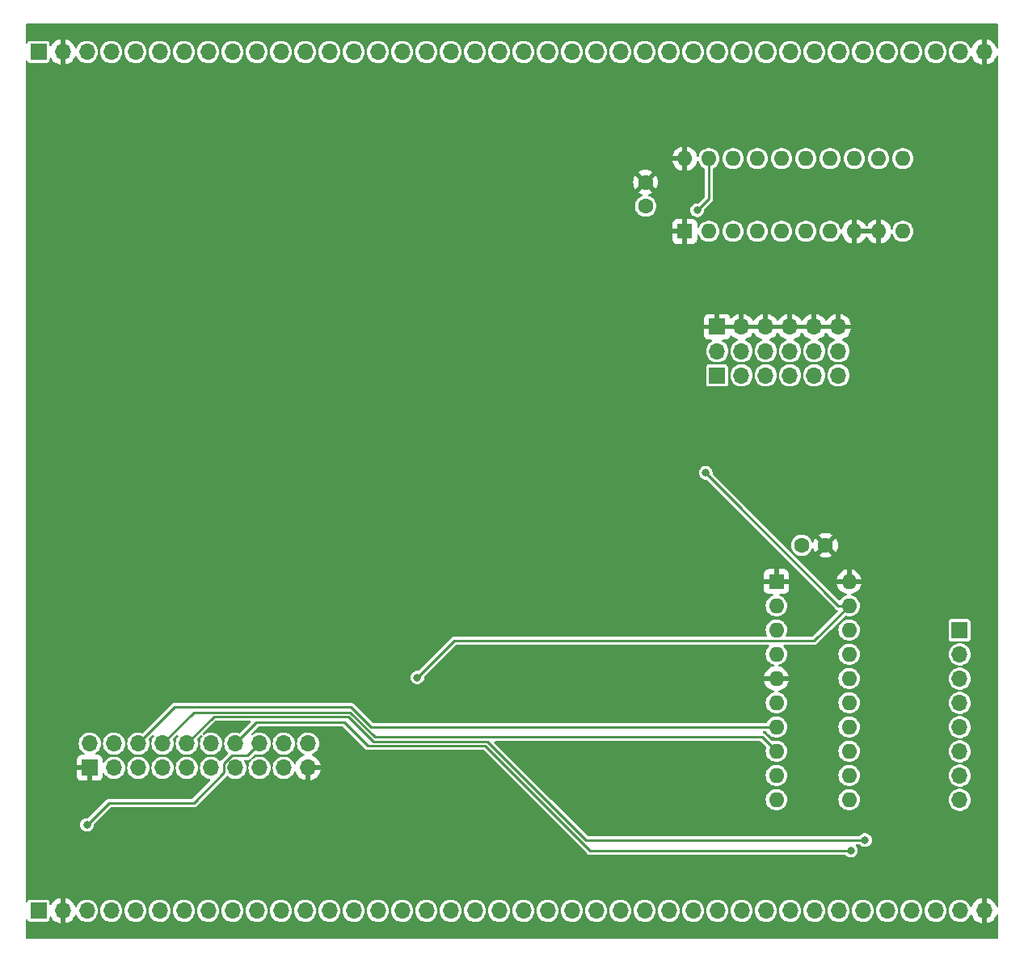
<source format=gbl>
G04 #@! TF.GenerationSoftware,KiCad,Pcbnew,8.0.3*
G04 #@! TF.CreationDate,2025-04-20T12:23:28-04:00*
G04 #@! TF.ProjectId,memory-loader-interface,6d656d6f-7279-42d6-9c6f-616465722d69,1.0*
G04 #@! TF.SameCoordinates,Original*
G04 #@! TF.FileFunction,Copper,L2,Bot*
G04 #@! TF.FilePolarity,Positive*
%FSLAX46Y46*%
G04 Gerber Fmt 4.6, Leading zero omitted, Abs format (unit mm)*
G04 Created by KiCad (PCBNEW 8.0.3) date 2025-04-20 12:23:28*
%MOMM*%
%LPD*%
G01*
G04 APERTURE LIST*
G04 #@! TA.AperFunction,ComponentPad*
%ADD10R,1.700000X1.700000*%
G04 #@! TD*
G04 #@! TA.AperFunction,ComponentPad*
%ADD11O,1.700000X1.700000*%
G04 #@! TD*
G04 #@! TA.AperFunction,ComponentPad*
%ADD12R,1.600000X1.600000*%
G04 #@! TD*
G04 #@! TA.AperFunction,ComponentPad*
%ADD13O,1.600000X1.600000*%
G04 #@! TD*
G04 #@! TA.AperFunction,ComponentPad*
%ADD14C,1.600000*%
G04 #@! TD*
G04 #@! TA.AperFunction,ViaPad*
%ADD15C,0.800000*%
G04 #@! TD*
G04 #@! TA.AperFunction,Conductor*
%ADD16C,0.250000*%
G04 #@! TD*
G04 APERTURE END LIST*
D10*
X157500000Y-74800000D03*
D11*
X160040000Y-74800000D03*
X162580000Y-74800000D03*
X165120000Y-74800000D03*
X167660000Y-74800000D03*
X170200000Y-74800000D03*
D12*
X163700000Y-101500000D03*
D13*
X163700000Y-104040000D03*
X163700000Y-106580000D03*
X163700000Y-109120000D03*
X163700000Y-111660000D03*
X163700000Y-114200000D03*
X163700000Y-116740000D03*
X163700000Y-119280000D03*
X163700000Y-121820000D03*
X163700000Y-124360000D03*
X171320000Y-124360000D03*
X171320000Y-121820000D03*
X171320000Y-119280000D03*
X171320000Y-116740000D03*
X171320000Y-114200000D03*
X171320000Y-111660000D03*
X171320000Y-109120000D03*
X171320000Y-106580000D03*
X171320000Y-104040000D03*
X171320000Y-101500000D03*
D12*
X154100000Y-64800000D03*
D13*
X156640000Y-64800000D03*
X159180000Y-64800000D03*
X161720000Y-64800000D03*
X164260000Y-64800000D03*
X166800000Y-64800000D03*
X169340000Y-64800000D03*
X171880000Y-64800000D03*
X174420000Y-64800000D03*
X176960000Y-64800000D03*
X176960000Y-57180000D03*
X174420000Y-57180000D03*
X171880000Y-57180000D03*
X169340000Y-57180000D03*
X166800000Y-57180000D03*
X164260000Y-57180000D03*
X161720000Y-57180000D03*
X159180000Y-57180000D03*
X156640000Y-57180000D03*
X154100000Y-57180000D03*
D14*
X150000000Y-62150000D03*
X150000000Y-59650000D03*
D10*
X91775000Y-121025000D03*
D11*
X91775000Y-118485000D03*
X94315000Y-121025000D03*
X94315000Y-118485000D03*
X96855000Y-121025000D03*
X96855000Y-118485000D03*
X99395000Y-121025000D03*
X99395000Y-118485000D03*
X101935000Y-121025000D03*
X101935000Y-118485000D03*
X104475000Y-121025000D03*
X104475000Y-118485000D03*
X107015000Y-121025000D03*
X107015000Y-118485000D03*
X109555000Y-121025000D03*
X109555000Y-118485000D03*
X112095000Y-121025000D03*
X112095000Y-118485000D03*
X114635000Y-121025000D03*
X114635000Y-118485000D03*
D10*
X157500000Y-79900000D03*
D11*
X157500000Y-77360000D03*
X160040000Y-79900000D03*
X160040000Y-77360000D03*
X162580000Y-79900000D03*
X162580000Y-77360000D03*
X165120000Y-79900000D03*
X165120000Y-77360000D03*
X167660000Y-79900000D03*
X167660000Y-77360000D03*
X170200000Y-79900000D03*
X170200000Y-77360000D03*
D14*
X166350000Y-97700000D03*
X168850000Y-97700000D03*
D10*
X86400000Y-46000000D03*
D11*
X88940000Y-46000000D03*
X91480000Y-46000000D03*
X94020000Y-46000000D03*
X96560000Y-46000000D03*
X99100000Y-46000000D03*
X101640000Y-46000000D03*
X104180000Y-46000000D03*
X106720000Y-46000000D03*
X109260000Y-46000000D03*
X111800000Y-46000000D03*
X114340000Y-46000000D03*
X116880000Y-46000000D03*
X119420000Y-46000000D03*
X121960000Y-46000000D03*
X124500000Y-46000000D03*
X127040000Y-46000000D03*
X129580000Y-46000000D03*
X132120000Y-46000000D03*
X134660000Y-46000000D03*
X137200000Y-46000000D03*
X139740000Y-46000000D03*
X142280000Y-46000000D03*
X144820000Y-46000000D03*
X147360000Y-46000000D03*
X149900000Y-46000000D03*
X152440000Y-46000000D03*
X154980000Y-46000000D03*
X157520000Y-46000000D03*
X160060000Y-46000000D03*
X162600000Y-46000000D03*
X165140000Y-46000000D03*
X167680000Y-46000000D03*
X170220000Y-46000000D03*
X172760000Y-46000000D03*
X175300000Y-46000000D03*
X177840000Y-46000000D03*
X180380000Y-46000000D03*
X182920000Y-46000000D03*
X185460000Y-46000000D03*
D10*
X86400000Y-136000000D03*
D11*
X88940000Y-136000000D03*
X91480000Y-136000000D03*
X94020000Y-136000000D03*
X96560000Y-136000000D03*
X99100000Y-136000000D03*
X101640000Y-136000000D03*
X104180000Y-136000000D03*
X106720000Y-136000000D03*
X109260000Y-136000000D03*
X111800000Y-136000000D03*
X114340000Y-136000000D03*
X116880000Y-136000000D03*
X119420000Y-136000000D03*
X121960000Y-136000000D03*
X124500000Y-136000000D03*
X127040000Y-136000000D03*
X129580000Y-136000000D03*
X132120000Y-136000000D03*
X134660000Y-136000000D03*
X137200000Y-136000000D03*
X139740000Y-136000000D03*
X142280000Y-136000000D03*
X144820000Y-136000000D03*
X147360000Y-136000000D03*
X149900000Y-136000000D03*
X152440000Y-136000000D03*
X154980000Y-136000000D03*
X157520000Y-136000000D03*
X160060000Y-136000000D03*
X162600000Y-136000000D03*
X165140000Y-136000000D03*
X167680000Y-136000000D03*
X170220000Y-136000000D03*
X172760000Y-136000000D03*
X175300000Y-136000000D03*
X177840000Y-136000000D03*
X180380000Y-136000000D03*
X182920000Y-136000000D03*
X185460000Y-136000000D03*
D10*
X182900000Y-106600000D03*
D11*
X182900000Y-109140000D03*
X182900000Y-111680000D03*
X182900000Y-114220000D03*
X182900000Y-116760000D03*
X182900000Y-119300000D03*
X182900000Y-121840000D03*
X182900000Y-124380000D03*
D15*
X173000000Y-128600000D03*
X171500000Y-129700000D03*
X156300000Y-90100000D03*
X126100000Y-111550000D03*
X155400000Y-62600000D03*
X91480000Y-127000000D03*
D16*
X104770000Y-115650000D02*
X118850000Y-115650000D01*
X133386396Y-118250000D02*
X143736396Y-128600000D01*
X143736396Y-128600000D02*
X173000000Y-128600000D01*
X101935000Y-118485000D02*
X104770000Y-115650000D01*
X121450000Y-118250000D02*
X133386396Y-118250000D01*
X172980000Y-128600000D02*
X172980000Y-128600000D01*
X118850000Y-115650000D02*
X121450000Y-118250000D01*
X173000000Y-128600000D02*
X173000000Y-128620000D01*
X171500000Y-129700000D02*
X171540000Y-129700000D01*
X120900000Y-118700000D02*
X133200000Y-118700000D01*
X144200000Y-129700000D02*
X171500000Y-129700000D01*
X133200000Y-118700000D02*
X144200000Y-129700000D01*
X109250000Y-116250000D02*
X118450000Y-116250000D01*
X107015000Y-118485000D02*
X109250000Y-116250000D01*
X118450000Y-116250000D02*
X120900000Y-118700000D01*
X112100000Y-135700000D02*
X111800000Y-136000000D01*
X109560000Y-135700000D02*
X109260000Y-136000000D01*
X107020000Y-135700000D02*
X106720000Y-136000000D01*
X104480000Y-135700000D02*
X104180000Y-136000000D01*
X101940000Y-135700000D02*
X101640000Y-136000000D01*
X99400000Y-135700000D02*
X99100000Y-136000000D01*
X96860000Y-135700000D02*
X96560000Y-136000000D01*
X94320000Y-135700000D02*
X94020000Y-136000000D01*
X121636396Y-117800000D02*
X162220000Y-117800000D01*
X102680000Y-115200000D02*
X119036396Y-115200000D01*
X119036396Y-115200000D02*
X121636396Y-117800000D01*
X99395000Y-118485000D02*
X102680000Y-115200000D01*
X162220000Y-117800000D02*
X163700000Y-119280000D01*
X129945000Y-107705000D02*
X126100000Y-111550000D01*
X156300000Y-90100000D02*
X158714009Y-92514009D01*
X158714009Y-92514009D02*
X158714009Y-92565379D01*
X170188630Y-104040000D02*
X171320000Y-104040000D01*
X171320000Y-104040000D02*
X167655000Y-107705000D01*
X156640000Y-61360000D02*
X156640000Y-57180000D01*
X158714009Y-92565379D02*
X170188630Y-104040000D01*
X155400000Y-62600000D02*
X156640000Y-61360000D01*
X167655000Y-107705000D02*
X129945000Y-107705000D01*
X119122792Y-114650000D02*
X121212792Y-116740000D01*
X100690000Y-114650000D02*
X119122792Y-114650000D01*
X96855000Y-118485000D02*
X100690000Y-114650000D01*
X121212792Y-116740000D02*
X163700000Y-116740000D01*
X108290000Y-119750000D02*
X109555000Y-118485000D01*
X102651701Y-124700000D02*
X105840000Y-121511701D01*
X105840000Y-121511701D02*
X105840000Y-120538299D01*
X105840000Y-120538299D02*
X106628299Y-119750000D01*
X93780000Y-124700000D02*
X102651701Y-124700000D01*
X106628299Y-119750000D02*
X108290000Y-119750000D01*
X91480000Y-127000000D02*
X93780000Y-124700000D01*
G04 #@! TA.AperFunction,Conductor*
G36*
X159574075Y-74607007D02*
G01*
X159540000Y-74734174D01*
X159540000Y-74865826D01*
X159574075Y-74992993D01*
X159606988Y-75050000D01*
X157933012Y-75050000D01*
X157965925Y-74992993D01*
X158000000Y-74865826D01*
X158000000Y-74734174D01*
X157965925Y-74607007D01*
X157933012Y-74550000D01*
X159606988Y-74550000D01*
X159574075Y-74607007D01*
G37*
G04 #@! TD.AperFunction*
G04 #@! TA.AperFunction,Conductor*
G36*
X162114075Y-74607007D02*
G01*
X162080000Y-74734174D01*
X162080000Y-74865826D01*
X162114075Y-74992993D01*
X162146988Y-75050000D01*
X160473012Y-75050000D01*
X160505925Y-74992993D01*
X160540000Y-74865826D01*
X160540000Y-74734174D01*
X160505925Y-74607007D01*
X160473012Y-74550000D01*
X162146988Y-74550000D01*
X162114075Y-74607007D01*
G37*
G04 #@! TD.AperFunction*
G04 #@! TA.AperFunction,Conductor*
G36*
X164654075Y-74607007D02*
G01*
X164620000Y-74734174D01*
X164620000Y-74865826D01*
X164654075Y-74992993D01*
X164686988Y-75050000D01*
X163013012Y-75050000D01*
X163045925Y-74992993D01*
X163080000Y-74865826D01*
X163080000Y-74734174D01*
X163045925Y-74607007D01*
X163013012Y-74550000D01*
X164686988Y-74550000D01*
X164654075Y-74607007D01*
G37*
G04 #@! TD.AperFunction*
G04 #@! TA.AperFunction,Conductor*
G36*
X167194075Y-74607007D02*
G01*
X167160000Y-74734174D01*
X167160000Y-74865826D01*
X167194075Y-74992993D01*
X167226988Y-75050000D01*
X165553012Y-75050000D01*
X165585925Y-74992993D01*
X165620000Y-74865826D01*
X165620000Y-74734174D01*
X165585925Y-74607007D01*
X165553012Y-74550000D01*
X167226988Y-74550000D01*
X167194075Y-74607007D01*
G37*
G04 #@! TD.AperFunction*
G04 #@! TA.AperFunction,Conductor*
G36*
X169734075Y-74607007D02*
G01*
X169700000Y-74734174D01*
X169700000Y-74865826D01*
X169734075Y-74992993D01*
X169766988Y-75050000D01*
X168093012Y-75050000D01*
X168125925Y-74992993D01*
X168160000Y-74865826D01*
X168160000Y-74734174D01*
X168125925Y-74607007D01*
X168093012Y-74550000D01*
X169766988Y-74550000D01*
X169734075Y-74607007D01*
G37*
G04 #@! TD.AperFunction*
G04 #@! TA.AperFunction,Conductor*
G36*
X174099920Y-64554394D02*
G01*
X174047259Y-64645606D01*
X174020000Y-64747339D01*
X174020000Y-64852661D01*
X174047259Y-64954394D01*
X174099920Y-65045606D01*
X174104314Y-65050000D01*
X172195686Y-65050000D01*
X172200080Y-65045606D01*
X172252741Y-64954394D01*
X172280000Y-64852661D01*
X172280000Y-64747339D01*
X172252741Y-64645606D01*
X172200080Y-64554394D01*
X172195686Y-64550000D01*
X174104314Y-64550000D01*
X174099920Y-64554394D01*
G37*
G04 #@! TD.AperFunction*
G04 #@! TA.AperFunction,Conductor*
G36*
X186906630Y-43070362D02*
G01*
X186944410Y-43122362D01*
X186949500Y-43154500D01*
X186949500Y-45552931D01*
X186929638Y-45614061D01*
X186877638Y-45651841D01*
X186813362Y-45651841D01*
X186761362Y-45614061D01*
X186745044Y-45579848D01*
X186733431Y-45536509D01*
X186633602Y-45322426D01*
X186498107Y-45128919D01*
X186331078Y-44961890D01*
X186137577Y-44826398D01*
X185923490Y-44726568D01*
X185710000Y-44669364D01*
X185710000Y-45566988D01*
X185652993Y-45534075D01*
X185525826Y-45500000D01*
X185394174Y-45500000D01*
X185267007Y-45534075D01*
X185210000Y-45566988D01*
X185210000Y-44669364D01*
X185209999Y-44669364D01*
X184996509Y-44726568D01*
X184782426Y-44826397D01*
X184588919Y-44961892D01*
X184421892Y-45128919D01*
X184286397Y-45322426D01*
X184186567Y-45536511D01*
X184185016Y-45540775D01*
X184183112Y-45540082D01*
X184152358Y-45587435D01*
X184092350Y-45610467D01*
X184030266Y-45593828D01*
X183993815Y-45552966D01*
X183910907Y-45386463D01*
X183910903Y-45386457D01*
X183856718Y-45314705D01*
X183781294Y-45214827D01*
X183622354Y-45069933D01*
X183622351Y-45069931D01*
X183622350Y-45069930D01*
X183439498Y-44956713D01*
X183439496Y-44956712D01*
X183385590Y-44935828D01*
X183238946Y-44879018D01*
X183027542Y-44839500D01*
X183027536Y-44839500D01*
X182812464Y-44839500D01*
X182812457Y-44839500D01*
X182601053Y-44879018D01*
X182400501Y-44956713D01*
X182217649Y-45069930D01*
X182058704Y-45214828D01*
X181929096Y-45386457D01*
X181929092Y-45386463D01*
X181833232Y-45578978D01*
X181833228Y-45578988D01*
X181774371Y-45785847D01*
X181774371Y-45785848D01*
X181754528Y-45999996D01*
X181754528Y-46000003D01*
X181774371Y-46214151D01*
X181774371Y-46214152D01*
X181833228Y-46421011D01*
X181833232Y-46421021D01*
X181929092Y-46613536D01*
X181929096Y-46613542D01*
X182058706Y-46785173D01*
X182217646Y-46930067D01*
X182400504Y-47043288D01*
X182574246Y-47110596D01*
X182601053Y-47120981D01*
X182812457Y-47160499D01*
X182812460Y-47160499D01*
X182812464Y-47160500D01*
X182812467Y-47160500D01*
X183027533Y-47160500D01*
X183027536Y-47160500D01*
X183027540Y-47160499D01*
X183027542Y-47160499D01*
X183110853Y-47144925D01*
X183238947Y-47120981D01*
X183439496Y-47043288D01*
X183622354Y-46930067D01*
X183781294Y-46785173D01*
X183910904Y-46613542D01*
X183993815Y-46447033D01*
X184038842Y-46401166D01*
X184102231Y-46390524D01*
X184159768Y-46419174D01*
X184183464Y-46459789D01*
X184185016Y-46459225D01*
X184186567Y-46463488D01*
X184286398Y-46677577D01*
X184421890Y-46871078D01*
X184588921Y-47038109D01*
X184782422Y-47173601D01*
X184996509Y-47273431D01*
X185209999Y-47330634D01*
X185210000Y-47330634D01*
X185210000Y-46433012D01*
X185267007Y-46465925D01*
X185394174Y-46500000D01*
X185525826Y-46500000D01*
X185652993Y-46465925D01*
X185710000Y-46433012D01*
X185710000Y-47330634D01*
X185923490Y-47273431D01*
X186137577Y-47173601D01*
X186331078Y-47038109D01*
X186498109Y-46871078D01*
X186633601Y-46677577D01*
X186733431Y-46463490D01*
X186745044Y-46420151D01*
X186780050Y-46366245D01*
X186840057Y-46343211D01*
X186902142Y-46359846D01*
X186942592Y-46409797D01*
X186949500Y-46447068D01*
X186949500Y-135552931D01*
X186929638Y-135614061D01*
X186877638Y-135651841D01*
X186813362Y-135651841D01*
X186761362Y-135614061D01*
X186745044Y-135579848D01*
X186733431Y-135536509D01*
X186633602Y-135322426D01*
X186498107Y-135128919D01*
X186331078Y-134961890D01*
X186137577Y-134826398D01*
X185923490Y-134726568D01*
X185710000Y-134669364D01*
X185710000Y-135566988D01*
X185652993Y-135534075D01*
X185525826Y-135500000D01*
X185394174Y-135500000D01*
X185267007Y-135534075D01*
X185210000Y-135566988D01*
X185210000Y-134669364D01*
X185209999Y-134669364D01*
X184996509Y-134726568D01*
X184782426Y-134826397D01*
X184588919Y-134961892D01*
X184421892Y-135128919D01*
X184286397Y-135322426D01*
X184186567Y-135536511D01*
X184185016Y-135540775D01*
X184183112Y-135540082D01*
X184152358Y-135587435D01*
X184092350Y-135610467D01*
X184030266Y-135593828D01*
X183993815Y-135552966D01*
X183910907Y-135386463D01*
X183910903Y-135386457D01*
X183856718Y-135314705D01*
X183781294Y-135214827D01*
X183622354Y-135069933D01*
X183622351Y-135069931D01*
X183622350Y-135069930D01*
X183439498Y-134956713D01*
X183439496Y-134956712D01*
X183385590Y-134935828D01*
X183238946Y-134879018D01*
X183027542Y-134839500D01*
X183027536Y-134839500D01*
X182812464Y-134839500D01*
X182812457Y-134839500D01*
X182601053Y-134879018D01*
X182400501Y-134956713D01*
X182217649Y-135069930D01*
X182058704Y-135214828D01*
X181929096Y-135386457D01*
X181929092Y-135386463D01*
X181833232Y-135578978D01*
X181833228Y-135578988D01*
X181774371Y-135785847D01*
X181774371Y-135785848D01*
X181754528Y-135999996D01*
X181754528Y-136000003D01*
X181774371Y-136214151D01*
X181774371Y-136214152D01*
X181833228Y-136421011D01*
X181833232Y-136421021D01*
X181929092Y-136613536D01*
X181929096Y-136613542D01*
X182058706Y-136785173D01*
X182217646Y-136930067D01*
X182400504Y-137043288D01*
X182574246Y-137110596D01*
X182601053Y-137120981D01*
X182812457Y-137160499D01*
X182812460Y-137160499D01*
X182812464Y-137160500D01*
X182812467Y-137160500D01*
X183027533Y-137160500D01*
X183027536Y-137160500D01*
X183027540Y-137160499D01*
X183027542Y-137160499D01*
X183110853Y-137144925D01*
X183238947Y-137120981D01*
X183439496Y-137043288D01*
X183622354Y-136930067D01*
X183781294Y-136785173D01*
X183910904Y-136613542D01*
X183993815Y-136447033D01*
X184038842Y-136401166D01*
X184102231Y-136390524D01*
X184159768Y-136419174D01*
X184183464Y-136459789D01*
X184185016Y-136459225D01*
X184186567Y-136463488D01*
X184286398Y-136677577D01*
X184421890Y-136871078D01*
X184588921Y-137038109D01*
X184782422Y-137173601D01*
X184996509Y-137273431D01*
X185209999Y-137330634D01*
X185210000Y-137330634D01*
X185210000Y-136433012D01*
X185267007Y-136465925D01*
X185394174Y-136500000D01*
X185525826Y-136500000D01*
X185652993Y-136465925D01*
X185710000Y-136433012D01*
X185710000Y-137330634D01*
X185923490Y-137273431D01*
X186137577Y-137173601D01*
X186331078Y-137038109D01*
X186498109Y-136871078D01*
X186633601Y-136677577D01*
X186733431Y-136463490D01*
X186745044Y-136420151D01*
X186780050Y-136366245D01*
X186840057Y-136343211D01*
X186902142Y-136359846D01*
X186942592Y-136409797D01*
X186949500Y-136447068D01*
X186949500Y-138845500D01*
X186929638Y-138906630D01*
X186877638Y-138944410D01*
X186845500Y-138949500D01*
X85154500Y-138949500D01*
X85093370Y-138929638D01*
X85055590Y-138877638D01*
X85050500Y-138845500D01*
X85050500Y-136980468D01*
X85070362Y-136919338D01*
X85122362Y-136881558D01*
X85186638Y-136881558D01*
X85238638Y-136919338D01*
X85249639Y-136938461D01*
X85289400Y-137028513D01*
X85289403Y-137028517D01*
X85371482Y-137110596D01*
X85371486Y-137110599D01*
X85477680Y-137157488D01*
X85503643Y-137160500D01*
X87296356Y-137160499D01*
X87296362Y-137160499D01*
X87313665Y-137158491D01*
X87322320Y-137157488D01*
X87428514Y-137110599D01*
X87510599Y-137028514D01*
X87557488Y-136922320D01*
X87560500Y-136896357D01*
X87560499Y-136705136D01*
X87580361Y-136644009D01*
X87632361Y-136606228D01*
X87696636Y-136606228D01*
X87748636Y-136644008D01*
X87758754Y-136661184D01*
X87766398Y-136677576D01*
X87901890Y-136871078D01*
X88068921Y-137038109D01*
X88262422Y-137173601D01*
X88476509Y-137273431D01*
X88689999Y-137330634D01*
X88690000Y-137330634D01*
X88690000Y-136433012D01*
X88747007Y-136465925D01*
X88874174Y-136500000D01*
X89005826Y-136500000D01*
X89132993Y-136465925D01*
X89190000Y-136433012D01*
X89190000Y-137330634D01*
X89403490Y-137273431D01*
X89617577Y-137173601D01*
X89811078Y-137038109D01*
X89978109Y-136871078D01*
X90113601Y-136677577D01*
X90213432Y-136463488D01*
X90214984Y-136459225D01*
X90216906Y-136459924D01*
X90247573Y-136412619D01*
X90307561Y-136389537D01*
X90369660Y-136406123D01*
X90406184Y-136447033D01*
X90489092Y-136613535D01*
X90489093Y-136613536D01*
X90489096Y-136613542D01*
X90618706Y-136785173D01*
X90777646Y-136930067D01*
X90960504Y-137043288D01*
X91134246Y-137110596D01*
X91161053Y-137120981D01*
X91372457Y-137160499D01*
X91372460Y-137160499D01*
X91372464Y-137160500D01*
X91372467Y-137160500D01*
X91587533Y-137160500D01*
X91587536Y-137160500D01*
X91587540Y-137160499D01*
X91587542Y-137160499D01*
X91670853Y-137144925D01*
X91798947Y-137120981D01*
X91999496Y-137043288D01*
X92182354Y-136930067D01*
X92341294Y-136785173D01*
X92470904Y-136613542D01*
X92566770Y-136421017D01*
X92625628Y-136214155D01*
X92636967Y-136091780D01*
X92645472Y-136000003D01*
X92645472Y-135999996D01*
X92854528Y-135999996D01*
X92854528Y-136000003D01*
X92874371Y-136214151D01*
X92874371Y-136214152D01*
X92933228Y-136421011D01*
X92933232Y-136421021D01*
X93029092Y-136613536D01*
X93029096Y-136613542D01*
X93158706Y-136785173D01*
X93317646Y-136930067D01*
X93500504Y-137043288D01*
X93674246Y-137110596D01*
X93701053Y-137120981D01*
X93912457Y-137160499D01*
X93912460Y-137160499D01*
X93912464Y-137160500D01*
X93912467Y-137160500D01*
X94127533Y-137160500D01*
X94127536Y-137160500D01*
X94127540Y-137160499D01*
X94127542Y-137160499D01*
X94210853Y-137144925D01*
X94338947Y-137120981D01*
X94539496Y-137043288D01*
X94722354Y-136930067D01*
X94881294Y-136785173D01*
X95010904Y-136613542D01*
X95106770Y-136421017D01*
X95165628Y-136214155D01*
X95176967Y-136091780D01*
X95185472Y-136000003D01*
X95185472Y-135999996D01*
X95394528Y-135999996D01*
X95394528Y-136000003D01*
X95414371Y-136214151D01*
X95414371Y-136214152D01*
X95473228Y-136421011D01*
X95473232Y-136421021D01*
X95569092Y-136613536D01*
X95569096Y-136613542D01*
X95698706Y-136785173D01*
X95857646Y-136930067D01*
X96040504Y-137043288D01*
X96214246Y-137110596D01*
X96241053Y-137120981D01*
X96452457Y-137160499D01*
X96452460Y-137160499D01*
X96452464Y-137160500D01*
X96452467Y-137160500D01*
X96667533Y-137160500D01*
X96667536Y-137160500D01*
X96667540Y-137160499D01*
X96667542Y-137160499D01*
X96750853Y-137144925D01*
X96878947Y-137120981D01*
X97079496Y-137043288D01*
X97262354Y-136930067D01*
X97421294Y-136785173D01*
X97550904Y-136613542D01*
X97646770Y-136421017D01*
X97705628Y-136214155D01*
X97716967Y-136091780D01*
X97725472Y-136000003D01*
X97725472Y-135999996D01*
X97934528Y-135999996D01*
X97934528Y-136000003D01*
X97954371Y-136214151D01*
X97954371Y-136214152D01*
X98013228Y-136421011D01*
X98013232Y-136421021D01*
X98109092Y-136613536D01*
X98109096Y-136613542D01*
X98238706Y-136785173D01*
X98397646Y-136930067D01*
X98580504Y-137043288D01*
X98754246Y-137110596D01*
X98781053Y-137120981D01*
X98992457Y-137160499D01*
X98992460Y-137160499D01*
X98992464Y-137160500D01*
X98992467Y-137160500D01*
X99207533Y-137160500D01*
X99207536Y-137160500D01*
X99207540Y-137160499D01*
X99207542Y-137160499D01*
X99290853Y-137144925D01*
X99418947Y-137120981D01*
X99619496Y-137043288D01*
X99802354Y-136930067D01*
X99961294Y-136785173D01*
X100090904Y-136613542D01*
X100186770Y-136421017D01*
X100245628Y-136214155D01*
X100256967Y-136091780D01*
X100265472Y-136000003D01*
X100265472Y-135999996D01*
X100474528Y-135999996D01*
X100474528Y-136000003D01*
X100494371Y-136214151D01*
X100494371Y-136214152D01*
X100553228Y-136421011D01*
X100553232Y-136421021D01*
X100649092Y-136613536D01*
X100649096Y-136613542D01*
X100778706Y-136785173D01*
X100937646Y-136930067D01*
X101120504Y-137043288D01*
X101294246Y-137110596D01*
X101321053Y-137120981D01*
X101532457Y-137160499D01*
X101532460Y-137160499D01*
X101532464Y-137160500D01*
X101532467Y-137160500D01*
X101747533Y-137160500D01*
X101747536Y-137160500D01*
X101747540Y-137160499D01*
X101747542Y-137160499D01*
X101830853Y-137144925D01*
X101958947Y-137120981D01*
X102159496Y-137043288D01*
X102342354Y-136930067D01*
X102501294Y-136785173D01*
X102630904Y-136613542D01*
X102726770Y-136421017D01*
X102785628Y-136214155D01*
X102796967Y-136091780D01*
X102805472Y-136000003D01*
X102805472Y-135999996D01*
X103014528Y-135999996D01*
X103014528Y-136000003D01*
X103034371Y-136214151D01*
X103034371Y-136214152D01*
X103093228Y-136421011D01*
X103093232Y-136421021D01*
X103189092Y-136613536D01*
X103189096Y-136613542D01*
X103318706Y-136785173D01*
X103477646Y-136930067D01*
X103660504Y-137043288D01*
X103834246Y-137110596D01*
X103861053Y-137120981D01*
X104072457Y-137160499D01*
X104072460Y-137160499D01*
X104072464Y-137160500D01*
X104072467Y-137160500D01*
X104287533Y-137160500D01*
X104287536Y-137160500D01*
X104287540Y-137160499D01*
X104287542Y-137160499D01*
X104370853Y-137144925D01*
X104498947Y-137120981D01*
X104699496Y-137043288D01*
X104882354Y-136930067D01*
X105041294Y-136785173D01*
X105170904Y-136613542D01*
X105266770Y-136421017D01*
X105325628Y-136214155D01*
X105336967Y-136091780D01*
X105345472Y-136000003D01*
X105345472Y-135999996D01*
X105554528Y-135999996D01*
X105554528Y-136000003D01*
X105574371Y-136214151D01*
X105574371Y-136214152D01*
X105633228Y-136421011D01*
X105633232Y-136421021D01*
X105729092Y-136613536D01*
X105729096Y-136613542D01*
X105858706Y-136785173D01*
X106017646Y-136930067D01*
X106200504Y-137043288D01*
X106374246Y-137110596D01*
X106401053Y-137120981D01*
X106612457Y-137160499D01*
X106612460Y-137160499D01*
X106612464Y-137160500D01*
X106612467Y-137160500D01*
X106827533Y-137160500D01*
X106827536Y-137160500D01*
X106827540Y-137160499D01*
X106827542Y-137160499D01*
X106910853Y-137144925D01*
X107038947Y-137120981D01*
X107239496Y-137043288D01*
X107422354Y-136930067D01*
X107581294Y-136785173D01*
X107710904Y-136613542D01*
X107806770Y-136421017D01*
X107865628Y-136214155D01*
X107876967Y-136091780D01*
X107885472Y-136000003D01*
X107885472Y-135999996D01*
X108094528Y-135999996D01*
X108094528Y-136000003D01*
X108114371Y-136214151D01*
X108114371Y-136214152D01*
X108173228Y-136421011D01*
X108173232Y-136421021D01*
X108269092Y-136613536D01*
X108269096Y-136613542D01*
X108398706Y-136785173D01*
X108557646Y-136930067D01*
X108740504Y-137043288D01*
X108914246Y-137110596D01*
X108941053Y-137120981D01*
X109152457Y-137160499D01*
X109152460Y-137160499D01*
X109152464Y-137160500D01*
X109152467Y-137160500D01*
X109367533Y-137160500D01*
X109367536Y-137160500D01*
X109367540Y-137160499D01*
X109367542Y-137160499D01*
X109450853Y-137144925D01*
X109578947Y-137120981D01*
X109779496Y-137043288D01*
X109962354Y-136930067D01*
X110121294Y-136785173D01*
X110250904Y-136613542D01*
X110346770Y-136421017D01*
X110405628Y-136214155D01*
X110416967Y-136091780D01*
X110425472Y-136000003D01*
X110425472Y-135999996D01*
X110634528Y-135999996D01*
X110634528Y-136000003D01*
X110654371Y-136214151D01*
X110654371Y-136214152D01*
X110713228Y-136421011D01*
X110713232Y-136421021D01*
X110809092Y-136613536D01*
X110809096Y-136613542D01*
X110938706Y-136785173D01*
X111097646Y-136930067D01*
X111280504Y-137043288D01*
X111454246Y-137110596D01*
X111481053Y-137120981D01*
X111692457Y-137160499D01*
X111692460Y-137160499D01*
X111692464Y-137160500D01*
X111692467Y-137160500D01*
X111907533Y-137160500D01*
X111907536Y-137160500D01*
X111907540Y-137160499D01*
X111907542Y-137160499D01*
X111990853Y-137144925D01*
X112118947Y-137120981D01*
X112319496Y-137043288D01*
X112502354Y-136930067D01*
X112661294Y-136785173D01*
X112790904Y-136613542D01*
X112886770Y-136421017D01*
X112945628Y-136214155D01*
X112956967Y-136091780D01*
X112965472Y-136000003D01*
X112965472Y-135999996D01*
X113174528Y-135999996D01*
X113174528Y-136000003D01*
X113194371Y-136214151D01*
X113194371Y-136214152D01*
X113253228Y-136421011D01*
X113253232Y-136421021D01*
X113349092Y-136613536D01*
X113349096Y-136613542D01*
X113478706Y-136785173D01*
X113637646Y-136930067D01*
X113820504Y-137043288D01*
X113994246Y-137110596D01*
X114021053Y-137120981D01*
X114232457Y-137160499D01*
X114232460Y-137160499D01*
X114232464Y-137160500D01*
X114232467Y-137160500D01*
X114447533Y-137160500D01*
X114447536Y-137160500D01*
X114447540Y-137160499D01*
X114447542Y-137160499D01*
X114530853Y-137144925D01*
X114658947Y-137120981D01*
X114859496Y-137043288D01*
X115042354Y-136930067D01*
X115201294Y-136785173D01*
X115330904Y-136613542D01*
X115426770Y-136421017D01*
X115485628Y-136214155D01*
X115496967Y-136091780D01*
X115505472Y-136000003D01*
X115505472Y-135999996D01*
X115714528Y-135999996D01*
X115714528Y-136000003D01*
X115734371Y-136214151D01*
X115734371Y-136214152D01*
X115793228Y-136421011D01*
X115793232Y-136421021D01*
X115889092Y-136613536D01*
X115889096Y-136613542D01*
X116018706Y-136785173D01*
X116177646Y-136930067D01*
X116360504Y-137043288D01*
X116534246Y-137110596D01*
X116561053Y-137120981D01*
X116772457Y-137160499D01*
X116772460Y-137160499D01*
X116772464Y-137160500D01*
X116772467Y-137160500D01*
X116987533Y-137160500D01*
X116987536Y-137160500D01*
X116987540Y-137160499D01*
X116987542Y-137160499D01*
X117070853Y-137144925D01*
X117198947Y-137120981D01*
X117399496Y-137043288D01*
X117582354Y-136930067D01*
X117741294Y-136785173D01*
X117870904Y-136613542D01*
X117966770Y-136421017D01*
X118025628Y-136214155D01*
X118036967Y-136091780D01*
X118045472Y-136000003D01*
X118045472Y-135999996D01*
X118254528Y-135999996D01*
X118254528Y-136000003D01*
X118274371Y-136214151D01*
X118274371Y-136214152D01*
X118333228Y-136421011D01*
X118333232Y-136421021D01*
X118429092Y-136613536D01*
X118429096Y-136613542D01*
X118558706Y-136785173D01*
X118717646Y-136930067D01*
X118900504Y-137043288D01*
X119074246Y-137110596D01*
X119101053Y-137120981D01*
X119312457Y-137160499D01*
X119312460Y-137160499D01*
X119312464Y-137160500D01*
X119312467Y-137160500D01*
X119527533Y-137160500D01*
X119527536Y-137160500D01*
X119527540Y-137160499D01*
X119527542Y-137160499D01*
X119610853Y-137144925D01*
X119738947Y-137120981D01*
X119939496Y-137043288D01*
X120122354Y-136930067D01*
X120281294Y-136785173D01*
X120410904Y-136613542D01*
X120506770Y-136421017D01*
X120565628Y-136214155D01*
X120576967Y-136091780D01*
X120585472Y-136000003D01*
X120585472Y-135999996D01*
X120794528Y-135999996D01*
X120794528Y-136000003D01*
X120814371Y-136214151D01*
X120814371Y-136214152D01*
X120873228Y-136421011D01*
X120873232Y-136421021D01*
X120969092Y-136613536D01*
X120969096Y-136613542D01*
X121098706Y-136785173D01*
X121257646Y-136930067D01*
X121440504Y-137043288D01*
X121614246Y-137110596D01*
X121641053Y-137120981D01*
X121852457Y-137160499D01*
X121852460Y-137160499D01*
X121852464Y-137160500D01*
X121852467Y-137160500D01*
X122067533Y-137160500D01*
X122067536Y-137160500D01*
X122067540Y-137160499D01*
X122067542Y-137160499D01*
X122150853Y-137144925D01*
X122278947Y-137120981D01*
X122479496Y-137043288D01*
X122662354Y-136930067D01*
X122821294Y-136785173D01*
X122950904Y-136613542D01*
X123046770Y-136421017D01*
X123105628Y-136214155D01*
X123116967Y-136091780D01*
X123125472Y-136000003D01*
X123125472Y-135999996D01*
X123334528Y-135999996D01*
X123334528Y-136000003D01*
X123354371Y-136214151D01*
X123354371Y-136214152D01*
X123413228Y-136421011D01*
X123413232Y-136421021D01*
X123509092Y-136613536D01*
X123509096Y-136613542D01*
X123638706Y-136785173D01*
X123797646Y-136930067D01*
X123980504Y-137043288D01*
X124154246Y-137110596D01*
X124181053Y-137120981D01*
X124392457Y-137160499D01*
X124392460Y-137160499D01*
X124392464Y-137160500D01*
X124392467Y-137160500D01*
X124607533Y-137160500D01*
X124607536Y-137160500D01*
X124607540Y-137160499D01*
X124607542Y-137160499D01*
X124690853Y-137144925D01*
X124818947Y-137120981D01*
X125019496Y-137043288D01*
X125202354Y-136930067D01*
X125361294Y-136785173D01*
X125490904Y-136613542D01*
X125586770Y-136421017D01*
X125645628Y-136214155D01*
X125656967Y-136091780D01*
X125665472Y-136000003D01*
X125665472Y-135999996D01*
X125874528Y-135999996D01*
X125874528Y-136000003D01*
X125894371Y-136214151D01*
X125894371Y-136214152D01*
X125953228Y-136421011D01*
X125953232Y-136421021D01*
X126049092Y-136613536D01*
X126049096Y-136613542D01*
X126178706Y-136785173D01*
X126337646Y-136930067D01*
X126520504Y-137043288D01*
X126694246Y-137110596D01*
X126721053Y-137120981D01*
X126932457Y-137160499D01*
X126932460Y-137160499D01*
X126932464Y-137160500D01*
X126932467Y-137160500D01*
X127147533Y-137160500D01*
X127147536Y-137160500D01*
X127147540Y-137160499D01*
X127147542Y-137160499D01*
X127230853Y-137144925D01*
X127358947Y-137120981D01*
X127559496Y-137043288D01*
X127742354Y-136930067D01*
X127901294Y-136785173D01*
X128030904Y-136613542D01*
X128126770Y-136421017D01*
X128185628Y-136214155D01*
X128196967Y-136091780D01*
X128205472Y-136000003D01*
X128205472Y-135999996D01*
X128414528Y-135999996D01*
X128414528Y-136000003D01*
X128434371Y-136214151D01*
X128434371Y-136214152D01*
X128493228Y-136421011D01*
X128493232Y-136421021D01*
X128589092Y-136613536D01*
X128589096Y-136613542D01*
X128718706Y-136785173D01*
X128877646Y-136930067D01*
X129060504Y-137043288D01*
X129234246Y-137110596D01*
X129261053Y-137120981D01*
X129472457Y-137160499D01*
X129472460Y-137160499D01*
X129472464Y-137160500D01*
X129472467Y-137160500D01*
X129687533Y-137160500D01*
X129687536Y-137160500D01*
X129687540Y-137160499D01*
X129687542Y-137160499D01*
X129770853Y-137144925D01*
X129898947Y-137120981D01*
X130099496Y-137043288D01*
X130282354Y-136930067D01*
X130441294Y-136785173D01*
X130570904Y-136613542D01*
X130666770Y-136421017D01*
X130725628Y-136214155D01*
X130736967Y-136091780D01*
X130745472Y-136000003D01*
X130745472Y-135999996D01*
X130954528Y-135999996D01*
X130954528Y-136000003D01*
X130974371Y-136214151D01*
X130974371Y-136214152D01*
X131033228Y-136421011D01*
X131033232Y-136421021D01*
X131129092Y-136613536D01*
X131129096Y-136613542D01*
X131258706Y-136785173D01*
X131417646Y-136930067D01*
X131600504Y-137043288D01*
X131774246Y-137110596D01*
X131801053Y-137120981D01*
X132012457Y-137160499D01*
X132012460Y-137160499D01*
X132012464Y-137160500D01*
X132012467Y-137160500D01*
X132227533Y-137160500D01*
X132227536Y-137160500D01*
X132227540Y-137160499D01*
X132227542Y-137160499D01*
X132310853Y-137144925D01*
X132438947Y-137120981D01*
X132639496Y-137043288D01*
X132822354Y-136930067D01*
X132981294Y-136785173D01*
X133110904Y-136613542D01*
X133206770Y-136421017D01*
X133265628Y-136214155D01*
X133276967Y-136091780D01*
X133285472Y-136000003D01*
X133285472Y-135999996D01*
X133494528Y-135999996D01*
X133494528Y-136000003D01*
X133514371Y-136214151D01*
X133514371Y-136214152D01*
X133573228Y-136421011D01*
X133573232Y-136421021D01*
X133669092Y-136613536D01*
X133669096Y-136613542D01*
X133798706Y-136785173D01*
X133957646Y-136930067D01*
X134140504Y-137043288D01*
X134314246Y-137110596D01*
X134341053Y-137120981D01*
X134552457Y-137160499D01*
X134552460Y-137160499D01*
X134552464Y-137160500D01*
X134552467Y-137160500D01*
X134767533Y-137160500D01*
X134767536Y-137160500D01*
X134767540Y-137160499D01*
X134767542Y-137160499D01*
X134850853Y-137144925D01*
X134978947Y-137120981D01*
X135179496Y-137043288D01*
X135362354Y-136930067D01*
X135521294Y-136785173D01*
X135650904Y-136613542D01*
X135746770Y-136421017D01*
X135805628Y-136214155D01*
X135816967Y-136091780D01*
X135825472Y-136000003D01*
X135825472Y-135999996D01*
X136034528Y-135999996D01*
X136034528Y-136000003D01*
X136054371Y-136214151D01*
X136054371Y-136214152D01*
X136113228Y-136421011D01*
X136113232Y-136421021D01*
X136209092Y-136613536D01*
X136209096Y-136613542D01*
X136338706Y-136785173D01*
X136497646Y-136930067D01*
X136680504Y-137043288D01*
X136854246Y-137110596D01*
X136881053Y-137120981D01*
X137092457Y-137160499D01*
X137092460Y-137160499D01*
X137092464Y-137160500D01*
X137092467Y-137160500D01*
X137307533Y-137160500D01*
X137307536Y-137160500D01*
X137307540Y-137160499D01*
X137307542Y-137160499D01*
X137390853Y-137144925D01*
X137518947Y-137120981D01*
X137719496Y-137043288D01*
X137902354Y-136930067D01*
X138061294Y-136785173D01*
X138190904Y-136613542D01*
X138286770Y-136421017D01*
X138345628Y-136214155D01*
X138356967Y-136091780D01*
X138365472Y-136000003D01*
X138365472Y-135999996D01*
X138574528Y-135999996D01*
X138574528Y-136000003D01*
X138594371Y-136214151D01*
X138594371Y-136214152D01*
X138653228Y-136421011D01*
X138653232Y-136421021D01*
X138749092Y-136613536D01*
X138749096Y-136613542D01*
X138878706Y-136785173D01*
X139037646Y-136930067D01*
X139220504Y-137043288D01*
X139394246Y-137110596D01*
X139421053Y-137120981D01*
X139632457Y-137160499D01*
X139632460Y-137160499D01*
X139632464Y-137160500D01*
X139632467Y-137160500D01*
X139847533Y-137160500D01*
X139847536Y-137160500D01*
X139847540Y-137160499D01*
X139847542Y-137160499D01*
X139930853Y-137144925D01*
X140058947Y-137120981D01*
X140259496Y-137043288D01*
X140442354Y-136930067D01*
X140601294Y-136785173D01*
X140730904Y-136613542D01*
X140826770Y-136421017D01*
X140885628Y-136214155D01*
X140896967Y-136091780D01*
X140905472Y-136000003D01*
X140905472Y-135999996D01*
X141114528Y-135999996D01*
X141114528Y-136000003D01*
X141134371Y-136214151D01*
X141134371Y-136214152D01*
X141193228Y-136421011D01*
X141193232Y-136421021D01*
X141289092Y-136613536D01*
X141289096Y-136613542D01*
X141418706Y-136785173D01*
X141577646Y-136930067D01*
X141760504Y-137043288D01*
X141934246Y-137110596D01*
X141961053Y-137120981D01*
X142172457Y-137160499D01*
X142172460Y-137160499D01*
X142172464Y-137160500D01*
X142172467Y-137160500D01*
X142387533Y-137160500D01*
X142387536Y-137160500D01*
X142387540Y-137160499D01*
X142387542Y-137160499D01*
X142470853Y-137144925D01*
X142598947Y-137120981D01*
X142799496Y-137043288D01*
X142982354Y-136930067D01*
X143141294Y-136785173D01*
X143270904Y-136613542D01*
X143366770Y-136421017D01*
X143425628Y-136214155D01*
X143436967Y-136091780D01*
X143445472Y-136000003D01*
X143445472Y-135999996D01*
X143654528Y-135999996D01*
X143654528Y-136000003D01*
X143674371Y-136214151D01*
X143674371Y-136214152D01*
X143733228Y-136421011D01*
X143733232Y-136421021D01*
X143829092Y-136613536D01*
X143829096Y-136613542D01*
X143958706Y-136785173D01*
X144117646Y-136930067D01*
X144300504Y-137043288D01*
X144474246Y-137110596D01*
X144501053Y-137120981D01*
X144712457Y-137160499D01*
X144712460Y-137160499D01*
X144712464Y-137160500D01*
X144712467Y-137160500D01*
X144927533Y-137160500D01*
X144927536Y-137160500D01*
X144927540Y-137160499D01*
X144927542Y-137160499D01*
X145010853Y-137144925D01*
X145138947Y-137120981D01*
X145339496Y-137043288D01*
X145522354Y-136930067D01*
X145681294Y-136785173D01*
X145810904Y-136613542D01*
X145906770Y-136421017D01*
X145965628Y-136214155D01*
X145976967Y-136091780D01*
X145985472Y-136000003D01*
X145985472Y-135999996D01*
X146194528Y-135999996D01*
X146194528Y-136000003D01*
X146214371Y-136214151D01*
X146214371Y-136214152D01*
X146273228Y-136421011D01*
X146273232Y-136421021D01*
X146369092Y-136613536D01*
X146369096Y-136613542D01*
X146498706Y-136785173D01*
X146657646Y-136930067D01*
X146840504Y-137043288D01*
X147014246Y-137110596D01*
X147041053Y-137120981D01*
X147252457Y-137160499D01*
X147252460Y-137160499D01*
X147252464Y-137160500D01*
X147252467Y-137160500D01*
X147467533Y-137160500D01*
X147467536Y-137160500D01*
X147467540Y-137160499D01*
X147467542Y-137160499D01*
X147550853Y-137144925D01*
X147678947Y-137120981D01*
X147879496Y-137043288D01*
X148062354Y-136930067D01*
X148221294Y-136785173D01*
X148350904Y-136613542D01*
X148446770Y-136421017D01*
X148505628Y-136214155D01*
X148516967Y-136091780D01*
X148525472Y-136000003D01*
X148525472Y-135999996D01*
X148734528Y-135999996D01*
X148734528Y-136000003D01*
X148754371Y-136214151D01*
X148754371Y-136214152D01*
X148813228Y-136421011D01*
X148813232Y-136421021D01*
X148909092Y-136613536D01*
X148909096Y-136613542D01*
X149038706Y-136785173D01*
X149197646Y-136930067D01*
X149380504Y-137043288D01*
X149554246Y-137110596D01*
X149581053Y-137120981D01*
X149792457Y-137160499D01*
X149792460Y-137160499D01*
X149792464Y-137160500D01*
X149792467Y-137160500D01*
X150007533Y-137160500D01*
X150007536Y-137160500D01*
X150007540Y-137160499D01*
X150007542Y-137160499D01*
X150090853Y-137144925D01*
X150218947Y-137120981D01*
X150419496Y-137043288D01*
X150602354Y-136930067D01*
X150761294Y-136785173D01*
X150890904Y-136613542D01*
X150986770Y-136421017D01*
X151045628Y-136214155D01*
X151056967Y-136091780D01*
X151065472Y-136000003D01*
X151065472Y-135999996D01*
X151274528Y-135999996D01*
X151274528Y-136000003D01*
X151294371Y-136214151D01*
X151294371Y-136214152D01*
X151353228Y-136421011D01*
X151353232Y-136421021D01*
X151449092Y-136613536D01*
X151449096Y-136613542D01*
X151578706Y-136785173D01*
X151737646Y-136930067D01*
X151920504Y-137043288D01*
X152094246Y-137110596D01*
X152121053Y-137120981D01*
X152332457Y-137160499D01*
X152332460Y-137160499D01*
X152332464Y-137160500D01*
X152332467Y-137160500D01*
X152547533Y-137160500D01*
X152547536Y-137160500D01*
X152547540Y-137160499D01*
X152547542Y-137160499D01*
X152630853Y-137144925D01*
X152758947Y-137120981D01*
X152959496Y-137043288D01*
X153142354Y-136930067D01*
X153301294Y-136785173D01*
X153430904Y-136613542D01*
X153526770Y-136421017D01*
X153585628Y-136214155D01*
X153596967Y-136091780D01*
X153605472Y-136000003D01*
X153605472Y-135999996D01*
X153814528Y-135999996D01*
X153814528Y-136000003D01*
X153834371Y-136214151D01*
X153834371Y-136214152D01*
X153893228Y-136421011D01*
X153893232Y-136421021D01*
X153989092Y-136613536D01*
X153989096Y-136613542D01*
X154118706Y-136785173D01*
X154277646Y-136930067D01*
X154460504Y-137043288D01*
X154634246Y-137110596D01*
X154661053Y-137120981D01*
X154872457Y-137160499D01*
X154872460Y-137160499D01*
X154872464Y-137160500D01*
X154872467Y-137160500D01*
X155087533Y-137160500D01*
X155087536Y-137160500D01*
X155087540Y-137160499D01*
X155087542Y-137160499D01*
X155170853Y-137144925D01*
X155298947Y-137120981D01*
X155499496Y-137043288D01*
X155682354Y-136930067D01*
X155841294Y-136785173D01*
X155970904Y-136613542D01*
X156066770Y-136421017D01*
X156125628Y-136214155D01*
X156136967Y-136091780D01*
X156145472Y-136000003D01*
X156145472Y-135999996D01*
X156354528Y-135999996D01*
X156354528Y-136000003D01*
X156374371Y-136214151D01*
X156374371Y-136214152D01*
X156433228Y-136421011D01*
X156433232Y-136421021D01*
X156529092Y-136613536D01*
X156529096Y-136613542D01*
X156658706Y-136785173D01*
X156817646Y-136930067D01*
X157000504Y-137043288D01*
X157174246Y-137110596D01*
X157201053Y-137120981D01*
X157412457Y-137160499D01*
X157412460Y-137160499D01*
X157412464Y-137160500D01*
X157412467Y-137160500D01*
X157627533Y-137160500D01*
X157627536Y-137160500D01*
X157627540Y-137160499D01*
X157627542Y-137160499D01*
X157710853Y-137144925D01*
X157838947Y-137120981D01*
X158039496Y-137043288D01*
X158222354Y-136930067D01*
X158381294Y-136785173D01*
X158510904Y-136613542D01*
X158606770Y-136421017D01*
X158665628Y-136214155D01*
X158676967Y-136091780D01*
X158685472Y-136000003D01*
X158685472Y-135999996D01*
X158894528Y-135999996D01*
X158894528Y-136000003D01*
X158914371Y-136214151D01*
X158914371Y-136214152D01*
X158973228Y-136421011D01*
X158973232Y-136421021D01*
X159069092Y-136613536D01*
X159069096Y-136613542D01*
X159198706Y-136785173D01*
X159357646Y-136930067D01*
X159540504Y-137043288D01*
X159714246Y-137110596D01*
X159741053Y-137120981D01*
X159952457Y-137160499D01*
X159952460Y-137160499D01*
X159952464Y-137160500D01*
X159952467Y-137160500D01*
X160167533Y-137160500D01*
X160167536Y-137160500D01*
X160167540Y-137160499D01*
X160167542Y-137160499D01*
X160250853Y-137144925D01*
X160378947Y-137120981D01*
X160579496Y-137043288D01*
X160762354Y-136930067D01*
X160921294Y-136785173D01*
X161050904Y-136613542D01*
X161146770Y-136421017D01*
X161205628Y-136214155D01*
X161216967Y-136091780D01*
X161225472Y-136000003D01*
X161225472Y-135999996D01*
X161434528Y-135999996D01*
X161434528Y-136000003D01*
X161454371Y-136214151D01*
X161454371Y-136214152D01*
X161513228Y-136421011D01*
X161513232Y-136421021D01*
X161609092Y-136613536D01*
X161609096Y-136613542D01*
X161738706Y-136785173D01*
X161897646Y-136930067D01*
X162080504Y-137043288D01*
X162254246Y-137110596D01*
X162281053Y-137120981D01*
X162492457Y-137160499D01*
X162492460Y-137160499D01*
X162492464Y-137160500D01*
X162492467Y-137160500D01*
X162707533Y-137160500D01*
X162707536Y-137160500D01*
X162707540Y-137160499D01*
X162707542Y-137160499D01*
X162790853Y-137144925D01*
X162918947Y-137120981D01*
X163119496Y-137043288D01*
X163302354Y-136930067D01*
X163461294Y-136785173D01*
X163590904Y-136613542D01*
X163686770Y-136421017D01*
X163745628Y-136214155D01*
X163756967Y-136091780D01*
X163765472Y-136000003D01*
X163765472Y-135999996D01*
X163974528Y-135999996D01*
X163974528Y-136000003D01*
X163994371Y-136214151D01*
X163994371Y-136214152D01*
X164053228Y-136421011D01*
X164053232Y-136421021D01*
X164149092Y-136613536D01*
X164149096Y-136613542D01*
X164278706Y-136785173D01*
X164437646Y-136930067D01*
X164620504Y-137043288D01*
X164794246Y-137110596D01*
X164821053Y-137120981D01*
X165032457Y-137160499D01*
X165032460Y-137160499D01*
X165032464Y-137160500D01*
X165032467Y-137160500D01*
X165247533Y-137160500D01*
X165247536Y-137160500D01*
X165247540Y-137160499D01*
X165247542Y-137160499D01*
X165330853Y-137144925D01*
X165458947Y-137120981D01*
X165659496Y-137043288D01*
X165842354Y-136930067D01*
X166001294Y-136785173D01*
X166130904Y-136613542D01*
X166226770Y-136421017D01*
X166285628Y-136214155D01*
X166296967Y-136091780D01*
X166305472Y-136000003D01*
X166305472Y-135999996D01*
X166514528Y-135999996D01*
X166514528Y-136000003D01*
X166534371Y-136214151D01*
X166534371Y-136214152D01*
X166593228Y-136421011D01*
X166593232Y-136421021D01*
X166689092Y-136613536D01*
X166689096Y-136613542D01*
X166818706Y-136785173D01*
X166977646Y-136930067D01*
X167160504Y-137043288D01*
X167334246Y-137110596D01*
X167361053Y-137120981D01*
X167572457Y-137160499D01*
X167572460Y-137160499D01*
X167572464Y-137160500D01*
X167572467Y-137160500D01*
X167787533Y-137160500D01*
X167787536Y-137160500D01*
X167787540Y-137160499D01*
X167787542Y-137160499D01*
X167870853Y-137144925D01*
X167998947Y-137120981D01*
X168199496Y-137043288D01*
X168382354Y-136930067D01*
X168541294Y-136785173D01*
X168670904Y-136613542D01*
X168766770Y-136421017D01*
X168825628Y-136214155D01*
X168836967Y-136091780D01*
X168845472Y-136000003D01*
X168845472Y-135999996D01*
X169054528Y-135999996D01*
X169054528Y-136000003D01*
X169074371Y-136214151D01*
X169074371Y-136214152D01*
X169133228Y-136421011D01*
X169133232Y-136421021D01*
X169229092Y-136613536D01*
X169229096Y-136613542D01*
X169358706Y-136785173D01*
X169517646Y-136930067D01*
X169700504Y-137043288D01*
X169874246Y-137110596D01*
X169901053Y-137120981D01*
X170112457Y-137160499D01*
X170112460Y-137160499D01*
X170112464Y-137160500D01*
X170112467Y-137160500D01*
X170327533Y-137160500D01*
X170327536Y-137160500D01*
X170327540Y-137160499D01*
X170327542Y-137160499D01*
X170410853Y-137144925D01*
X170538947Y-137120981D01*
X170739496Y-137043288D01*
X170922354Y-136930067D01*
X171081294Y-136785173D01*
X171210904Y-136613542D01*
X171306770Y-136421017D01*
X171365628Y-136214155D01*
X171376967Y-136091780D01*
X171385472Y-136000003D01*
X171385472Y-135999996D01*
X171594528Y-135999996D01*
X171594528Y-136000003D01*
X171614371Y-136214151D01*
X171614371Y-136214152D01*
X171673228Y-136421011D01*
X171673232Y-136421021D01*
X171769092Y-136613536D01*
X171769096Y-136613542D01*
X171898706Y-136785173D01*
X172057646Y-136930067D01*
X172240504Y-137043288D01*
X172414246Y-137110596D01*
X172441053Y-137120981D01*
X172652457Y-137160499D01*
X172652460Y-137160499D01*
X172652464Y-137160500D01*
X172652467Y-137160500D01*
X172867533Y-137160500D01*
X172867536Y-137160500D01*
X172867540Y-137160499D01*
X172867542Y-137160499D01*
X172950853Y-137144925D01*
X173078947Y-137120981D01*
X173279496Y-137043288D01*
X173462354Y-136930067D01*
X173621294Y-136785173D01*
X173750904Y-136613542D01*
X173846770Y-136421017D01*
X173905628Y-136214155D01*
X173916967Y-136091780D01*
X173925472Y-136000003D01*
X173925472Y-135999996D01*
X174134528Y-135999996D01*
X174134528Y-136000003D01*
X174154371Y-136214151D01*
X174154371Y-136214152D01*
X174213228Y-136421011D01*
X174213232Y-136421021D01*
X174309092Y-136613536D01*
X174309096Y-136613542D01*
X174438706Y-136785173D01*
X174597646Y-136930067D01*
X174780504Y-137043288D01*
X174954246Y-137110596D01*
X174981053Y-137120981D01*
X175192457Y-137160499D01*
X175192460Y-137160499D01*
X175192464Y-137160500D01*
X175192467Y-137160500D01*
X175407533Y-137160500D01*
X175407536Y-137160500D01*
X175407540Y-137160499D01*
X175407542Y-137160499D01*
X175490853Y-137144925D01*
X175618947Y-137120981D01*
X175819496Y-137043288D01*
X176002354Y-136930067D01*
X176161294Y-136785173D01*
X176290904Y-136613542D01*
X176386770Y-136421017D01*
X176445628Y-136214155D01*
X176456967Y-136091780D01*
X176465472Y-136000003D01*
X176465472Y-135999996D01*
X176674528Y-135999996D01*
X176674528Y-136000003D01*
X176694371Y-136214151D01*
X176694371Y-136214152D01*
X176753228Y-136421011D01*
X176753232Y-136421021D01*
X176849092Y-136613536D01*
X176849096Y-136613542D01*
X176978706Y-136785173D01*
X177137646Y-136930067D01*
X177320504Y-137043288D01*
X177494246Y-137110596D01*
X177521053Y-137120981D01*
X177732457Y-137160499D01*
X177732460Y-137160499D01*
X177732464Y-137160500D01*
X177732467Y-137160500D01*
X177947533Y-137160500D01*
X177947536Y-137160500D01*
X177947540Y-137160499D01*
X177947542Y-137160499D01*
X178030853Y-137144925D01*
X178158947Y-137120981D01*
X178359496Y-137043288D01*
X178542354Y-136930067D01*
X178701294Y-136785173D01*
X178830904Y-136613542D01*
X178926770Y-136421017D01*
X178985628Y-136214155D01*
X178996967Y-136091780D01*
X179005472Y-136000003D01*
X179005472Y-135999996D01*
X179214528Y-135999996D01*
X179214528Y-136000003D01*
X179234371Y-136214151D01*
X179234371Y-136214152D01*
X179293228Y-136421011D01*
X179293232Y-136421021D01*
X179389092Y-136613536D01*
X179389096Y-136613542D01*
X179518706Y-136785173D01*
X179677646Y-136930067D01*
X179860504Y-137043288D01*
X180034246Y-137110596D01*
X180061053Y-137120981D01*
X180272457Y-137160499D01*
X180272460Y-137160499D01*
X180272464Y-137160500D01*
X180272467Y-137160500D01*
X180487533Y-137160500D01*
X180487536Y-137160500D01*
X180487540Y-137160499D01*
X180487542Y-137160499D01*
X180570853Y-137144925D01*
X180698947Y-137120981D01*
X180899496Y-137043288D01*
X181082354Y-136930067D01*
X181241294Y-136785173D01*
X181370904Y-136613542D01*
X181466770Y-136421017D01*
X181525628Y-136214155D01*
X181536967Y-136091780D01*
X181545472Y-136000003D01*
X181545472Y-135999996D01*
X181525628Y-135785848D01*
X181525628Y-135785847D01*
X181525628Y-135785845D01*
X181466770Y-135578983D01*
X181370907Y-135386464D01*
X181370907Y-135386463D01*
X181370903Y-135386457D01*
X181316718Y-135314705D01*
X181241294Y-135214827D01*
X181082354Y-135069933D01*
X181082351Y-135069931D01*
X181082350Y-135069930D01*
X180899498Y-134956713D01*
X180899496Y-134956712D01*
X180845590Y-134935828D01*
X180698946Y-134879018D01*
X180487542Y-134839500D01*
X180487536Y-134839500D01*
X180272464Y-134839500D01*
X180272457Y-134839500D01*
X180061053Y-134879018D01*
X179860501Y-134956713D01*
X179677649Y-135069930D01*
X179518704Y-135214828D01*
X179389096Y-135386457D01*
X179389092Y-135386463D01*
X179293232Y-135578978D01*
X179293228Y-135578988D01*
X179234371Y-135785847D01*
X179234371Y-135785848D01*
X179214528Y-135999996D01*
X179005472Y-135999996D01*
X178985628Y-135785848D01*
X178985628Y-135785847D01*
X178985628Y-135785845D01*
X178926770Y-135578983D01*
X178830907Y-135386464D01*
X178830907Y-135386463D01*
X178830903Y-135386457D01*
X178776718Y-135314705D01*
X178701294Y-135214827D01*
X178542354Y-135069933D01*
X178542351Y-135069931D01*
X178542350Y-135069930D01*
X178359498Y-134956713D01*
X178359496Y-134956712D01*
X178305590Y-134935828D01*
X178158946Y-134879018D01*
X177947542Y-134839500D01*
X177947536Y-134839500D01*
X177732464Y-134839500D01*
X177732457Y-134839500D01*
X177521053Y-134879018D01*
X177320501Y-134956713D01*
X177137649Y-135069930D01*
X176978704Y-135214828D01*
X176849096Y-135386457D01*
X176849092Y-135386463D01*
X176753232Y-135578978D01*
X176753228Y-135578988D01*
X176694371Y-135785847D01*
X176694371Y-135785848D01*
X176674528Y-135999996D01*
X176465472Y-135999996D01*
X176445628Y-135785848D01*
X176445628Y-135785847D01*
X176445628Y-135785845D01*
X176386770Y-135578983D01*
X176290907Y-135386464D01*
X176290907Y-135386463D01*
X176290903Y-135386457D01*
X176236718Y-135314705D01*
X176161294Y-135214827D01*
X176002354Y-135069933D01*
X176002351Y-135069931D01*
X176002350Y-135069930D01*
X175819498Y-134956713D01*
X175819496Y-134956712D01*
X175765590Y-134935828D01*
X175618946Y-134879018D01*
X175407542Y-134839500D01*
X175407536Y-134839500D01*
X175192464Y-134839500D01*
X175192457Y-134839500D01*
X174981053Y-134879018D01*
X174780501Y-134956713D01*
X174597649Y-135069930D01*
X174438704Y-135214828D01*
X174309096Y-135386457D01*
X174309092Y-135386463D01*
X174213232Y-135578978D01*
X174213228Y-135578988D01*
X174154371Y-135785847D01*
X174154371Y-135785848D01*
X174134528Y-135999996D01*
X173925472Y-135999996D01*
X173905628Y-135785848D01*
X173905628Y-135785847D01*
X173905628Y-135785845D01*
X173846770Y-135578983D01*
X173750907Y-135386464D01*
X173750907Y-135386463D01*
X173750903Y-135386457D01*
X173696718Y-135314705D01*
X173621294Y-135214827D01*
X173462354Y-135069933D01*
X173462351Y-135069931D01*
X173462350Y-135069930D01*
X173279498Y-134956713D01*
X173279496Y-134956712D01*
X173225590Y-134935828D01*
X173078946Y-134879018D01*
X172867542Y-134839500D01*
X172867536Y-134839500D01*
X172652464Y-134839500D01*
X172652457Y-134839500D01*
X172441053Y-134879018D01*
X172240501Y-134956713D01*
X172057649Y-135069930D01*
X171898704Y-135214828D01*
X171769096Y-135386457D01*
X171769092Y-135386463D01*
X171673232Y-135578978D01*
X171673228Y-135578988D01*
X171614371Y-135785847D01*
X171614371Y-135785848D01*
X171594528Y-135999996D01*
X171385472Y-135999996D01*
X171365628Y-135785848D01*
X171365628Y-135785847D01*
X171365628Y-135785845D01*
X171306770Y-135578983D01*
X171210907Y-135386464D01*
X171210907Y-135386463D01*
X171210903Y-135386457D01*
X171156718Y-135314705D01*
X171081294Y-135214827D01*
X170922354Y-135069933D01*
X170922351Y-135069931D01*
X170922350Y-135069930D01*
X170739498Y-134956713D01*
X170739496Y-134956712D01*
X170685590Y-134935828D01*
X170538946Y-134879018D01*
X170327542Y-134839500D01*
X170327536Y-134839500D01*
X170112464Y-134839500D01*
X170112457Y-134839500D01*
X169901053Y-134879018D01*
X169700501Y-134956713D01*
X169517649Y-135069930D01*
X169358704Y-135214828D01*
X169229096Y-135386457D01*
X169229092Y-135386463D01*
X169133232Y-135578978D01*
X169133228Y-135578988D01*
X169074371Y-135785847D01*
X169074371Y-135785848D01*
X169054528Y-135999996D01*
X168845472Y-135999996D01*
X168825628Y-135785848D01*
X168825628Y-135785847D01*
X168825628Y-135785845D01*
X168766770Y-135578983D01*
X168670907Y-135386464D01*
X168670907Y-135386463D01*
X168670903Y-135386457D01*
X168616718Y-135314705D01*
X168541294Y-135214827D01*
X168382354Y-135069933D01*
X168382351Y-135069931D01*
X168382350Y-135069930D01*
X168199498Y-134956713D01*
X168199496Y-134956712D01*
X168145590Y-134935828D01*
X167998946Y-134879018D01*
X167787542Y-134839500D01*
X167787536Y-134839500D01*
X167572464Y-134839500D01*
X167572457Y-134839500D01*
X167361053Y-134879018D01*
X167160501Y-134956713D01*
X166977649Y-135069930D01*
X166818704Y-135214828D01*
X166689096Y-135386457D01*
X166689092Y-135386463D01*
X166593232Y-135578978D01*
X166593228Y-135578988D01*
X166534371Y-135785847D01*
X166534371Y-135785848D01*
X166514528Y-135999996D01*
X166305472Y-135999996D01*
X166285628Y-135785848D01*
X166285628Y-135785847D01*
X166285628Y-135785845D01*
X166226770Y-135578983D01*
X166130907Y-135386464D01*
X166130907Y-135386463D01*
X166130903Y-135386457D01*
X166076718Y-135314705D01*
X166001294Y-135214827D01*
X165842354Y-135069933D01*
X165842351Y-135069931D01*
X165842350Y-135069930D01*
X165659498Y-134956713D01*
X165659496Y-134956712D01*
X165605590Y-134935828D01*
X165458946Y-134879018D01*
X165247542Y-134839500D01*
X165247536Y-134839500D01*
X165032464Y-134839500D01*
X165032457Y-134839500D01*
X164821053Y-134879018D01*
X164620501Y-134956713D01*
X164437649Y-135069930D01*
X164278704Y-135214828D01*
X164149096Y-135386457D01*
X164149092Y-135386463D01*
X164053232Y-135578978D01*
X164053228Y-135578988D01*
X163994371Y-135785847D01*
X163994371Y-135785848D01*
X163974528Y-135999996D01*
X163765472Y-135999996D01*
X163745628Y-135785848D01*
X163745628Y-135785847D01*
X163745628Y-135785845D01*
X163686770Y-135578983D01*
X163590907Y-135386464D01*
X163590907Y-135386463D01*
X163590903Y-135386457D01*
X163536718Y-135314705D01*
X163461294Y-135214827D01*
X163302354Y-135069933D01*
X163302351Y-135069931D01*
X163302350Y-135069930D01*
X163119498Y-134956713D01*
X163119496Y-134956712D01*
X163065590Y-134935828D01*
X162918946Y-134879018D01*
X162707542Y-134839500D01*
X162707536Y-134839500D01*
X162492464Y-134839500D01*
X162492457Y-134839500D01*
X162281053Y-134879018D01*
X162080501Y-134956713D01*
X161897649Y-135069930D01*
X161738704Y-135214828D01*
X161609096Y-135386457D01*
X161609092Y-135386463D01*
X161513232Y-135578978D01*
X161513228Y-135578988D01*
X161454371Y-135785847D01*
X161454371Y-135785848D01*
X161434528Y-135999996D01*
X161225472Y-135999996D01*
X161205628Y-135785848D01*
X161205628Y-135785847D01*
X161205628Y-135785845D01*
X161146770Y-135578983D01*
X161050907Y-135386464D01*
X161050907Y-135386463D01*
X161050903Y-135386457D01*
X160996718Y-135314705D01*
X160921294Y-135214827D01*
X160762354Y-135069933D01*
X160762351Y-135069931D01*
X160762350Y-135069930D01*
X160579498Y-134956713D01*
X160579496Y-134956712D01*
X160525590Y-134935828D01*
X160378946Y-134879018D01*
X160167542Y-134839500D01*
X160167536Y-134839500D01*
X159952464Y-134839500D01*
X159952457Y-134839500D01*
X159741053Y-134879018D01*
X159540501Y-134956713D01*
X159357649Y-135069930D01*
X159198704Y-135214828D01*
X159069096Y-135386457D01*
X159069092Y-135386463D01*
X158973232Y-135578978D01*
X158973228Y-135578988D01*
X158914371Y-135785847D01*
X158914371Y-135785848D01*
X158894528Y-135999996D01*
X158685472Y-135999996D01*
X158665628Y-135785848D01*
X158665628Y-135785847D01*
X158665628Y-135785845D01*
X158606770Y-135578983D01*
X158510907Y-135386464D01*
X158510907Y-135386463D01*
X158510903Y-135386457D01*
X158456718Y-135314705D01*
X158381294Y-135214827D01*
X158222354Y-135069933D01*
X158222351Y-135069931D01*
X158222350Y-135069930D01*
X158039498Y-134956713D01*
X158039496Y-134956712D01*
X157985590Y-134935828D01*
X157838946Y-134879018D01*
X157627542Y-134839500D01*
X157627536Y-134839500D01*
X157412464Y-134839500D01*
X157412457Y-134839500D01*
X157201053Y-134879018D01*
X157000501Y-134956713D01*
X156817649Y-135069930D01*
X156658704Y-135214828D01*
X156529096Y-135386457D01*
X156529092Y-135386463D01*
X156433232Y-135578978D01*
X156433228Y-135578988D01*
X156374371Y-135785847D01*
X156374371Y-135785848D01*
X156354528Y-135999996D01*
X156145472Y-135999996D01*
X156125628Y-135785848D01*
X156125628Y-135785847D01*
X156125628Y-135785845D01*
X156066770Y-135578983D01*
X155970907Y-135386464D01*
X155970907Y-135386463D01*
X155970903Y-135386457D01*
X155916718Y-135314705D01*
X155841294Y-135214827D01*
X155682354Y-135069933D01*
X155682351Y-135069931D01*
X155682350Y-135069930D01*
X155499498Y-134956713D01*
X155499496Y-134956712D01*
X155445590Y-134935828D01*
X155298946Y-134879018D01*
X155087542Y-134839500D01*
X155087536Y-134839500D01*
X154872464Y-134839500D01*
X154872457Y-134839500D01*
X154661053Y-134879018D01*
X154460501Y-134956713D01*
X154277649Y-135069930D01*
X154118704Y-135214828D01*
X153989096Y-135386457D01*
X153989092Y-135386463D01*
X153893232Y-135578978D01*
X153893228Y-135578988D01*
X153834371Y-135785847D01*
X153834371Y-135785848D01*
X153814528Y-135999996D01*
X153605472Y-135999996D01*
X153585628Y-135785848D01*
X153585628Y-135785847D01*
X153585628Y-135785845D01*
X153526770Y-135578983D01*
X153430907Y-135386464D01*
X153430907Y-135386463D01*
X153430903Y-135386457D01*
X153376718Y-135314705D01*
X153301294Y-135214827D01*
X153142354Y-135069933D01*
X153142351Y-135069931D01*
X153142350Y-135069930D01*
X152959498Y-134956713D01*
X152959496Y-134956712D01*
X152905590Y-134935828D01*
X152758946Y-134879018D01*
X152547542Y-134839500D01*
X152547536Y-134839500D01*
X152332464Y-134839500D01*
X152332457Y-134839500D01*
X152121053Y-134879018D01*
X151920501Y-134956713D01*
X151737649Y-135069930D01*
X151578704Y-135214828D01*
X151449096Y-135386457D01*
X151449092Y-135386463D01*
X151353232Y-135578978D01*
X151353228Y-135578988D01*
X151294371Y-135785847D01*
X151294371Y-135785848D01*
X151274528Y-135999996D01*
X151065472Y-135999996D01*
X151045628Y-135785848D01*
X151045628Y-135785847D01*
X151045628Y-135785845D01*
X150986770Y-135578983D01*
X150890907Y-135386464D01*
X150890907Y-135386463D01*
X150890903Y-135386457D01*
X150836718Y-135314705D01*
X150761294Y-135214827D01*
X150602354Y-135069933D01*
X150602351Y-135069931D01*
X150602350Y-135069930D01*
X150419498Y-134956713D01*
X150419496Y-134956712D01*
X150365590Y-134935828D01*
X150218946Y-134879018D01*
X150007542Y-134839500D01*
X150007536Y-134839500D01*
X149792464Y-134839500D01*
X149792457Y-134839500D01*
X149581053Y-134879018D01*
X149380501Y-134956713D01*
X149197649Y-135069930D01*
X149038704Y-135214828D01*
X148909096Y-135386457D01*
X148909092Y-135386463D01*
X148813232Y-135578978D01*
X148813228Y-135578988D01*
X148754371Y-135785847D01*
X148754371Y-135785848D01*
X148734528Y-135999996D01*
X148525472Y-135999996D01*
X148505628Y-135785848D01*
X148505628Y-135785847D01*
X148505628Y-135785845D01*
X148446770Y-135578983D01*
X148350907Y-135386464D01*
X148350907Y-135386463D01*
X148350903Y-135386457D01*
X148296718Y-135314705D01*
X148221294Y-135214827D01*
X148062354Y-135069933D01*
X148062351Y-135069931D01*
X148062350Y-135069930D01*
X147879498Y-134956713D01*
X147879496Y-134956712D01*
X147825590Y-134935828D01*
X147678946Y-134879018D01*
X147467542Y-134839500D01*
X147467536Y-134839500D01*
X147252464Y-134839500D01*
X147252457Y-134839500D01*
X147041053Y-134879018D01*
X146840501Y-134956713D01*
X146657649Y-135069930D01*
X146498704Y-135214828D01*
X146369096Y-135386457D01*
X146369092Y-135386463D01*
X146273232Y-135578978D01*
X146273228Y-135578988D01*
X146214371Y-135785847D01*
X146214371Y-135785848D01*
X146194528Y-135999996D01*
X145985472Y-135999996D01*
X145965628Y-135785848D01*
X145965628Y-135785847D01*
X145965628Y-135785845D01*
X145906770Y-135578983D01*
X145810907Y-135386464D01*
X145810907Y-135386463D01*
X145810903Y-135386457D01*
X145756718Y-135314705D01*
X145681294Y-135214827D01*
X145522354Y-135069933D01*
X145522351Y-135069931D01*
X145522350Y-135069930D01*
X145339498Y-134956713D01*
X145339496Y-134956712D01*
X145285590Y-134935828D01*
X145138946Y-134879018D01*
X144927542Y-134839500D01*
X144927536Y-134839500D01*
X144712464Y-134839500D01*
X144712457Y-134839500D01*
X144501053Y-134879018D01*
X144300501Y-134956713D01*
X144117649Y-135069930D01*
X143958704Y-135214828D01*
X143829096Y-135386457D01*
X143829092Y-135386463D01*
X143733232Y-135578978D01*
X143733228Y-135578988D01*
X143674371Y-135785847D01*
X143674371Y-135785848D01*
X143654528Y-135999996D01*
X143445472Y-135999996D01*
X143425628Y-135785848D01*
X143425628Y-135785847D01*
X143425628Y-135785845D01*
X143366770Y-135578983D01*
X143270907Y-135386464D01*
X143270907Y-135386463D01*
X143270903Y-135386457D01*
X143216718Y-135314705D01*
X143141294Y-135214827D01*
X142982354Y-135069933D01*
X142982351Y-135069931D01*
X142982350Y-135069930D01*
X142799498Y-134956713D01*
X142799496Y-134956712D01*
X142745590Y-134935828D01*
X142598946Y-134879018D01*
X142387542Y-134839500D01*
X142387536Y-134839500D01*
X142172464Y-134839500D01*
X142172457Y-134839500D01*
X141961053Y-134879018D01*
X141760501Y-134956713D01*
X141577649Y-135069930D01*
X141418704Y-135214828D01*
X141289096Y-135386457D01*
X141289092Y-135386463D01*
X141193232Y-135578978D01*
X141193228Y-135578988D01*
X141134371Y-135785847D01*
X141134371Y-135785848D01*
X141114528Y-135999996D01*
X140905472Y-135999996D01*
X140885628Y-135785848D01*
X140885628Y-135785847D01*
X140885628Y-135785845D01*
X140826770Y-135578983D01*
X140730907Y-135386464D01*
X140730907Y-135386463D01*
X140730903Y-135386457D01*
X140676718Y-135314705D01*
X140601294Y-135214827D01*
X140442354Y-135069933D01*
X140442351Y-135069931D01*
X140442350Y-135069930D01*
X140259498Y-134956713D01*
X140259496Y-134956712D01*
X140205590Y-134935828D01*
X140058946Y-134879018D01*
X139847542Y-134839500D01*
X139847536Y-134839500D01*
X139632464Y-134839500D01*
X139632457Y-134839500D01*
X139421053Y-134879018D01*
X139220501Y-134956713D01*
X139037649Y-135069930D01*
X138878704Y-135214828D01*
X138749096Y-135386457D01*
X138749092Y-135386463D01*
X138653232Y-135578978D01*
X138653228Y-135578988D01*
X138594371Y-135785847D01*
X138594371Y-135785848D01*
X138574528Y-135999996D01*
X138365472Y-135999996D01*
X138345628Y-135785848D01*
X138345628Y-135785847D01*
X138345628Y-135785845D01*
X138286770Y-135578983D01*
X138190907Y-135386464D01*
X138190907Y-135386463D01*
X138190903Y-135386457D01*
X138136718Y-135314705D01*
X138061294Y-135214827D01*
X137902354Y-135069933D01*
X137902351Y-135069931D01*
X137902350Y-135069930D01*
X137719498Y-134956713D01*
X137719496Y-134956712D01*
X137665590Y-134935828D01*
X137518946Y-134879018D01*
X137307542Y-134839500D01*
X137307536Y-134839500D01*
X137092464Y-134839500D01*
X137092457Y-134839500D01*
X136881053Y-134879018D01*
X136680501Y-134956713D01*
X136497649Y-135069930D01*
X136338704Y-135214828D01*
X136209096Y-135386457D01*
X136209092Y-135386463D01*
X136113232Y-135578978D01*
X136113228Y-135578988D01*
X136054371Y-135785847D01*
X136054371Y-135785848D01*
X136034528Y-135999996D01*
X135825472Y-135999996D01*
X135805628Y-135785848D01*
X135805628Y-135785847D01*
X135805628Y-135785845D01*
X135746770Y-135578983D01*
X135650907Y-135386464D01*
X135650907Y-135386463D01*
X135650903Y-135386457D01*
X135596718Y-135314705D01*
X135521294Y-135214827D01*
X135362354Y-135069933D01*
X135362351Y-135069931D01*
X135362350Y-135069930D01*
X135179498Y-134956713D01*
X135179496Y-134956712D01*
X135125590Y-134935828D01*
X134978946Y-134879018D01*
X134767542Y-134839500D01*
X134767536Y-134839500D01*
X134552464Y-134839500D01*
X134552457Y-134839500D01*
X134341053Y-134879018D01*
X134140501Y-134956713D01*
X133957649Y-135069930D01*
X133798704Y-135214828D01*
X133669096Y-135386457D01*
X133669092Y-135386463D01*
X133573232Y-135578978D01*
X133573228Y-135578988D01*
X133514371Y-135785847D01*
X133514371Y-135785848D01*
X133494528Y-135999996D01*
X133285472Y-135999996D01*
X133265628Y-135785848D01*
X133265628Y-135785847D01*
X133265628Y-135785845D01*
X133206770Y-135578983D01*
X133110907Y-135386464D01*
X133110907Y-135386463D01*
X133110903Y-135386457D01*
X133056718Y-135314705D01*
X132981294Y-135214827D01*
X132822354Y-135069933D01*
X132822351Y-135069931D01*
X132822350Y-135069930D01*
X132639498Y-134956713D01*
X132639496Y-134956712D01*
X132585590Y-134935828D01*
X132438946Y-134879018D01*
X132227542Y-134839500D01*
X132227536Y-134839500D01*
X132012464Y-134839500D01*
X132012457Y-134839500D01*
X131801053Y-134879018D01*
X131600501Y-134956713D01*
X131417649Y-135069930D01*
X131258704Y-135214828D01*
X131129096Y-135386457D01*
X131129092Y-135386463D01*
X131033232Y-135578978D01*
X131033228Y-135578988D01*
X130974371Y-135785847D01*
X130974371Y-135785848D01*
X130954528Y-135999996D01*
X130745472Y-135999996D01*
X130725628Y-135785848D01*
X130725628Y-135785847D01*
X130725628Y-135785845D01*
X130666770Y-135578983D01*
X130570907Y-135386464D01*
X130570907Y-135386463D01*
X130570903Y-135386457D01*
X130516718Y-135314705D01*
X130441294Y-135214827D01*
X130282354Y-135069933D01*
X130282351Y-135069931D01*
X130282350Y-135069930D01*
X130099498Y-134956713D01*
X130099496Y-134956712D01*
X130045590Y-134935828D01*
X129898946Y-134879018D01*
X129687542Y-134839500D01*
X129687536Y-134839500D01*
X129472464Y-134839500D01*
X129472457Y-134839500D01*
X129261053Y-134879018D01*
X129060501Y-134956713D01*
X128877649Y-135069930D01*
X128718704Y-135214828D01*
X128589096Y-135386457D01*
X128589092Y-135386463D01*
X128493232Y-135578978D01*
X128493228Y-135578988D01*
X128434371Y-135785847D01*
X128434371Y-135785848D01*
X128414528Y-135999996D01*
X128205472Y-135999996D01*
X128185628Y-135785848D01*
X128185628Y-135785847D01*
X128185628Y-135785845D01*
X128126770Y-135578983D01*
X128030907Y-135386464D01*
X128030907Y-135386463D01*
X128030903Y-135386457D01*
X127976718Y-135314705D01*
X127901294Y-135214827D01*
X127742354Y-135069933D01*
X127742351Y-135069931D01*
X127742350Y-135069930D01*
X127559498Y-134956713D01*
X127559496Y-134956712D01*
X127505590Y-134935828D01*
X127358946Y-134879018D01*
X127147542Y-134839500D01*
X127147536Y-134839500D01*
X126932464Y-134839500D01*
X126932457Y-134839500D01*
X126721053Y-134879018D01*
X126520501Y-134956713D01*
X126337649Y-135069930D01*
X126178704Y-135214828D01*
X126049096Y-135386457D01*
X126049092Y-135386463D01*
X125953232Y-135578978D01*
X125953228Y-135578988D01*
X125894371Y-135785847D01*
X125894371Y-135785848D01*
X125874528Y-135999996D01*
X125665472Y-135999996D01*
X125645628Y-135785848D01*
X125645628Y-135785847D01*
X125645628Y-135785845D01*
X125586770Y-135578983D01*
X125490907Y-135386464D01*
X125490907Y-135386463D01*
X125490903Y-135386457D01*
X125436718Y-135314705D01*
X125361294Y-135214827D01*
X125202354Y-135069933D01*
X125202351Y-135069931D01*
X125202350Y-135069930D01*
X125019498Y-134956713D01*
X125019496Y-134956712D01*
X124965590Y-134935828D01*
X124818946Y-134879018D01*
X124607542Y-134839500D01*
X124607536Y-134839500D01*
X124392464Y-134839500D01*
X124392457Y-134839500D01*
X124181053Y-134879018D01*
X123980501Y-134956713D01*
X123797649Y-135069930D01*
X123638704Y-135214828D01*
X123509096Y-135386457D01*
X123509092Y-135386463D01*
X123413232Y-135578978D01*
X123413228Y-135578988D01*
X123354371Y-135785847D01*
X123354371Y-135785848D01*
X123334528Y-135999996D01*
X123125472Y-135999996D01*
X123105628Y-135785848D01*
X123105628Y-135785847D01*
X123105628Y-135785845D01*
X123046770Y-135578983D01*
X122950907Y-135386464D01*
X122950907Y-135386463D01*
X122950903Y-135386457D01*
X122896718Y-135314705D01*
X122821294Y-135214827D01*
X122662354Y-135069933D01*
X122662351Y-135069931D01*
X122662350Y-135069930D01*
X122479498Y-134956713D01*
X122479496Y-134956712D01*
X122425590Y-134935828D01*
X122278946Y-134879018D01*
X122067542Y-134839500D01*
X122067536Y-134839500D01*
X121852464Y-134839500D01*
X121852457Y-134839500D01*
X121641053Y-134879018D01*
X121440501Y-134956713D01*
X121257649Y-135069930D01*
X121098704Y-135214828D01*
X120969096Y-135386457D01*
X120969092Y-135386463D01*
X120873232Y-135578978D01*
X120873228Y-135578988D01*
X120814371Y-135785847D01*
X120814371Y-135785848D01*
X120794528Y-135999996D01*
X120585472Y-135999996D01*
X120565628Y-135785848D01*
X120565628Y-135785847D01*
X120565628Y-135785845D01*
X120506770Y-135578983D01*
X120410907Y-135386464D01*
X120410907Y-135386463D01*
X120410903Y-135386457D01*
X120356718Y-135314705D01*
X120281294Y-135214827D01*
X120122354Y-135069933D01*
X120122351Y-135069931D01*
X120122350Y-135069930D01*
X119939498Y-134956713D01*
X119939496Y-134956712D01*
X119885590Y-134935828D01*
X119738946Y-134879018D01*
X119527542Y-134839500D01*
X119527536Y-134839500D01*
X119312464Y-134839500D01*
X119312457Y-134839500D01*
X119101053Y-134879018D01*
X118900501Y-134956713D01*
X118717649Y-135069930D01*
X118558704Y-135214828D01*
X118429096Y-135386457D01*
X118429092Y-135386463D01*
X118333232Y-135578978D01*
X118333228Y-135578988D01*
X118274371Y-135785847D01*
X118274371Y-135785848D01*
X118254528Y-135999996D01*
X118045472Y-135999996D01*
X118025628Y-135785848D01*
X118025628Y-135785847D01*
X118025628Y-135785845D01*
X117966770Y-135578983D01*
X117870907Y-135386464D01*
X117870907Y-135386463D01*
X117870903Y-135386457D01*
X117816718Y-135314705D01*
X117741294Y-135214827D01*
X117582354Y-135069933D01*
X117582351Y-135069931D01*
X117582350Y-135069930D01*
X117399498Y-134956713D01*
X117399496Y-134956712D01*
X117345590Y-134935828D01*
X117198946Y-134879018D01*
X116987542Y-134839500D01*
X116987536Y-134839500D01*
X116772464Y-134839500D01*
X116772457Y-134839500D01*
X116561053Y-134879018D01*
X116360501Y-134956713D01*
X116177649Y-135069930D01*
X116018704Y-135214828D01*
X115889096Y-135386457D01*
X115889092Y-135386463D01*
X115793232Y-135578978D01*
X115793228Y-135578988D01*
X115734371Y-135785847D01*
X115734371Y-135785848D01*
X115714528Y-135999996D01*
X115505472Y-135999996D01*
X115485628Y-135785848D01*
X115485628Y-135785847D01*
X115485628Y-135785845D01*
X115426770Y-135578983D01*
X115330907Y-135386464D01*
X115330907Y-135386463D01*
X115330903Y-135386457D01*
X115276718Y-135314705D01*
X115201294Y-135214827D01*
X115042354Y-135069933D01*
X115042351Y-135069931D01*
X115042350Y-135069930D01*
X114859498Y-134956713D01*
X114859496Y-134956712D01*
X114805590Y-134935828D01*
X114658946Y-134879018D01*
X114447542Y-134839500D01*
X114447536Y-134839500D01*
X114232464Y-134839500D01*
X114232457Y-134839500D01*
X114021053Y-134879018D01*
X113820501Y-134956713D01*
X113637649Y-135069930D01*
X113478704Y-135214828D01*
X113349096Y-135386457D01*
X113349092Y-135386463D01*
X113253232Y-135578978D01*
X113253228Y-135578988D01*
X113194371Y-135785847D01*
X113194371Y-135785848D01*
X113174528Y-135999996D01*
X112965472Y-135999996D01*
X112945628Y-135785848D01*
X112945628Y-135785847D01*
X112945628Y-135785845D01*
X112886770Y-135578983D01*
X112790907Y-135386464D01*
X112790907Y-135386463D01*
X112790903Y-135386457D01*
X112736718Y-135314705D01*
X112661294Y-135214827D01*
X112502354Y-135069933D01*
X112502351Y-135069931D01*
X112502350Y-135069930D01*
X112319498Y-134956713D01*
X112319496Y-134956712D01*
X112265590Y-134935828D01*
X112118946Y-134879018D01*
X111907542Y-134839500D01*
X111907536Y-134839500D01*
X111692464Y-134839500D01*
X111692457Y-134839500D01*
X111481053Y-134879018D01*
X111280501Y-134956713D01*
X111097649Y-135069930D01*
X110938704Y-135214828D01*
X110809096Y-135386457D01*
X110809092Y-135386463D01*
X110713232Y-135578978D01*
X110713228Y-135578988D01*
X110654371Y-135785847D01*
X110654371Y-135785848D01*
X110634528Y-135999996D01*
X110425472Y-135999996D01*
X110405628Y-135785848D01*
X110405628Y-135785847D01*
X110405628Y-135785845D01*
X110346770Y-135578983D01*
X110250907Y-135386464D01*
X110250907Y-135386463D01*
X110250903Y-135386457D01*
X110196718Y-135314705D01*
X110121294Y-135214827D01*
X109962354Y-135069933D01*
X109962351Y-135069931D01*
X109962350Y-135069930D01*
X109779498Y-134956713D01*
X109779496Y-134956712D01*
X109725590Y-134935828D01*
X109578946Y-134879018D01*
X109367542Y-134839500D01*
X109367536Y-134839500D01*
X109152464Y-134839500D01*
X109152457Y-134839500D01*
X108941053Y-134879018D01*
X108740501Y-134956713D01*
X108557649Y-135069930D01*
X108398704Y-135214828D01*
X108269096Y-135386457D01*
X108269092Y-135386463D01*
X108173232Y-135578978D01*
X108173228Y-135578988D01*
X108114371Y-135785847D01*
X108114371Y-135785848D01*
X108094528Y-135999996D01*
X107885472Y-135999996D01*
X107865628Y-135785848D01*
X107865628Y-135785847D01*
X107865628Y-135785845D01*
X107806770Y-135578983D01*
X107710907Y-135386464D01*
X107710907Y-135386463D01*
X107710903Y-135386457D01*
X107656718Y-135314705D01*
X107581294Y-135214827D01*
X107422354Y-135069933D01*
X107422351Y-135069931D01*
X107422350Y-135069930D01*
X107239498Y-134956713D01*
X107239496Y-134956712D01*
X107185590Y-134935828D01*
X107038946Y-134879018D01*
X106827542Y-134839500D01*
X106827536Y-134839500D01*
X106612464Y-134839500D01*
X106612457Y-134839500D01*
X106401053Y-134879018D01*
X106200501Y-134956713D01*
X106017649Y-135069930D01*
X105858704Y-135214828D01*
X105729096Y-135386457D01*
X105729092Y-135386463D01*
X105633232Y-135578978D01*
X105633228Y-135578988D01*
X105574371Y-135785847D01*
X105574371Y-135785848D01*
X105554528Y-135999996D01*
X105345472Y-135999996D01*
X105325628Y-135785848D01*
X105325628Y-135785847D01*
X105325628Y-135785845D01*
X105266770Y-135578983D01*
X105170907Y-135386464D01*
X105170907Y-135386463D01*
X105170903Y-135386457D01*
X105116718Y-135314705D01*
X105041294Y-135214827D01*
X104882354Y-135069933D01*
X104882351Y-135069931D01*
X104882350Y-135069930D01*
X104699498Y-134956713D01*
X104699496Y-134956712D01*
X104645590Y-134935828D01*
X104498946Y-134879018D01*
X104287542Y-134839500D01*
X104287536Y-134839500D01*
X104072464Y-134839500D01*
X104072457Y-134839500D01*
X103861053Y-134879018D01*
X103660501Y-134956713D01*
X103477649Y-135069930D01*
X103318704Y-135214828D01*
X103189096Y-135386457D01*
X103189092Y-135386463D01*
X103093232Y-135578978D01*
X103093228Y-135578988D01*
X103034371Y-135785847D01*
X103034371Y-135785848D01*
X103014528Y-135999996D01*
X102805472Y-135999996D01*
X102785628Y-135785848D01*
X102785628Y-135785847D01*
X102785628Y-135785845D01*
X102726770Y-135578983D01*
X102630907Y-135386464D01*
X102630907Y-135386463D01*
X102630903Y-135386457D01*
X102576718Y-135314705D01*
X102501294Y-135214827D01*
X102342354Y-135069933D01*
X102342351Y-135069931D01*
X102342350Y-135069930D01*
X102159498Y-134956713D01*
X102159496Y-134956712D01*
X102105590Y-134935828D01*
X101958946Y-134879018D01*
X101747542Y-134839500D01*
X101747536Y-134839500D01*
X101532464Y-134839500D01*
X101532457Y-134839500D01*
X101321053Y-134879018D01*
X101120501Y-134956713D01*
X100937649Y-135069930D01*
X100778704Y-135214828D01*
X100649096Y-135386457D01*
X100649092Y-135386463D01*
X100553232Y-135578978D01*
X100553228Y-135578988D01*
X100494371Y-135785847D01*
X100494371Y-135785848D01*
X100474528Y-135999996D01*
X100265472Y-135999996D01*
X100245628Y-135785848D01*
X100245628Y-135785847D01*
X100245628Y-135785845D01*
X100186770Y-135578983D01*
X100090907Y-135386464D01*
X100090907Y-135386463D01*
X100090903Y-135386457D01*
X100036718Y-135314705D01*
X99961294Y-135214827D01*
X99802354Y-135069933D01*
X99802351Y-135069931D01*
X99802350Y-135069930D01*
X99619498Y-134956713D01*
X99619496Y-134956712D01*
X99565590Y-134935828D01*
X99418946Y-134879018D01*
X99207542Y-134839500D01*
X99207536Y-134839500D01*
X98992464Y-134839500D01*
X98992457Y-134839500D01*
X98781053Y-134879018D01*
X98580501Y-134956713D01*
X98397649Y-135069930D01*
X98238704Y-135214828D01*
X98109096Y-135386457D01*
X98109092Y-135386463D01*
X98013232Y-135578978D01*
X98013228Y-135578988D01*
X97954371Y-135785847D01*
X97954371Y-135785848D01*
X97934528Y-135999996D01*
X97725472Y-135999996D01*
X97705628Y-135785848D01*
X97705628Y-135785847D01*
X97705628Y-135785845D01*
X97646770Y-135578983D01*
X97550907Y-135386464D01*
X97550907Y-135386463D01*
X97550903Y-135386457D01*
X97496718Y-135314705D01*
X97421294Y-135214827D01*
X97262354Y-135069933D01*
X97262351Y-135069931D01*
X97262350Y-135069930D01*
X97079498Y-134956713D01*
X97079496Y-134956712D01*
X97025590Y-134935828D01*
X96878946Y-134879018D01*
X96667542Y-134839500D01*
X96667536Y-134839500D01*
X96452464Y-134839500D01*
X96452457Y-134839500D01*
X96241053Y-134879018D01*
X96040501Y-134956713D01*
X95857649Y-135069930D01*
X95698704Y-135214828D01*
X95569096Y-135386457D01*
X95569092Y-135386463D01*
X95473232Y-135578978D01*
X95473228Y-135578988D01*
X95414371Y-135785847D01*
X95414371Y-135785848D01*
X95394528Y-135999996D01*
X95185472Y-135999996D01*
X95165628Y-135785848D01*
X95165628Y-135785847D01*
X95165628Y-135785845D01*
X95106770Y-135578983D01*
X95010907Y-135386464D01*
X95010907Y-135386463D01*
X95010903Y-135386457D01*
X94956718Y-135314705D01*
X94881294Y-135214827D01*
X94722354Y-135069933D01*
X94722351Y-135069931D01*
X94722350Y-135069930D01*
X94539498Y-134956713D01*
X94539496Y-134956712D01*
X94485590Y-134935828D01*
X94338946Y-134879018D01*
X94127542Y-134839500D01*
X94127536Y-134839500D01*
X93912464Y-134839500D01*
X93912457Y-134839500D01*
X93701053Y-134879018D01*
X93500501Y-134956713D01*
X93317649Y-135069930D01*
X93158704Y-135214828D01*
X93029096Y-135386457D01*
X93029092Y-135386463D01*
X92933232Y-135578978D01*
X92933228Y-135578988D01*
X92874371Y-135785847D01*
X92874371Y-135785848D01*
X92854528Y-135999996D01*
X92645472Y-135999996D01*
X92625628Y-135785848D01*
X92625628Y-135785847D01*
X92625628Y-135785845D01*
X92566770Y-135578983D01*
X92470907Y-135386464D01*
X92470907Y-135386463D01*
X92470903Y-135386457D01*
X92416718Y-135314705D01*
X92341294Y-135214827D01*
X92182354Y-135069933D01*
X92182351Y-135069931D01*
X92182350Y-135069930D01*
X91999498Y-134956713D01*
X91999496Y-134956712D01*
X91945590Y-134935828D01*
X91798946Y-134879018D01*
X91587542Y-134839500D01*
X91587536Y-134839500D01*
X91372464Y-134839500D01*
X91372457Y-134839500D01*
X91161053Y-134879018D01*
X90960501Y-134956713D01*
X90777649Y-135069930D01*
X90618704Y-135214828D01*
X90489096Y-135386457D01*
X90489092Y-135386464D01*
X90406184Y-135552966D01*
X90361156Y-135598834D01*
X90297767Y-135609474D01*
X90240230Y-135580824D01*
X90216545Y-135540206D01*
X90214984Y-135540775D01*
X90213432Y-135536511D01*
X90113602Y-135322426D01*
X89978107Y-135128919D01*
X89811078Y-134961890D01*
X89617577Y-134826398D01*
X89403490Y-134726568D01*
X89190000Y-134669364D01*
X89190000Y-135566988D01*
X89132993Y-135534075D01*
X89005826Y-135500000D01*
X88874174Y-135500000D01*
X88747007Y-135534075D01*
X88690000Y-135566988D01*
X88690000Y-134669364D01*
X88689999Y-134669364D01*
X88476509Y-134726568D01*
X88262426Y-134826397D01*
X88068919Y-134961892D01*
X87901892Y-135128919D01*
X87766396Y-135322427D01*
X87758754Y-135338817D01*
X87714917Y-135385824D01*
X87651823Y-135398088D01*
X87593570Y-135370922D01*
X87562409Y-135314705D01*
X87560499Y-135294863D01*
X87560499Y-135103637D01*
X87557488Y-135077682D01*
X87557488Y-135077680D01*
X87510599Y-134971486D01*
X87510597Y-134971484D01*
X87510596Y-134971482D01*
X87428517Y-134889403D01*
X87428513Y-134889400D01*
X87361354Y-134859747D01*
X87322320Y-134842512D01*
X87322319Y-134842511D01*
X87322317Y-134842511D01*
X87296357Y-134839500D01*
X85503637Y-134839500D01*
X85477682Y-134842511D01*
X85477679Y-134842512D01*
X85395001Y-134879018D01*
X85371489Y-134889400D01*
X85371484Y-134889402D01*
X85371482Y-134889403D01*
X85289403Y-134971482D01*
X85289400Y-134971486D01*
X85249639Y-135061539D01*
X85206777Y-135109438D01*
X85143948Y-135122995D01*
X85085149Y-135097033D01*
X85052840Y-135041468D01*
X85050500Y-135019532D01*
X85050500Y-127000000D01*
X90764282Y-127000000D01*
X90785079Y-127171283D01*
X90846263Y-127332611D01*
X90900864Y-127411714D01*
X90944273Y-127474604D01*
X90944274Y-127474605D01*
X90944277Y-127474609D01*
X91008851Y-127531816D01*
X91073423Y-127589022D01*
X91073432Y-127589028D01*
X91226198Y-127669206D01*
X91226200Y-127669206D01*
X91226203Y-127669208D01*
X91393730Y-127710500D01*
X91393732Y-127710500D01*
X91566268Y-127710500D01*
X91566270Y-127710500D01*
X91733797Y-127669208D01*
X91733801Y-127669206D01*
X91886567Y-127589028D01*
X91886569Y-127589026D01*
X91886574Y-127589024D01*
X92015723Y-127474609D01*
X92113737Y-127332611D01*
X92174921Y-127171283D01*
X92195718Y-127000000D01*
X92191012Y-126961246D01*
X92203361Y-126898170D01*
X92220711Y-126875177D01*
X93929929Y-125165961D01*
X93987199Y-125136780D01*
X94003468Y-125135500D01*
X102709032Y-125135500D01*
X102709036Y-125135500D01*
X102819798Y-125105821D01*
X102919104Y-125048487D01*
X103000188Y-124967403D01*
X106085431Y-121882158D01*
X106142699Y-121852979D01*
X106206183Y-121863034D01*
X106229026Y-121878837D01*
X106312646Y-121955067D01*
X106495504Y-122068288D01*
X106621477Y-122117090D01*
X106696053Y-122145981D01*
X106907457Y-122185499D01*
X106907460Y-122185499D01*
X106907464Y-122185500D01*
X106907467Y-122185500D01*
X107122533Y-122185500D01*
X107122536Y-122185500D01*
X107122540Y-122185499D01*
X107122542Y-122185499D01*
X107205853Y-122169925D01*
X107333947Y-122145981D01*
X107534496Y-122068288D01*
X107717354Y-121955067D01*
X107876294Y-121810173D01*
X108005904Y-121638542D01*
X108101770Y-121446017D01*
X108160628Y-121239155D01*
X108171967Y-121116780D01*
X108180472Y-121025003D01*
X108180472Y-121024996D01*
X108160628Y-120810848D01*
X108160628Y-120810847D01*
X108160628Y-120810845D01*
X108101770Y-120603983D01*
X108053837Y-120507720D01*
X108005907Y-120411463D01*
X108005903Y-120411457D01*
X107990076Y-120390499D01*
X107961133Y-120352172D01*
X107940146Y-120291422D01*
X107958875Y-120229936D01*
X108010168Y-120191201D01*
X108044128Y-120185500D01*
X108347331Y-120185500D01*
X108347335Y-120185500D01*
X108458097Y-120155821D01*
X108544462Y-120105958D01*
X108607330Y-120092595D01*
X108666049Y-120118737D01*
X108698187Y-120174401D01*
X108691469Y-120238325D01*
X108679454Y-120258699D01*
X108564096Y-120411457D01*
X108564092Y-120411463D01*
X108468232Y-120603978D01*
X108468228Y-120603988D01*
X108409371Y-120810847D01*
X108409371Y-120810848D01*
X108389528Y-121024996D01*
X108389528Y-121025003D01*
X108409371Y-121239151D01*
X108409371Y-121239152D01*
X108468228Y-121446011D01*
X108468232Y-121446021D01*
X108564092Y-121638536D01*
X108564096Y-121638542D01*
X108693706Y-121810173D01*
X108852646Y-121955067D01*
X109035504Y-122068288D01*
X109161477Y-122117090D01*
X109236053Y-122145981D01*
X109447457Y-122185499D01*
X109447460Y-122185499D01*
X109447464Y-122185500D01*
X109447467Y-122185500D01*
X109662533Y-122185500D01*
X109662536Y-122185500D01*
X109662540Y-122185499D01*
X109662542Y-122185499D01*
X109745853Y-122169925D01*
X109873947Y-122145981D01*
X110074496Y-122068288D01*
X110257354Y-121955067D01*
X110416294Y-121810173D01*
X110545904Y-121638542D01*
X110641770Y-121446017D01*
X110700628Y-121239155D01*
X110711967Y-121116780D01*
X110720472Y-121025003D01*
X110720472Y-121024996D01*
X110929528Y-121024996D01*
X110929528Y-121025003D01*
X110949371Y-121239151D01*
X110949371Y-121239152D01*
X111008228Y-121446011D01*
X111008232Y-121446021D01*
X111104092Y-121638536D01*
X111104096Y-121638542D01*
X111233706Y-121810173D01*
X111392646Y-121955067D01*
X111575504Y-122068288D01*
X111701477Y-122117090D01*
X111776053Y-122145981D01*
X111987457Y-122185499D01*
X111987460Y-122185499D01*
X111987464Y-122185500D01*
X111987467Y-122185500D01*
X112202533Y-122185500D01*
X112202536Y-122185500D01*
X112202540Y-122185499D01*
X112202542Y-122185499D01*
X112285853Y-122169925D01*
X112413947Y-122145981D01*
X112614496Y-122068288D01*
X112797354Y-121955067D01*
X112956294Y-121810173D01*
X113085904Y-121638542D01*
X113168815Y-121472033D01*
X113213842Y-121426166D01*
X113277231Y-121415524D01*
X113334768Y-121444174D01*
X113358464Y-121484789D01*
X113360016Y-121484225D01*
X113361567Y-121488488D01*
X113461398Y-121702577D01*
X113596890Y-121896078D01*
X113763921Y-122063109D01*
X113957422Y-122198601D01*
X114171509Y-122298431D01*
X114384999Y-122355634D01*
X114385000Y-122355634D01*
X114385000Y-121458012D01*
X114442007Y-121490925D01*
X114569174Y-121525000D01*
X114700826Y-121525000D01*
X114827993Y-121490925D01*
X114885000Y-121458012D01*
X114885000Y-122355634D01*
X115098490Y-122298431D01*
X115312577Y-122198601D01*
X115506078Y-122063109D01*
X115673109Y-121896078D01*
X115808601Y-121702577D01*
X115908431Y-121488490D01*
X115965635Y-121275000D01*
X115068012Y-121275000D01*
X115100925Y-121217993D01*
X115135000Y-121090826D01*
X115135000Y-120959174D01*
X115100925Y-120832007D01*
X115068012Y-120775000D01*
X115965636Y-120775000D01*
X115965635Y-120774999D01*
X115908431Y-120561509D01*
X115808602Y-120347426D01*
X115673107Y-120153919D01*
X115506078Y-119986890D01*
X115312577Y-119851398D01*
X115098490Y-119751568D01*
X115098440Y-119751555D01*
X115098422Y-119751543D01*
X115094225Y-119750016D01*
X115094577Y-119749046D01*
X115044539Y-119716541D01*
X115021512Y-119656532D01*
X115038155Y-119594449D01*
X115087798Y-119554126D01*
X115154496Y-119528288D01*
X115337354Y-119415067D01*
X115496294Y-119270173D01*
X115625904Y-119098542D01*
X115721770Y-118906017D01*
X115780628Y-118699155D01*
X115800472Y-118485000D01*
X115780628Y-118270845D01*
X115721770Y-118063983D01*
X115630646Y-117880981D01*
X115625907Y-117871463D01*
X115625903Y-117871457D01*
X115496295Y-117699828D01*
X115443414Y-117651620D01*
X115337354Y-117554933D01*
X115337351Y-117554931D01*
X115337350Y-117554930D01*
X115154498Y-117441713D01*
X115154496Y-117441712D01*
X115088113Y-117415995D01*
X114953946Y-117364018D01*
X114742542Y-117324500D01*
X114742536Y-117324500D01*
X114527464Y-117324500D01*
X114527457Y-117324500D01*
X114316053Y-117364018D01*
X114115501Y-117441713D01*
X113932649Y-117554930D01*
X113773704Y-117699828D01*
X113644096Y-117871457D01*
X113644092Y-117871463D01*
X113548232Y-118063978D01*
X113548228Y-118063988D01*
X113489371Y-118270847D01*
X113489371Y-118270848D01*
X113469528Y-118484996D01*
X113469528Y-118485003D01*
X113489371Y-118699151D01*
X113489371Y-118699152D01*
X113548228Y-118906011D01*
X113548232Y-118906021D01*
X113644092Y-119098536D01*
X113644096Y-119098542D01*
X113695008Y-119165961D01*
X113773706Y-119270173D01*
X113932646Y-119415067D01*
X113932648Y-119415068D01*
X113932649Y-119415069D01*
X114115500Y-119528286D01*
X114115502Y-119528286D01*
X114115504Y-119528288D01*
X114182198Y-119554125D01*
X114232024Y-119594728D01*
X114248469Y-119656864D01*
X114225251Y-119716799D01*
X114175424Y-119749053D01*
X114175775Y-119750016D01*
X114171579Y-119751542D01*
X114171564Y-119751553D01*
X114171518Y-119751565D01*
X114171511Y-119751567D01*
X113957426Y-119851397D01*
X113763919Y-119986892D01*
X113596892Y-120153919D01*
X113461397Y-120347426D01*
X113361567Y-120561511D01*
X113360016Y-120565775D01*
X113358112Y-120565082D01*
X113327358Y-120612435D01*
X113267350Y-120635467D01*
X113205266Y-120618828D01*
X113168815Y-120577966D01*
X113085907Y-120411463D01*
X113085903Y-120411457D01*
X112956295Y-120239828D01*
X112902954Y-120191201D01*
X112797354Y-120094933D01*
X112797351Y-120094931D01*
X112797350Y-120094930D01*
X112614498Y-119981713D01*
X112614496Y-119981712D01*
X112560590Y-119960828D01*
X112413946Y-119904018D01*
X112202542Y-119864500D01*
X112202536Y-119864500D01*
X111987464Y-119864500D01*
X111987457Y-119864500D01*
X111776053Y-119904018D01*
X111575501Y-119981713D01*
X111392649Y-120094930D01*
X111233704Y-120239828D01*
X111104096Y-120411457D01*
X111104092Y-120411463D01*
X111008232Y-120603978D01*
X111008228Y-120603988D01*
X110949371Y-120810847D01*
X110949371Y-120810848D01*
X110929528Y-121024996D01*
X110720472Y-121024996D01*
X110700628Y-120810848D01*
X110700628Y-120810847D01*
X110700628Y-120810845D01*
X110641770Y-120603983D01*
X110593837Y-120507720D01*
X110545907Y-120411463D01*
X110545903Y-120411457D01*
X110416295Y-120239828D01*
X110362954Y-120191201D01*
X110257354Y-120094933D01*
X110257351Y-120094931D01*
X110257350Y-120094930D01*
X110074498Y-119981713D01*
X110074496Y-119981712D01*
X110020590Y-119960828D01*
X109873946Y-119904018D01*
X109662542Y-119864500D01*
X109662536Y-119864500D01*
X109447464Y-119864500D01*
X109447457Y-119864500D01*
X109236053Y-119904018D01*
X109035505Y-119981711D01*
X108955344Y-120031345D01*
X108863448Y-120088245D01*
X108848864Y-120097275D01*
X108786434Y-120112568D01*
X108726939Y-120088245D01*
X108693102Y-120033597D01*
X108697849Y-119969497D01*
X108720574Y-119935315D01*
X109053967Y-119601921D01*
X109111237Y-119572741D01*
X109165075Y-119578484D01*
X109236053Y-119605981D01*
X109447457Y-119645499D01*
X109447460Y-119645499D01*
X109447464Y-119645500D01*
X109447467Y-119645500D01*
X109662533Y-119645500D01*
X109662536Y-119645500D01*
X109662540Y-119645499D01*
X109662542Y-119645499D01*
X109745853Y-119629925D01*
X109873947Y-119605981D01*
X110074496Y-119528288D01*
X110257354Y-119415067D01*
X110416294Y-119270173D01*
X110545904Y-119098542D01*
X110641770Y-118906017D01*
X110700628Y-118699155D01*
X110720472Y-118485000D01*
X110720472Y-118484996D01*
X110929528Y-118484996D01*
X110929528Y-118485003D01*
X110949371Y-118699151D01*
X110949371Y-118699152D01*
X111008228Y-118906011D01*
X111008232Y-118906021D01*
X111104092Y-119098536D01*
X111104096Y-119098542D01*
X111155008Y-119165961D01*
X111233706Y-119270173D01*
X111392646Y-119415067D01*
X111575504Y-119528288D01*
X111765576Y-119601922D01*
X111776053Y-119605981D01*
X111987457Y-119645499D01*
X111987460Y-119645499D01*
X111987464Y-119645500D01*
X111987467Y-119645500D01*
X112202533Y-119645500D01*
X112202536Y-119645500D01*
X112202540Y-119645499D01*
X112202542Y-119645499D01*
X112285853Y-119629925D01*
X112413947Y-119605981D01*
X112614496Y-119528288D01*
X112797354Y-119415067D01*
X112956294Y-119270173D01*
X113085904Y-119098542D01*
X113181770Y-118906017D01*
X113240628Y-118699155D01*
X113260472Y-118485000D01*
X113240628Y-118270845D01*
X113181770Y-118063983D01*
X113090646Y-117880981D01*
X113085907Y-117871463D01*
X113085903Y-117871457D01*
X112956295Y-117699828D01*
X112903414Y-117651620D01*
X112797354Y-117554933D01*
X112797351Y-117554931D01*
X112797350Y-117554930D01*
X112614498Y-117441713D01*
X112614496Y-117441712D01*
X112548113Y-117415995D01*
X112413946Y-117364018D01*
X112202542Y-117324500D01*
X112202536Y-117324500D01*
X111987464Y-117324500D01*
X111987457Y-117324500D01*
X111776053Y-117364018D01*
X111575501Y-117441713D01*
X111392649Y-117554930D01*
X111233704Y-117699828D01*
X111104096Y-117871457D01*
X111104092Y-117871463D01*
X111008232Y-118063978D01*
X111008228Y-118063988D01*
X110949371Y-118270847D01*
X110949371Y-118270848D01*
X110929528Y-118484996D01*
X110720472Y-118484996D01*
X110700628Y-118270845D01*
X110641770Y-118063983D01*
X110550646Y-117880981D01*
X110545907Y-117871463D01*
X110545903Y-117871457D01*
X110416295Y-117699828D01*
X110363414Y-117651620D01*
X110257354Y-117554933D01*
X110257351Y-117554931D01*
X110257350Y-117554930D01*
X110074498Y-117441713D01*
X110074496Y-117441712D01*
X110008113Y-117415995D01*
X109873946Y-117364018D01*
X109662542Y-117324500D01*
X109662536Y-117324500D01*
X109447464Y-117324500D01*
X109447457Y-117324500D01*
X109236053Y-117364018D01*
X109035505Y-117441711D01*
X108848863Y-117557275D01*
X108786433Y-117572568D01*
X108726937Y-117548245D01*
X108693101Y-117493597D01*
X108697848Y-117429497D01*
X108720572Y-117395317D01*
X109399929Y-116715961D01*
X109457199Y-116686780D01*
X109473468Y-116685500D01*
X118226532Y-116685500D01*
X118287662Y-116705362D01*
X118300071Y-116715961D01*
X120632597Y-119048487D01*
X120731895Y-119105817D01*
X120731898Y-119105818D01*
X120731903Y-119105821D01*
X120842665Y-119135500D01*
X120957335Y-119135500D01*
X132976532Y-119135500D01*
X133037662Y-119155362D01*
X133050071Y-119165961D01*
X143932597Y-130048487D01*
X144031895Y-130105817D01*
X144031898Y-130105818D01*
X144031903Y-130105821D01*
X144142665Y-130135500D01*
X144257335Y-130135500D01*
X170882823Y-130135500D01*
X170943953Y-130155362D01*
X170960668Y-130170536D01*
X170964273Y-130174605D01*
X170964276Y-130174607D01*
X170964277Y-130174609D01*
X171017174Y-130221471D01*
X171093423Y-130289022D01*
X171093432Y-130289028D01*
X171246198Y-130369206D01*
X171246200Y-130369206D01*
X171246203Y-130369208D01*
X171413730Y-130410500D01*
X171413732Y-130410500D01*
X171586268Y-130410500D01*
X171586270Y-130410500D01*
X171753797Y-130369208D01*
X171753801Y-130369206D01*
X171906567Y-130289028D01*
X171906569Y-130289026D01*
X171906574Y-130289024D01*
X172035723Y-130174609D01*
X172133737Y-130032611D01*
X172194921Y-129871283D01*
X172215718Y-129700000D01*
X172194921Y-129528717D01*
X172133737Y-129367389D01*
X172041692Y-129234039D01*
X172035726Y-129225395D01*
X172035724Y-129225393D01*
X172035723Y-129225391D01*
X172035720Y-129225389D01*
X172035719Y-129225387D01*
X172026641Y-129217345D01*
X171994056Y-129161941D01*
X172000260Y-129097966D01*
X172042883Y-129049855D01*
X172095606Y-129035500D01*
X172382823Y-129035500D01*
X172443953Y-129055362D01*
X172460668Y-129070536D01*
X172464273Y-129074605D01*
X172464276Y-129074607D01*
X172464277Y-129074609D01*
X172490642Y-129097966D01*
X172593423Y-129189022D01*
X172593432Y-129189028D01*
X172746198Y-129269206D01*
X172746200Y-129269206D01*
X172746203Y-129269208D01*
X172913730Y-129310500D01*
X172913732Y-129310500D01*
X173086268Y-129310500D01*
X173086270Y-129310500D01*
X173253797Y-129269208D01*
X173253801Y-129269206D01*
X173406567Y-129189028D01*
X173406569Y-129189026D01*
X173406574Y-129189024D01*
X173535723Y-129074609D01*
X173633737Y-128932611D01*
X173694921Y-128771283D01*
X173715718Y-128600000D01*
X173694921Y-128428717D01*
X173633737Y-128267389D01*
X173541692Y-128134039D01*
X173535726Y-128125395D01*
X173535725Y-128125394D01*
X173535723Y-128125391D01*
X173482347Y-128078104D01*
X173406576Y-128010977D01*
X173406567Y-128010971D01*
X173253801Y-127930793D01*
X173253797Y-127930792D01*
X173086270Y-127889500D01*
X172913730Y-127889500D01*
X172746203Y-127930792D01*
X172746199Y-127930793D01*
X172746198Y-127930793D01*
X172593432Y-128010971D01*
X172593423Y-128010977D01*
X172464273Y-128125394D01*
X172460668Y-128129464D01*
X172405265Y-128162050D01*
X172382823Y-128164500D01*
X143959864Y-128164500D01*
X143898734Y-128144638D01*
X143886325Y-128134039D01*
X140112282Y-124359996D01*
X162584743Y-124359996D01*
X162584743Y-124360003D01*
X162603731Y-124564924D01*
X162603731Y-124564925D01*
X162660052Y-124762871D01*
X162660057Y-124762885D01*
X162751783Y-124947097D01*
X162751789Y-124947107D01*
X162875816Y-125111345D01*
X163027908Y-125249994D01*
X163202884Y-125358336D01*
X163394795Y-125432683D01*
X163597089Y-125470499D01*
X163597095Y-125470499D01*
X163597097Y-125470500D01*
X163597098Y-125470500D01*
X163802902Y-125470500D01*
X163802903Y-125470500D01*
X163802905Y-125470499D01*
X163802910Y-125470499D01*
X163928881Y-125446950D01*
X164005205Y-125432683D01*
X164197113Y-125358337D01*
X164372092Y-125249994D01*
X164524185Y-125111344D01*
X164648211Y-124947107D01*
X164739946Y-124762877D01*
X164796268Y-124564928D01*
X164807118Y-124447826D01*
X164815257Y-124360003D01*
X164815257Y-124359996D01*
X170204743Y-124359996D01*
X170204743Y-124360003D01*
X170223731Y-124564924D01*
X170223731Y-124564925D01*
X170280052Y-124762871D01*
X170280057Y-124762885D01*
X170371783Y-124947097D01*
X170371789Y-124947107D01*
X170495816Y-125111345D01*
X170647908Y-125249994D01*
X170822884Y-125358336D01*
X171014795Y-125432683D01*
X171217089Y-125470499D01*
X171217095Y-125470499D01*
X171217097Y-125470500D01*
X171217098Y-125470500D01*
X171422902Y-125470500D01*
X171422903Y-125470500D01*
X171422905Y-125470499D01*
X171422910Y-125470499D01*
X171548881Y-125446950D01*
X171625205Y-125432683D01*
X171817113Y-125358337D01*
X171992092Y-125249994D01*
X172144185Y-125111344D01*
X172268211Y-124947107D01*
X172359946Y-124762877D01*
X172416268Y-124564928D01*
X172427118Y-124447826D01*
X172433404Y-124379996D01*
X181734528Y-124379996D01*
X181734528Y-124380003D01*
X181754371Y-124594151D01*
X181754371Y-124594152D01*
X181813228Y-124801011D01*
X181813232Y-124801021D01*
X181909092Y-124993536D01*
X181909096Y-124993542D01*
X182017264Y-125136780D01*
X182038706Y-125165173D01*
X182197646Y-125310067D01*
X182380504Y-125423288D01*
X182581053Y-125500981D01*
X182792457Y-125540499D01*
X182792460Y-125540499D01*
X182792464Y-125540500D01*
X182792467Y-125540500D01*
X183007533Y-125540500D01*
X183007536Y-125540500D01*
X183007540Y-125540499D01*
X183007542Y-125540499D01*
X183090853Y-125524925D01*
X183218947Y-125500981D01*
X183419496Y-125423288D01*
X183602354Y-125310067D01*
X183761294Y-125165173D01*
X183890904Y-124993542D01*
X183986770Y-124801017D01*
X184045628Y-124594155D01*
X184065472Y-124380000D01*
X184063618Y-124359996D01*
X184045628Y-124165848D01*
X184045628Y-124165847D01*
X184045628Y-124165845D01*
X183986770Y-123958983D01*
X183894113Y-123772902D01*
X183890907Y-123766463D01*
X183890903Y-123766457D01*
X183761295Y-123594828D01*
X183761294Y-123594827D01*
X183602354Y-123449933D01*
X183602351Y-123449931D01*
X183602350Y-123449930D01*
X183419498Y-123336713D01*
X183419496Y-123336712D01*
X183291993Y-123287317D01*
X183218946Y-123259018D01*
X183007542Y-123219500D01*
X183007536Y-123219500D01*
X182792464Y-123219500D01*
X182792457Y-123219500D01*
X182581053Y-123259018D01*
X182380501Y-123336713D01*
X182197649Y-123449930D01*
X182038704Y-123594828D01*
X181909096Y-123766457D01*
X181909092Y-123766463D01*
X181813232Y-123958978D01*
X181813228Y-123958988D01*
X181754371Y-124165847D01*
X181754371Y-124165848D01*
X181734528Y-124379996D01*
X172433404Y-124379996D01*
X172435257Y-124360003D01*
X172435257Y-124359996D01*
X172423585Y-124234039D01*
X172416268Y-124155072D01*
X172359946Y-123957123D01*
X172359942Y-123957114D01*
X172268216Y-123772902D01*
X172268210Y-123772892D01*
X172263355Y-123766463D01*
X172144185Y-123608656D01*
X171992092Y-123470006D01*
X171992091Y-123470005D01*
X171817115Y-123361663D01*
X171625204Y-123287316D01*
X171422910Y-123249500D01*
X171422903Y-123249500D01*
X171217097Y-123249500D01*
X171217089Y-123249500D01*
X171014795Y-123287316D01*
X170822884Y-123361663D01*
X170647908Y-123470005D01*
X170495816Y-123608654D01*
X170371789Y-123772892D01*
X170371783Y-123772902D01*
X170280057Y-123957114D01*
X170280052Y-123957128D01*
X170223731Y-124155074D01*
X170223731Y-124155075D01*
X170204743Y-124359996D01*
X164815257Y-124359996D01*
X164803585Y-124234039D01*
X164796268Y-124155072D01*
X164739946Y-123957123D01*
X164739942Y-123957114D01*
X164648216Y-123772902D01*
X164648210Y-123772892D01*
X164643355Y-123766463D01*
X164524185Y-123608656D01*
X164372092Y-123470006D01*
X164372091Y-123470005D01*
X164197115Y-123361663D01*
X164005204Y-123287316D01*
X163802910Y-123249500D01*
X163802903Y-123249500D01*
X163597097Y-123249500D01*
X163597089Y-123249500D01*
X163394795Y-123287316D01*
X163202884Y-123361663D01*
X163027908Y-123470005D01*
X162875816Y-123608654D01*
X162751789Y-123772892D01*
X162751783Y-123772902D01*
X162660057Y-123957114D01*
X162660052Y-123957128D01*
X162603731Y-124155074D01*
X162603731Y-124155075D01*
X162584743Y-124359996D01*
X140112282Y-124359996D01*
X137572282Y-121819996D01*
X162584743Y-121819996D01*
X162584743Y-121820003D01*
X162603731Y-122024924D01*
X162603731Y-122024925D01*
X162660052Y-122222871D01*
X162660057Y-122222885D01*
X162751783Y-122407097D01*
X162751789Y-122407107D01*
X162875816Y-122571345D01*
X163027908Y-122709994D01*
X163202884Y-122818336D01*
X163394795Y-122892683D01*
X163597089Y-122930499D01*
X163597095Y-122930499D01*
X163597097Y-122930500D01*
X163597098Y-122930500D01*
X163802902Y-122930500D01*
X163802903Y-122930500D01*
X163802905Y-122930499D01*
X163802910Y-122930499D01*
X163928881Y-122906950D01*
X164005205Y-122892683D01*
X164197113Y-122818337D01*
X164372092Y-122709994D01*
X164524185Y-122571344D01*
X164648211Y-122407107D01*
X164739946Y-122222877D01*
X164796268Y-122024928D01*
X164807118Y-121907826D01*
X164815257Y-121820003D01*
X164815257Y-121819996D01*
X170204743Y-121819996D01*
X170204743Y-121820003D01*
X170223731Y-122024924D01*
X170223731Y-122024925D01*
X170280052Y-122222871D01*
X170280057Y-122222885D01*
X170371783Y-122407097D01*
X170371789Y-122407107D01*
X170495816Y-122571345D01*
X170647908Y-122709994D01*
X170822884Y-122818336D01*
X171014795Y-122892683D01*
X171217089Y-122930499D01*
X171217095Y-122930499D01*
X171217097Y-122930500D01*
X171217098Y-122930500D01*
X171422902Y-122930500D01*
X171422903Y-122930500D01*
X171422905Y-122930499D01*
X171422910Y-122930499D01*
X171548881Y-122906950D01*
X171625205Y-122892683D01*
X171817113Y-122818337D01*
X171992092Y-122709994D01*
X172144185Y-122571344D01*
X172268211Y-122407107D01*
X172359946Y-122222877D01*
X172416268Y-122024928D01*
X172427118Y-121907826D01*
X172433404Y-121839996D01*
X181734528Y-121839996D01*
X181734528Y-121840003D01*
X181754371Y-122054151D01*
X181754371Y-122054152D01*
X181813228Y-122261011D01*
X181813232Y-122261021D01*
X181909092Y-122453536D01*
X181909096Y-122453542D01*
X182038706Y-122625173D01*
X182197646Y-122770067D01*
X182380504Y-122883288D01*
X182581053Y-122960981D01*
X182792457Y-123000499D01*
X182792460Y-123000499D01*
X182792464Y-123000500D01*
X182792467Y-123000500D01*
X183007533Y-123000500D01*
X183007536Y-123000500D01*
X183007540Y-123000499D01*
X183007542Y-123000499D01*
X183090853Y-122984925D01*
X183218947Y-122960981D01*
X183419496Y-122883288D01*
X183602354Y-122770067D01*
X183761294Y-122625173D01*
X183890904Y-122453542D01*
X183986770Y-122261017D01*
X184045628Y-122054155D01*
X184060276Y-121896078D01*
X184065472Y-121840003D01*
X184065472Y-121839996D01*
X184050728Y-121680884D01*
X184045628Y-121625845D01*
X183986770Y-121418983D01*
X183915075Y-121275000D01*
X183890907Y-121226463D01*
X183890903Y-121226457D01*
X183884511Y-121217993D01*
X183761294Y-121054827D01*
X183602354Y-120909933D01*
X183602351Y-120909931D01*
X183602350Y-120909930D01*
X183419498Y-120796713D01*
X183419496Y-120796712D01*
X183291993Y-120747317D01*
X183218946Y-120719018D01*
X183007542Y-120679500D01*
X183007536Y-120679500D01*
X182792464Y-120679500D01*
X182792457Y-120679500D01*
X182581053Y-120719018D01*
X182380501Y-120796713D01*
X182197649Y-120909930D01*
X182038704Y-121054828D01*
X181909096Y-121226457D01*
X181909092Y-121226463D01*
X181813232Y-121418978D01*
X181813228Y-121418988D01*
X181754371Y-121625847D01*
X181754371Y-121625848D01*
X181734528Y-121839996D01*
X172433404Y-121839996D01*
X172435257Y-121820003D01*
X172435257Y-121819996D01*
X172418071Y-121634531D01*
X172416268Y-121615072D01*
X172359946Y-121417123D01*
X172289178Y-121275000D01*
X172268216Y-121232902D01*
X172268210Y-121232892D01*
X172263355Y-121226463D01*
X172144185Y-121068656D01*
X171992092Y-120930006D01*
X171992091Y-120930005D01*
X171817115Y-120821663D01*
X171625204Y-120747316D01*
X171422910Y-120709500D01*
X171422903Y-120709500D01*
X171217097Y-120709500D01*
X171217089Y-120709500D01*
X171014795Y-120747316D01*
X170822884Y-120821663D01*
X170647908Y-120930005D01*
X170495816Y-121068654D01*
X170371789Y-121232892D01*
X170371783Y-121232902D01*
X170280057Y-121417114D01*
X170280052Y-121417128D01*
X170223731Y-121615074D01*
X170223731Y-121615075D01*
X170204743Y-121819996D01*
X164815257Y-121819996D01*
X164798071Y-121634531D01*
X164796268Y-121615072D01*
X164739946Y-121417123D01*
X164669178Y-121275000D01*
X164648216Y-121232902D01*
X164648210Y-121232892D01*
X164643355Y-121226463D01*
X164524185Y-121068656D01*
X164372092Y-120930006D01*
X164372091Y-120930005D01*
X164197115Y-120821663D01*
X164005204Y-120747316D01*
X163802910Y-120709500D01*
X163802903Y-120709500D01*
X163597097Y-120709500D01*
X163597089Y-120709500D01*
X163394795Y-120747316D01*
X163202884Y-120821663D01*
X163027908Y-120930005D01*
X162875816Y-121068654D01*
X162751789Y-121232892D01*
X162751783Y-121232902D01*
X162660057Y-121417114D01*
X162660052Y-121417128D01*
X162603731Y-121615074D01*
X162603731Y-121615075D01*
X162584743Y-121819996D01*
X137572282Y-121819996D01*
X134165325Y-118413039D01*
X134136144Y-118355769D01*
X134146199Y-118292285D01*
X134191649Y-118246835D01*
X134238864Y-118235500D01*
X161996532Y-118235500D01*
X162057662Y-118255362D01*
X162070071Y-118265961D01*
X162621528Y-118817418D01*
X162650709Y-118874688D01*
X162648019Y-118919418D01*
X162603731Y-119075074D01*
X162603731Y-119075075D01*
X162584743Y-119279996D01*
X162584743Y-119280003D01*
X162603731Y-119484924D01*
X162603731Y-119484925D01*
X162660052Y-119682871D01*
X162660057Y-119682885D01*
X162751783Y-119867097D01*
X162751789Y-119867107D01*
X162842246Y-119986892D01*
X162875816Y-120031345D01*
X163027908Y-120169994D01*
X163202884Y-120278336D01*
X163394795Y-120352683D01*
X163597089Y-120390499D01*
X163597095Y-120390499D01*
X163597097Y-120390500D01*
X163597098Y-120390500D01*
X163802902Y-120390500D01*
X163802903Y-120390500D01*
X163802905Y-120390499D01*
X163802910Y-120390499D01*
X163928881Y-120366950D01*
X164005205Y-120352683D01*
X164197113Y-120278337D01*
X164372092Y-120169994D01*
X164524185Y-120031344D01*
X164648211Y-119867107D01*
X164739946Y-119682877D01*
X164796268Y-119484928D01*
X164812179Y-119313220D01*
X164815257Y-119280003D01*
X164815257Y-119279996D01*
X170204743Y-119279996D01*
X170204743Y-119280003D01*
X170223731Y-119484924D01*
X170223731Y-119484925D01*
X170280052Y-119682871D01*
X170280057Y-119682885D01*
X170371783Y-119867097D01*
X170371789Y-119867107D01*
X170462246Y-119986892D01*
X170495816Y-120031345D01*
X170647908Y-120169994D01*
X170822884Y-120278336D01*
X171014795Y-120352683D01*
X171217089Y-120390499D01*
X171217095Y-120390499D01*
X171217097Y-120390500D01*
X171217098Y-120390500D01*
X171422902Y-120390500D01*
X171422903Y-120390500D01*
X171422905Y-120390499D01*
X171422910Y-120390499D01*
X171548881Y-120366950D01*
X171625205Y-120352683D01*
X171817113Y-120278337D01*
X171992092Y-120169994D01*
X172144185Y-120031344D01*
X172268211Y-119867107D01*
X172359946Y-119682877D01*
X172416268Y-119484928D01*
X172432179Y-119313220D01*
X172433404Y-119299996D01*
X181734528Y-119299996D01*
X181734528Y-119300003D01*
X181754371Y-119514151D01*
X181754371Y-119514152D01*
X181813228Y-119721011D01*
X181813232Y-119721021D01*
X181909092Y-119913536D01*
X181909096Y-119913542D01*
X182025456Y-120067628D01*
X182038706Y-120085173D01*
X182197646Y-120230067D01*
X182197648Y-120230068D01*
X182197649Y-120230069D01*
X182213412Y-120239829D01*
X182380504Y-120343288D01*
X182556484Y-120411463D01*
X182581053Y-120420981D01*
X182792457Y-120460499D01*
X182792460Y-120460499D01*
X182792464Y-120460500D01*
X182792467Y-120460500D01*
X183007533Y-120460500D01*
X183007536Y-120460500D01*
X183007540Y-120460499D01*
X183007542Y-120460499D01*
X183099389Y-120443330D01*
X183218947Y-120420981D01*
X183419496Y-120343288D01*
X183602354Y-120230067D01*
X183761294Y-120085173D01*
X183890904Y-119913542D01*
X183986770Y-119721017D01*
X184045628Y-119514155D01*
X184060076Y-119358233D01*
X184065472Y-119300003D01*
X184065472Y-119299996D01*
X184047479Y-119105821D01*
X184045628Y-119085845D01*
X183986770Y-118878983D01*
X183938837Y-118782720D01*
X183890907Y-118686463D01*
X183890903Y-118686457D01*
X183761295Y-118514828D01*
X183728579Y-118485003D01*
X183602354Y-118369933D01*
X183602351Y-118369931D01*
X183602350Y-118369930D01*
X183419498Y-118256713D01*
X183419496Y-118256712D01*
X183291993Y-118207317D01*
X183218946Y-118179018D01*
X183007542Y-118139500D01*
X183007536Y-118139500D01*
X182792464Y-118139500D01*
X182792457Y-118139500D01*
X182581053Y-118179018D01*
X182380501Y-118256713D01*
X182197649Y-118369930D01*
X182038704Y-118514828D01*
X181909096Y-118686457D01*
X181909092Y-118686463D01*
X181813232Y-118878978D01*
X181813228Y-118878988D01*
X181754371Y-119085847D01*
X181754371Y-119085848D01*
X181734528Y-119299996D01*
X172433404Y-119299996D01*
X172435257Y-119280003D01*
X172435257Y-119279996D01*
X172423708Y-119155362D01*
X172416268Y-119075072D01*
X172359946Y-118877123D01*
X172330217Y-118817418D01*
X172268216Y-118692902D01*
X172268210Y-118692892D01*
X172263355Y-118686463D01*
X172144185Y-118528656D01*
X171992092Y-118390006D01*
X171992091Y-118390005D01*
X171817115Y-118281663D01*
X171625204Y-118207316D01*
X171422910Y-118169500D01*
X171422903Y-118169500D01*
X171217097Y-118169500D01*
X171217089Y-118169500D01*
X171014795Y-118207316D01*
X170822884Y-118281663D01*
X170647908Y-118390005D01*
X170495816Y-118528654D01*
X170371789Y-118692892D01*
X170371783Y-118692902D01*
X170280057Y-118877114D01*
X170280052Y-118877128D01*
X170223731Y-119075074D01*
X170223731Y-119075075D01*
X170204743Y-119279996D01*
X164815257Y-119279996D01*
X164803708Y-119155362D01*
X164796268Y-119075072D01*
X164739946Y-118877123D01*
X164710217Y-118817418D01*
X164648216Y-118692902D01*
X164648210Y-118692892D01*
X164643355Y-118686463D01*
X164524185Y-118528656D01*
X164372092Y-118390006D01*
X164372091Y-118390005D01*
X164197115Y-118281663D01*
X164005204Y-118207316D01*
X163802910Y-118169500D01*
X163802903Y-118169500D01*
X163597097Y-118169500D01*
X163597089Y-118169500D01*
X163394802Y-118207315D01*
X163394794Y-118207317D01*
X163348722Y-118225165D01*
X163284545Y-118228725D01*
X163237616Y-118201726D01*
X162487401Y-117451511D01*
X162438356Y-117423196D01*
X162388098Y-117394179D01*
X162388092Y-117394177D01*
X162335017Y-117379956D01*
X162281111Y-117344950D01*
X162258077Y-117284943D01*
X162274712Y-117222858D01*
X162324663Y-117182408D01*
X162361934Y-117175500D01*
X162611904Y-117175500D01*
X162673034Y-117195362D01*
X162705001Y-117233144D01*
X162751783Y-117327097D01*
X162751789Y-117327107D01*
X162838335Y-117441713D01*
X162875816Y-117491345D01*
X163027908Y-117629994D01*
X163202884Y-117738336D01*
X163394795Y-117812683D01*
X163597089Y-117850499D01*
X163597095Y-117850499D01*
X163597097Y-117850500D01*
X163597098Y-117850500D01*
X163802902Y-117850500D01*
X163802903Y-117850500D01*
X163802905Y-117850499D01*
X163802910Y-117850499D01*
X163928881Y-117826950D01*
X164005205Y-117812683D01*
X164197113Y-117738337D01*
X164372092Y-117629994D01*
X164524185Y-117491344D01*
X164648211Y-117327107D01*
X164739946Y-117142877D01*
X164796268Y-116944928D01*
X164807118Y-116827826D01*
X164815257Y-116740003D01*
X164815257Y-116739996D01*
X170204743Y-116739996D01*
X170204743Y-116740003D01*
X170223731Y-116944924D01*
X170223731Y-116944925D01*
X170280052Y-117142871D01*
X170280057Y-117142885D01*
X170371783Y-117327097D01*
X170371789Y-117327107D01*
X170458335Y-117441713D01*
X170495816Y-117491345D01*
X170647908Y-117629994D01*
X170822884Y-117738336D01*
X171014795Y-117812683D01*
X171217089Y-117850499D01*
X171217095Y-117850499D01*
X171217097Y-117850500D01*
X171217098Y-117850500D01*
X171422902Y-117850500D01*
X171422903Y-117850500D01*
X171422905Y-117850499D01*
X171422910Y-117850499D01*
X171548881Y-117826950D01*
X171625205Y-117812683D01*
X171817113Y-117738337D01*
X171992092Y-117629994D01*
X172144185Y-117491344D01*
X172268211Y-117327107D01*
X172359946Y-117142877D01*
X172416268Y-116944928D01*
X172427118Y-116827826D01*
X172433404Y-116759996D01*
X181734528Y-116759996D01*
X181734528Y-116760003D01*
X181754371Y-116974151D01*
X181754371Y-116974152D01*
X181813228Y-117181011D01*
X181813232Y-117181021D01*
X181909092Y-117373536D01*
X181909096Y-117373542D01*
X181999757Y-117493597D01*
X182038706Y-117545173D01*
X182197646Y-117690067D01*
X182197648Y-117690068D01*
X182197649Y-117690069D01*
X182238080Y-117715103D01*
X182380504Y-117803288D01*
X182556484Y-117871463D01*
X182581053Y-117880981D01*
X182792457Y-117920499D01*
X182792460Y-117920499D01*
X182792464Y-117920500D01*
X182792467Y-117920500D01*
X183007533Y-117920500D01*
X183007536Y-117920500D01*
X183007540Y-117920499D01*
X183007542Y-117920499D01*
X183090853Y-117904925D01*
X183218947Y-117880981D01*
X183419496Y-117803288D01*
X183602354Y-117690067D01*
X183761294Y-117545173D01*
X183890904Y-117373542D01*
X183986770Y-117181017D01*
X184045628Y-116974155D01*
X184065472Y-116760000D01*
X184063618Y-116739996D01*
X184045628Y-116545848D01*
X184045628Y-116545847D01*
X184045628Y-116545845D01*
X183986770Y-116338983D01*
X183894113Y-116152902D01*
X183890907Y-116146463D01*
X183890903Y-116146457D01*
X183844870Y-116085500D01*
X183761294Y-115974827D01*
X183602354Y-115829933D01*
X183602351Y-115829931D01*
X183602350Y-115829930D01*
X183419498Y-115716713D01*
X183419496Y-115716712D01*
X183291993Y-115667317D01*
X183218946Y-115639018D01*
X183007542Y-115599500D01*
X183007536Y-115599500D01*
X182792464Y-115599500D01*
X182792457Y-115599500D01*
X182581053Y-115639018D01*
X182380501Y-115716713D01*
X182197649Y-115829930D01*
X182038704Y-115974828D01*
X181909096Y-116146457D01*
X181909092Y-116146463D01*
X181813232Y-116338978D01*
X181813228Y-116338988D01*
X181754371Y-116545847D01*
X181754371Y-116545848D01*
X181734528Y-116759996D01*
X172433404Y-116759996D01*
X172435257Y-116740003D01*
X172435257Y-116739996D01*
X172424406Y-116622898D01*
X172416268Y-116535072D01*
X172359946Y-116337123D01*
X172343702Y-116304500D01*
X172268216Y-116152902D01*
X172268210Y-116152892D01*
X172263355Y-116146463D01*
X172144185Y-115988656D01*
X171992092Y-115850006D01*
X171992091Y-115850005D01*
X171817115Y-115741663D01*
X171625204Y-115667316D01*
X171422910Y-115629500D01*
X171422903Y-115629500D01*
X171217097Y-115629500D01*
X171217089Y-115629500D01*
X171014795Y-115667316D01*
X170822884Y-115741663D01*
X170647908Y-115850005D01*
X170495816Y-115988654D01*
X170371789Y-116152892D01*
X170371783Y-116152902D01*
X170280057Y-116337114D01*
X170280052Y-116337128D01*
X170223731Y-116535074D01*
X170223731Y-116535075D01*
X170204743Y-116739996D01*
X164815257Y-116739996D01*
X164804406Y-116622898D01*
X164796268Y-116535072D01*
X164739946Y-116337123D01*
X164723702Y-116304500D01*
X164648216Y-116152902D01*
X164648210Y-116152892D01*
X164643355Y-116146463D01*
X164524185Y-115988656D01*
X164372092Y-115850006D01*
X164372091Y-115850005D01*
X164197115Y-115741663D01*
X164005204Y-115667316D01*
X163802910Y-115629500D01*
X163802903Y-115629500D01*
X163597097Y-115629500D01*
X163597089Y-115629500D01*
X163394795Y-115667316D01*
X163202884Y-115741663D01*
X163027908Y-115850005D01*
X162875816Y-115988654D01*
X162751789Y-116152892D01*
X162751783Y-116152902D01*
X162705001Y-116246856D01*
X162659974Y-116292724D01*
X162611904Y-116304500D01*
X121436260Y-116304500D01*
X121375130Y-116284638D01*
X121362721Y-116274039D01*
X119390196Y-114301514D01*
X119390190Y-114301509D01*
X119335574Y-114269978D01*
X119290890Y-114244179D01*
X119290884Y-114244177D01*
X119180129Y-114214500D01*
X119180127Y-114214500D01*
X100632665Y-114214500D01*
X100632662Y-114214500D01*
X100521907Y-114244177D01*
X100521901Y-114244179D01*
X100477218Y-114269978D01*
X100477217Y-114269978D01*
X100422601Y-114301509D01*
X100422595Y-114301514D01*
X97356031Y-117368077D01*
X97298761Y-117397258D01*
X97244923Y-117391515D01*
X97173948Y-117364019D01*
X97173939Y-117364017D01*
X96962542Y-117324500D01*
X96962536Y-117324500D01*
X96747464Y-117324500D01*
X96747457Y-117324500D01*
X96536053Y-117364018D01*
X96335501Y-117441713D01*
X96152649Y-117554930D01*
X95993704Y-117699828D01*
X95864096Y-117871457D01*
X95864092Y-117871463D01*
X95768232Y-118063978D01*
X95768228Y-118063988D01*
X95709371Y-118270847D01*
X95709371Y-118270848D01*
X95689528Y-118484996D01*
X95689528Y-118485003D01*
X95709371Y-118699151D01*
X95709371Y-118699152D01*
X95768228Y-118906011D01*
X95768232Y-118906021D01*
X95864092Y-119098536D01*
X95864096Y-119098542D01*
X95915008Y-119165961D01*
X95993706Y-119270173D01*
X96152646Y-119415067D01*
X96335504Y-119528288D01*
X96525576Y-119601922D01*
X96536053Y-119605981D01*
X96747457Y-119645499D01*
X96747460Y-119645499D01*
X96747464Y-119645500D01*
X96747467Y-119645500D01*
X96962533Y-119645500D01*
X96962536Y-119645500D01*
X96962540Y-119645499D01*
X96962542Y-119645499D01*
X97045853Y-119629925D01*
X97173947Y-119605981D01*
X97374496Y-119528288D01*
X97557354Y-119415067D01*
X97716294Y-119270173D01*
X97845904Y-119098542D01*
X97941770Y-118906017D01*
X98000628Y-118699155D01*
X98020472Y-118485000D01*
X98000628Y-118270845D01*
X97947450Y-118083946D01*
X97949825Y-118019716D01*
X97973939Y-117981949D01*
X98330595Y-117625293D01*
X98387863Y-117596114D01*
X98451347Y-117606169D01*
X98496797Y-117651619D01*
X98506852Y-117715103D01*
X98487126Y-117761508D01*
X98404096Y-117871457D01*
X98404092Y-117871463D01*
X98308232Y-118063978D01*
X98308228Y-118063988D01*
X98249371Y-118270847D01*
X98249371Y-118270848D01*
X98229528Y-118484996D01*
X98229528Y-118485003D01*
X98249371Y-118699151D01*
X98249371Y-118699152D01*
X98308228Y-118906011D01*
X98308232Y-118906021D01*
X98404092Y-119098536D01*
X98404096Y-119098542D01*
X98455008Y-119165961D01*
X98533706Y-119270173D01*
X98692646Y-119415067D01*
X98875504Y-119528288D01*
X99065576Y-119601922D01*
X99076053Y-119605981D01*
X99287457Y-119645499D01*
X99287460Y-119645499D01*
X99287464Y-119645500D01*
X99287467Y-119645500D01*
X99502533Y-119645500D01*
X99502536Y-119645500D01*
X99502540Y-119645499D01*
X99502542Y-119645499D01*
X99585853Y-119629925D01*
X99713947Y-119605981D01*
X99914496Y-119528288D01*
X100097354Y-119415067D01*
X100256294Y-119270173D01*
X100385904Y-119098542D01*
X100481770Y-118906017D01*
X100540628Y-118699155D01*
X100560472Y-118485000D01*
X100540628Y-118270845D01*
X100487450Y-118083946D01*
X100489825Y-118019716D01*
X100513939Y-117981949D01*
X100870595Y-117625293D01*
X100927863Y-117596114D01*
X100991347Y-117606169D01*
X101036797Y-117651619D01*
X101046852Y-117715103D01*
X101027126Y-117761508D01*
X100944096Y-117871457D01*
X100944092Y-117871463D01*
X100848232Y-118063978D01*
X100848228Y-118063988D01*
X100789371Y-118270847D01*
X100789371Y-118270848D01*
X100769528Y-118484996D01*
X100769528Y-118485003D01*
X100789371Y-118699151D01*
X100789371Y-118699152D01*
X100848228Y-118906011D01*
X100848232Y-118906021D01*
X100944092Y-119098536D01*
X100944096Y-119098542D01*
X100995008Y-119165961D01*
X101073706Y-119270173D01*
X101232646Y-119415067D01*
X101415504Y-119528288D01*
X101605576Y-119601922D01*
X101616053Y-119605981D01*
X101827457Y-119645499D01*
X101827460Y-119645499D01*
X101827464Y-119645500D01*
X101827467Y-119645500D01*
X102042533Y-119645500D01*
X102042536Y-119645500D01*
X102042540Y-119645499D01*
X102042542Y-119645499D01*
X102125853Y-119629925D01*
X102253947Y-119605981D01*
X102454496Y-119528288D01*
X102637354Y-119415067D01*
X102796294Y-119270173D01*
X102925904Y-119098542D01*
X103021770Y-118906017D01*
X103080628Y-118699155D01*
X103100472Y-118485000D01*
X103080628Y-118270845D01*
X103027450Y-118083946D01*
X103029825Y-118019716D01*
X103053939Y-117981949D01*
X103410595Y-117625293D01*
X103467863Y-117596114D01*
X103531347Y-117606169D01*
X103576797Y-117651619D01*
X103586852Y-117715103D01*
X103567126Y-117761508D01*
X103484096Y-117871457D01*
X103484092Y-117871463D01*
X103388232Y-118063978D01*
X103388228Y-118063988D01*
X103329371Y-118270847D01*
X103329371Y-118270848D01*
X103309528Y-118484996D01*
X103309528Y-118485003D01*
X103329371Y-118699151D01*
X103329371Y-118699152D01*
X103388228Y-118906011D01*
X103388232Y-118906021D01*
X103484092Y-119098536D01*
X103484096Y-119098542D01*
X103535008Y-119165961D01*
X103613706Y-119270173D01*
X103772646Y-119415067D01*
X103955504Y-119528288D01*
X104145576Y-119601922D01*
X104156053Y-119605981D01*
X104367457Y-119645499D01*
X104367460Y-119645499D01*
X104367464Y-119645500D01*
X104367467Y-119645500D01*
X104582533Y-119645500D01*
X104582536Y-119645500D01*
X104582540Y-119645499D01*
X104582542Y-119645499D01*
X104665853Y-119629925D01*
X104793947Y-119605981D01*
X104994496Y-119528288D01*
X105177354Y-119415067D01*
X105336294Y-119270173D01*
X105465904Y-119098542D01*
X105561770Y-118906017D01*
X105620628Y-118699155D01*
X105640472Y-118485000D01*
X105620628Y-118270845D01*
X105561770Y-118063983D01*
X105470646Y-117880981D01*
X105465907Y-117871463D01*
X105465903Y-117871457D01*
X105336295Y-117699828D01*
X105283414Y-117651620D01*
X105177354Y-117554933D01*
X105177351Y-117554931D01*
X105177350Y-117554930D01*
X104994498Y-117441713D01*
X104994496Y-117441712D01*
X104928113Y-117415995D01*
X104793946Y-117364018D01*
X104582542Y-117324500D01*
X104582536Y-117324500D01*
X104367464Y-117324500D01*
X104367457Y-117324500D01*
X104156053Y-117364018D01*
X103955505Y-117441711D01*
X103768863Y-117557275D01*
X103706433Y-117572568D01*
X103646937Y-117548245D01*
X103613101Y-117493597D01*
X103617848Y-117429497D01*
X103640572Y-117395316D01*
X104919929Y-116115961D01*
X104977199Y-116086780D01*
X104993468Y-116085500D01*
X108547532Y-116085500D01*
X108608662Y-116105362D01*
X108646442Y-116157362D01*
X108646442Y-116221638D01*
X108621071Y-116263039D01*
X107516031Y-117368077D01*
X107458761Y-117397258D01*
X107404923Y-117391515D01*
X107333948Y-117364019D01*
X107333939Y-117364017D01*
X107122542Y-117324500D01*
X107122536Y-117324500D01*
X106907464Y-117324500D01*
X106907457Y-117324500D01*
X106696053Y-117364018D01*
X106495501Y-117441713D01*
X106312649Y-117554930D01*
X106153704Y-117699828D01*
X106024096Y-117871457D01*
X106024092Y-117871463D01*
X105928232Y-118063978D01*
X105928228Y-118063988D01*
X105869371Y-118270847D01*
X105869371Y-118270848D01*
X105849528Y-118484996D01*
X105849528Y-118485003D01*
X105869371Y-118699151D01*
X105869371Y-118699152D01*
X105928228Y-118906011D01*
X105928232Y-118906021D01*
X106024092Y-119098536D01*
X106024096Y-119098542D01*
X106153706Y-119270173D01*
X106250303Y-119358233D01*
X106282098Y-119414094D01*
X106274985Y-119477975D01*
X106253778Y-119508629D01*
X105731065Y-120031344D01*
X105572597Y-120189812D01*
X105532473Y-120229936D01*
X105500954Y-120261455D01*
X105443683Y-120290635D01*
X105380199Y-120280579D01*
X105344422Y-120250590D01*
X105336296Y-120239829D01*
X105282954Y-120191201D01*
X105177354Y-120094933D01*
X105177351Y-120094931D01*
X105177350Y-120094930D01*
X104994498Y-119981713D01*
X104994496Y-119981712D01*
X104940590Y-119960828D01*
X104793946Y-119904018D01*
X104582542Y-119864500D01*
X104582536Y-119864500D01*
X104367464Y-119864500D01*
X104367457Y-119864500D01*
X104156053Y-119904018D01*
X103955501Y-119981713D01*
X103772649Y-120094930D01*
X103613704Y-120239828D01*
X103484096Y-120411457D01*
X103484092Y-120411463D01*
X103388232Y-120603978D01*
X103388228Y-120603988D01*
X103329371Y-120810847D01*
X103329371Y-120810848D01*
X103309528Y-121024996D01*
X103309528Y-121025003D01*
X103329371Y-121239151D01*
X103329371Y-121239152D01*
X103388228Y-121446011D01*
X103388232Y-121446021D01*
X103484092Y-121638536D01*
X103484096Y-121638542D01*
X103613706Y-121810173D01*
X103772646Y-121955067D01*
X103955504Y-122068288D01*
X104081477Y-122117090D01*
X104156053Y-122145981D01*
X104327570Y-122178043D01*
X104384009Y-122208799D01*
X104411591Y-122266856D01*
X104399781Y-122330037D01*
X104381999Y-122353811D01*
X102501772Y-124234039D01*
X102444502Y-124263220D01*
X102428233Y-124264500D01*
X93722662Y-124264500D01*
X93611907Y-124294177D01*
X93611901Y-124294179D01*
X93512598Y-124351511D01*
X91605070Y-126259039D01*
X91547800Y-126288220D01*
X91531531Y-126289500D01*
X91393730Y-126289500D01*
X91226203Y-126330792D01*
X91226199Y-126330793D01*
X91226198Y-126330793D01*
X91073432Y-126410971D01*
X91073423Y-126410977D01*
X90944280Y-126525388D01*
X90944273Y-126525395D01*
X90846263Y-126667389D01*
X90785079Y-126828717D01*
X90764282Y-127000000D01*
X85050500Y-127000000D01*
X85050500Y-120127169D01*
X90425000Y-120127169D01*
X90425000Y-120775000D01*
X91341988Y-120775000D01*
X91309075Y-120832007D01*
X91275000Y-120959174D01*
X91275000Y-121090826D01*
X91309075Y-121217993D01*
X91341988Y-121275000D01*
X90425000Y-121275000D01*
X90425000Y-121922830D01*
X90431401Y-121982371D01*
X90431401Y-121982372D01*
X90481647Y-122117090D01*
X90567811Y-122232188D01*
X90682909Y-122318352D01*
X90817628Y-122368598D01*
X90877169Y-122375000D01*
X91525000Y-122375000D01*
X91525000Y-121458012D01*
X91582007Y-121490925D01*
X91709174Y-121525000D01*
X91840826Y-121525000D01*
X91967993Y-121490925D01*
X92025000Y-121458012D01*
X92025000Y-122375000D01*
X92672831Y-122375000D01*
X92732371Y-122368598D01*
X92732372Y-122368598D01*
X92867090Y-122318352D01*
X92982188Y-122232188D01*
X93068352Y-122117090D01*
X93118598Y-121982372D01*
X93118598Y-121982371D01*
X93125000Y-121922830D01*
X93125000Y-121680884D01*
X93144862Y-121619754D01*
X93196862Y-121581974D01*
X93261138Y-121581974D01*
X93313138Y-121619754D01*
X93322099Y-121634531D01*
X93324093Y-121638537D01*
X93324096Y-121638542D01*
X93453706Y-121810173D01*
X93612646Y-121955067D01*
X93795504Y-122068288D01*
X93921477Y-122117090D01*
X93996053Y-122145981D01*
X94207457Y-122185499D01*
X94207460Y-122185499D01*
X94207464Y-122185500D01*
X94207467Y-122185500D01*
X94422533Y-122185500D01*
X94422536Y-122185500D01*
X94422540Y-122185499D01*
X94422542Y-122185499D01*
X94505853Y-122169925D01*
X94633947Y-122145981D01*
X94834496Y-122068288D01*
X95017354Y-121955067D01*
X95176294Y-121810173D01*
X95305904Y-121638542D01*
X95401770Y-121446017D01*
X95460628Y-121239155D01*
X95471967Y-121116780D01*
X95480472Y-121025003D01*
X95480472Y-121024996D01*
X95689528Y-121024996D01*
X95689528Y-121025003D01*
X95709371Y-121239151D01*
X95709371Y-121239152D01*
X95768228Y-121446011D01*
X95768232Y-121446021D01*
X95864092Y-121638536D01*
X95864096Y-121638542D01*
X95993706Y-121810173D01*
X96152646Y-121955067D01*
X96335504Y-122068288D01*
X96461477Y-122117090D01*
X96536053Y-122145981D01*
X96747457Y-122185499D01*
X96747460Y-122185499D01*
X96747464Y-122185500D01*
X96747467Y-122185500D01*
X96962533Y-122185500D01*
X96962536Y-122185500D01*
X96962540Y-122185499D01*
X96962542Y-122185499D01*
X97045853Y-122169925D01*
X97173947Y-122145981D01*
X97374496Y-122068288D01*
X97557354Y-121955067D01*
X97716294Y-121810173D01*
X97845904Y-121638542D01*
X97941770Y-121446017D01*
X98000628Y-121239155D01*
X98011967Y-121116780D01*
X98020472Y-121025003D01*
X98020472Y-121024996D01*
X98229528Y-121024996D01*
X98229528Y-121025003D01*
X98249371Y-121239151D01*
X98249371Y-121239152D01*
X98308228Y-121446011D01*
X98308232Y-121446021D01*
X98404092Y-121638536D01*
X98404096Y-121638542D01*
X98533706Y-121810173D01*
X98692646Y-121955067D01*
X98875504Y-122068288D01*
X99001477Y-122117090D01*
X99076053Y-122145981D01*
X99287457Y-122185499D01*
X99287460Y-122185499D01*
X99287464Y-122185500D01*
X99287467Y-122185500D01*
X99502533Y-122185500D01*
X99502536Y-122185500D01*
X99502540Y-122185499D01*
X99502542Y-122185499D01*
X99585853Y-122169925D01*
X99713947Y-122145981D01*
X99914496Y-122068288D01*
X100097354Y-121955067D01*
X100256294Y-121810173D01*
X100385904Y-121638542D01*
X100481770Y-121446017D01*
X100540628Y-121239155D01*
X100551967Y-121116780D01*
X100560472Y-121025003D01*
X100560472Y-121024996D01*
X100769528Y-121024996D01*
X100769528Y-121025003D01*
X100789371Y-121239151D01*
X100789371Y-121239152D01*
X100848228Y-121446011D01*
X100848232Y-121446021D01*
X100944092Y-121638536D01*
X100944096Y-121638542D01*
X101073706Y-121810173D01*
X101232646Y-121955067D01*
X101415504Y-122068288D01*
X101541477Y-122117090D01*
X101616053Y-122145981D01*
X101827457Y-122185499D01*
X101827460Y-122185499D01*
X101827464Y-122185500D01*
X101827467Y-122185500D01*
X102042533Y-122185500D01*
X102042536Y-122185500D01*
X102042540Y-122185499D01*
X102042542Y-122185499D01*
X102125853Y-122169925D01*
X102253947Y-122145981D01*
X102454496Y-122068288D01*
X102637354Y-121955067D01*
X102796294Y-121810173D01*
X102925904Y-121638542D01*
X103021770Y-121446017D01*
X103080628Y-121239155D01*
X103091967Y-121116780D01*
X103100472Y-121025003D01*
X103100472Y-121024996D01*
X103080628Y-120810848D01*
X103080628Y-120810847D01*
X103080628Y-120810845D01*
X103021770Y-120603983D01*
X102973837Y-120507720D01*
X102925907Y-120411463D01*
X102925903Y-120411457D01*
X102796295Y-120239828D01*
X102742954Y-120191201D01*
X102637354Y-120094933D01*
X102637351Y-120094931D01*
X102637350Y-120094930D01*
X102454498Y-119981713D01*
X102454496Y-119981712D01*
X102400590Y-119960828D01*
X102253946Y-119904018D01*
X102042542Y-119864500D01*
X102042536Y-119864500D01*
X101827464Y-119864500D01*
X101827457Y-119864500D01*
X101616053Y-119904018D01*
X101415501Y-119981713D01*
X101232649Y-120094930D01*
X101073704Y-120239828D01*
X100944096Y-120411457D01*
X100944092Y-120411463D01*
X100848232Y-120603978D01*
X100848228Y-120603988D01*
X100789371Y-120810847D01*
X100789371Y-120810848D01*
X100769528Y-121024996D01*
X100560472Y-121024996D01*
X100540628Y-120810848D01*
X100540628Y-120810847D01*
X100540628Y-120810845D01*
X100481770Y-120603983D01*
X100433837Y-120507720D01*
X100385907Y-120411463D01*
X100385903Y-120411457D01*
X100256295Y-120239828D01*
X100202954Y-120191201D01*
X100097354Y-120094933D01*
X100097351Y-120094931D01*
X100097350Y-120094930D01*
X99914498Y-119981713D01*
X99914496Y-119981712D01*
X99860590Y-119960828D01*
X99713946Y-119904018D01*
X99502542Y-119864500D01*
X99502536Y-119864500D01*
X99287464Y-119864500D01*
X99287457Y-119864500D01*
X99076053Y-119904018D01*
X98875501Y-119981713D01*
X98692649Y-120094930D01*
X98533704Y-120239828D01*
X98404096Y-120411457D01*
X98404092Y-120411463D01*
X98308232Y-120603978D01*
X98308228Y-120603988D01*
X98249371Y-120810847D01*
X98249371Y-120810848D01*
X98229528Y-121024996D01*
X98020472Y-121024996D01*
X98000628Y-120810848D01*
X98000628Y-120810847D01*
X98000628Y-120810845D01*
X97941770Y-120603983D01*
X97893837Y-120507720D01*
X97845907Y-120411463D01*
X97845903Y-120411457D01*
X97716295Y-120239828D01*
X97662954Y-120191201D01*
X97557354Y-120094933D01*
X97557351Y-120094931D01*
X97557350Y-120094930D01*
X97374498Y-119981713D01*
X97374496Y-119981712D01*
X97320590Y-119960828D01*
X97173946Y-119904018D01*
X96962542Y-119864500D01*
X96962536Y-119864500D01*
X96747464Y-119864500D01*
X96747457Y-119864500D01*
X96536053Y-119904018D01*
X96335501Y-119981713D01*
X96152649Y-120094930D01*
X95993704Y-120239828D01*
X95864096Y-120411457D01*
X95864092Y-120411463D01*
X95768232Y-120603978D01*
X95768228Y-120603988D01*
X95709371Y-120810847D01*
X95709371Y-120810848D01*
X95689528Y-121024996D01*
X95480472Y-121024996D01*
X95460628Y-120810848D01*
X95460628Y-120810847D01*
X95460628Y-120810845D01*
X95401770Y-120603983D01*
X95353837Y-120507720D01*
X95305907Y-120411463D01*
X95305903Y-120411457D01*
X95176295Y-120239828D01*
X95122954Y-120191201D01*
X95017354Y-120094933D01*
X95017351Y-120094931D01*
X95017350Y-120094930D01*
X94834498Y-119981713D01*
X94834496Y-119981712D01*
X94780590Y-119960828D01*
X94633946Y-119904018D01*
X94422542Y-119864500D01*
X94422536Y-119864500D01*
X94207464Y-119864500D01*
X94207457Y-119864500D01*
X93996053Y-119904018D01*
X93795501Y-119981713D01*
X93612649Y-120094930D01*
X93453704Y-120239828D01*
X93324096Y-120411457D01*
X93324089Y-120411468D01*
X93322096Y-120415473D01*
X93277068Y-120461340D01*
X93213679Y-120471980D01*
X93156143Y-120443330D01*
X93126435Y-120386331D01*
X93125000Y-120369115D01*
X93125000Y-120127169D01*
X93118598Y-120067628D01*
X93118598Y-120067627D01*
X93068352Y-119932909D01*
X92982188Y-119817811D01*
X92867090Y-119731647D01*
X92732371Y-119681401D01*
X92672831Y-119675000D01*
X92423070Y-119675000D01*
X92361940Y-119655138D01*
X92324160Y-119603138D01*
X92324160Y-119538862D01*
X92361940Y-119486862D01*
X92368321Y-119482578D01*
X92455927Y-119428334D01*
X92477354Y-119415067D01*
X92636294Y-119270173D01*
X92765904Y-119098542D01*
X92861770Y-118906017D01*
X92920628Y-118699155D01*
X92940472Y-118485000D01*
X92940472Y-118484996D01*
X93149528Y-118484996D01*
X93149528Y-118485003D01*
X93169371Y-118699151D01*
X93169371Y-118699152D01*
X93228228Y-118906011D01*
X93228232Y-118906021D01*
X93324092Y-119098536D01*
X93324096Y-119098542D01*
X93375008Y-119165961D01*
X93453706Y-119270173D01*
X93612646Y-119415067D01*
X93795504Y-119528288D01*
X93985576Y-119601922D01*
X93996053Y-119605981D01*
X94207457Y-119645499D01*
X94207460Y-119645499D01*
X94207464Y-119645500D01*
X94207467Y-119645500D01*
X94422533Y-119645500D01*
X94422536Y-119645500D01*
X94422540Y-119645499D01*
X94422542Y-119645499D01*
X94505853Y-119629925D01*
X94633947Y-119605981D01*
X94834496Y-119528288D01*
X95017354Y-119415067D01*
X95176294Y-119270173D01*
X95305904Y-119098542D01*
X95401770Y-118906017D01*
X95460628Y-118699155D01*
X95480472Y-118485000D01*
X95460628Y-118270845D01*
X95401770Y-118063983D01*
X95310646Y-117880981D01*
X95305907Y-117871463D01*
X95305903Y-117871457D01*
X95176295Y-117699828D01*
X95123414Y-117651620D01*
X95017354Y-117554933D01*
X95017351Y-117554931D01*
X95017350Y-117554930D01*
X94834498Y-117441713D01*
X94834496Y-117441712D01*
X94768113Y-117415995D01*
X94633946Y-117364018D01*
X94422542Y-117324500D01*
X94422536Y-117324500D01*
X94207464Y-117324500D01*
X94207457Y-117324500D01*
X93996053Y-117364018D01*
X93795501Y-117441713D01*
X93612649Y-117554930D01*
X93453704Y-117699828D01*
X93324096Y-117871457D01*
X93324092Y-117871463D01*
X93228232Y-118063978D01*
X93228228Y-118063988D01*
X93169371Y-118270847D01*
X93169371Y-118270848D01*
X93149528Y-118484996D01*
X92940472Y-118484996D01*
X92920628Y-118270845D01*
X92861770Y-118063983D01*
X92770646Y-117880981D01*
X92765907Y-117871463D01*
X92765903Y-117871457D01*
X92636295Y-117699828D01*
X92583414Y-117651620D01*
X92477354Y-117554933D01*
X92477351Y-117554931D01*
X92477350Y-117554930D01*
X92294498Y-117441713D01*
X92294496Y-117441712D01*
X92228113Y-117415995D01*
X92093946Y-117364018D01*
X91882542Y-117324500D01*
X91882536Y-117324500D01*
X91667464Y-117324500D01*
X91667457Y-117324500D01*
X91456053Y-117364018D01*
X91255501Y-117441713D01*
X91072649Y-117554930D01*
X90913704Y-117699828D01*
X90784096Y-117871457D01*
X90784092Y-117871463D01*
X90688232Y-118063978D01*
X90688228Y-118063988D01*
X90629371Y-118270847D01*
X90629371Y-118270848D01*
X90609528Y-118484996D01*
X90609528Y-118485003D01*
X90629371Y-118699151D01*
X90629371Y-118699152D01*
X90688228Y-118906011D01*
X90688232Y-118906021D01*
X90784092Y-119098536D01*
X90784096Y-119098542D01*
X90835008Y-119165961D01*
X90913706Y-119270173D01*
X91072646Y-119415067D01*
X91072648Y-119415068D01*
X91072649Y-119415069D01*
X91181679Y-119482578D01*
X91223196Y-119531646D01*
X91227943Y-119595746D01*
X91194106Y-119650394D01*
X91134610Y-119674716D01*
X91126930Y-119675000D01*
X90877169Y-119675000D01*
X90817628Y-119681401D01*
X90817627Y-119681401D01*
X90682909Y-119731647D01*
X90567811Y-119817811D01*
X90481647Y-119932909D01*
X90431401Y-120067627D01*
X90431401Y-120067628D01*
X90425000Y-120127169D01*
X85050500Y-120127169D01*
X85050500Y-111550000D01*
X125384282Y-111550000D01*
X125405079Y-111721283D01*
X125466263Y-111882611D01*
X125520864Y-111961714D01*
X125564273Y-112024604D01*
X125564274Y-112024605D01*
X125564277Y-112024609D01*
X125607473Y-112062877D01*
X125693423Y-112139022D01*
X125693432Y-112139028D01*
X125846198Y-112219206D01*
X125846200Y-112219206D01*
X125846203Y-112219208D01*
X126013730Y-112260500D01*
X126013732Y-112260500D01*
X126186268Y-112260500D01*
X126186270Y-112260500D01*
X126353797Y-112219208D01*
X126353801Y-112219206D01*
X126506567Y-112139028D01*
X126506569Y-112139026D01*
X126506574Y-112139024D01*
X126635723Y-112024609D01*
X126733737Y-111882611D01*
X126794921Y-111721283D01*
X126815718Y-111550000D01*
X126811012Y-111511246D01*
X126823361Y-111448170D01*
X126840711Y-111425177D01*
X130094929Y-108170961D01*
X130152199Y-108141780D01*
X130168468Y-108140500D01*
X162857636Y-108140500D01*
X162918766Y-108160362D01*
X162956546Y-108212362D01*
X162956546Y-108276638D01*
X162927700Y-108321357D01*
X162875816Y-108368654D01*
X162751789Y-108532892D01*
X162751783Y-108532902D01*
X162660057Y-108717114D01*
X162660052Y-108717128D01*
X162603731Y-108915074D01*
X162603731Y-108915075D01*
X162584743Y-109119996D01*
X162584743Y-109120003D01*
X162603731Y-109324924D01*
X162603731Y-109324925D01*
X162660052Y-109522871D01*
X162660057Y-109522885D01*
X162751783Y-109707097D01*
X162751789Y-109707107D01*
X162875816Y-109871345D01*
X163027908Y-110009994D01*
X163202884Y-110118336D01*
X163202887Y-110118337D01*
X163394795Y-110192683D01*
X163394797Y-110192683D01*
X163394799Y-110192684D01*
X163399421Y-110194000D01*
X163398825Y-110196094D01*
X163447840Y-110222800D01*
X163475427Y-110280854D01*
X163463622Y-110344037D01*
X163416933Y-110388213D01*
X163399215Y-110394735D01*
X163253674Y-110433733D01*
X163047521Y-110529863D01*
X162861183Y-110660338D01*
X162700338Y-110821183D01*
X162569863Y-111007521D01*
X162473732Y-111213675D01*
X162421128Y-111409999D01*
X162421128Y-111410000D01*
X163384314Y-111410000D01*
X163379920Y-111414394D01*
X163327259Y-111505606D01*
X163300000Y-111607339D01*
X163300000Y-111712661D01*
X163327259Y-111814394D01*
X163379920Y-111905606D01*
X163384314Y-111910000D01*
X162421128Y-111910000D01*
X162473732Y-112106324D01*
X162569863Y-112312478D01*
X162700338Y-112498816D01*
X162861183Y-112659661D01*
X163047521Y-112790136D01*
X163253675Y-112886267D01*
X163399214Y-112925264D01*
X163453120Y-112960271D01*
X163476154Y-113020277D01*
X163459519Y-113082362D01*
X163409567Y-113122812D01*
X163399338Y-113125709D01*
X163399421Y-113126000D01*
X163394799Y-113127315D01*
X163202884Y-113201663D01*
X163027908Y-113310005D01*
X162875816Y-113448654D01*
X162751789Y-113612892D01*
X162751783Y-113612902D01*
X162660057Y-113797114D01*
X162660052Y-113797128D01*
X162603731Y-113995074D01*
X162603731Y-113995075D01*
X162584743Y-114199996D01*
X162584743Y-114200003D01*
X162603731Y-114404924D01*
X162603731Y-114404925D01*
X162660052Y-114602871D01*
X162660057Y-114602885D01*
X162751783Y-114787097D01*
X162751789Y-114787107D01*
X162875816Y-114951345D01*
X163027908Y-115089994D01*
X163202884Y-115198336D01*
X163394795Y-115272683D01*
X163597089Y-115310499D01*
X163597095Y-115310499D01*
X163597097Y-115310500D01*
X163597098Y-115310500D01*
X163802902Y-115310500D01*
X163802903Y-115310500D01*
X163802905Y-115310499D01*
X163802910Y-115310499D01*
X163928881Y-115286950D01*
X164005205Y-115272683D01*
X164197113Y-115198337D01*
X164372092Y-115089994D01*
X164524185Y-114951344D01*
X164648211Y-114787107D01*
X164739946Y-114602877D01*
X164796268Y-114404928D01*
X164811163Y-114244179D01*
X164815257Y-114200003D01*
X164815257Y-114199996D01*
X170204743Y-114199996D01*
X170204743Y-114200003D01*
X170223731Y-114404924D01*
X170223731Y-114404925D01*
X170280052Y-114602871D01*
X170280057Y-114602885D01*
X170371783Y-114787097D01*
X170371789Y-114787107D01*
X170495816Y-114951345D01*
X170647908Y-115089994D01*
X170822884Y-115198336D01*
X171014795Y-115272683D01*
X171217089Y-115310499D01*
X171217095Y-115310499D01*
X171217097Y-115310500D01*
X171217098Y-115310500D01*
X171422902Y-115310500D01*
X171422903Y-115310500D01*
X171422905Y-115310499D01*
X171422910Y-115310499D01*
X171548881Y-115286950D01*
X171625205Y-115272683D01*
X171817113Y-115198337D01*
X171992092Y-115089994D01*
X172144185Y-114951344D01*
X172268211Y-114787107D01*
X172359946Y-114602877D01*
X172416268Y-114404928D01*
X172431163Y-114244179D01*
X172433404Y-114219996D01*
X181734528Y-114219996D01*
X181734528Y-114220003D01*
X181754371Y-114434151D01*
X181754371Y-114434152D01*
X181813228Y-114641011D01*
X181813232Y-114641021D01*
X181909092Y-114833536D01*
X181909096Y-114833542D01*
X182038706Y-115005173D01*
X182197646Y-115150067D01*
X182380504Y-115263288D01*
X182581053Y-115340981D01*
X182792457Y-115380499D01*
X182792460Y-115380499D01*
X182792464Y-115380500D01*
X182792467Y-115380500D01*
X183007533Y-115380500D01*
X183007536Y-115380500D01*
X183007540Y-115380499D01*
X183007542Y-115380499D01*
X183090853Y-115364925D01*
X183218947Y-115340981D01*
X183419496Y-115263288D01*
X183602354Y-115150067D01*
X183761294Y-115005173D01*
X183890904Y-114833542D01*
X183986770Y-114641017D01*
X184045628Y-114434155D01*
X184065472Y-114220000D01*
X184064962Y-114214500D01*
X184045628Y-114005848D01*
X184045628Y-114005847D01*
X184045628Y-114005845D01*
X183986770Y-113798983D01*
X183894113Y-113612902D01*
X183890907Y-113606463D01*
X183890903Y-113606457D01*
X183761295Y-113434828D01*
X183761294Y-113434827D01*
X183602354Y-113289933D01*
X183602351Y-113289931D01*
X183602350Y-113289930D01*
X183419498Y-113176713D01*
X183419496Y-113176712D01*
X183291993Y-113127317D01*
X183218946Y-113099018D01*
X183007542Y-113059500D01*
X183007536Y-113059500D01*
X182792464Y-113059500D01*
X182792457Y-113059500D01*
X182581053Y-113099018D01*
X182380501Y-113176713D01*
X182197649Y-113289930D01*
X182038704Y-113434828D01*
X181909096Y-113606457D01*
X181909092Y-113606463D01*
X181813232Y-113798978D01*
X181813228Y-113798988D01*
X181754371Y-114005847D01*
X181754371Y-114005848D01*
X181734528Y-114219996D01*
X172433404Y-114219996D01*
X172435257Y-114200003D01*
X172435257Y-114199996D01*
X172424406Y-114082898D01*
X172416268Y-113995072D01*
X172359946Y-113797123D01*
X172359942Y-113797114D01*
X172268216Y-113612902D01*
X172268210Y-113612892D01*
X172263355Y-113606463D01*
X172144185Y-113448656D01*
X171992092Y-113310006D01*
X171992091Y-113310005D01*
X171817115Y-113201663D01*
X171625204Y-113127316D01*
X171422910Y-113089500D01*
X171422903Y-113089500D01*
X171217097Y-113089500D01*
X171217089Y-113089500D01*
X171014795Y-113127316D01*
X170822884Y-113201663D01*
X170647908Y-113310005D01*
X170495816Y-113448654D01*
X170371789Y-113612892D01*
X170371783Y-113612902D01*
X170280057Y-113797114D01*
X170280052Y-113797128D01*
X170223731Y-113995074D01*
X170223731Y-113995075D01*
X170204743Y-114199996D01*
X164815257Y-114199996D01*
X164804406Y-114082898D01*
X164796268Y-113995072D01*
X164739946Y-113797123D01*
X164739942Y-113797114D01*
X164648216Y-113612902D01*
X164648210Y-113612892D01*
X164643355Y-113606463D01*
X164524185Y-113448656D01*
X164372092Y-113310006D01*
X164372091Y-113310005D01*
X164197115Y-113201663D01*
X164005200Y-113127315D01*
X164000579Y-113126000D01*
X164001171Y-113123918D01*
X163952117Y-113097155D01*
X163924564Y-113039084D01*
X163936407Y-112975909D01*
X163983121Y-112931760D01*
X164000785Y-112925264D01*
X164146324Y-112886267D01*
X164352478Y-112790136D01*
X164538816Y-112659661D01*
X164699661Y-112498816D01*
X164830136Y-112312478D01*
X164926267Y-112106324D01*
X164978871Y-111910000D01*
X164015686Y-111910000D01*
X164020080Y-111905606D01*
X164072741Y-111814394D01*
X164100000Y-111712661D01*
X164100000Y-111659996D01*
X170204743Y-111659996D01*
X170204743Y-111660003D01*
X170223731Y-111864924D01*
X170223731Y-111864925D01*
X170280052Y-112062871D01*
X170280057Y-112062885D01*
X170371783Y-112247097D01*
X170371789Y-112247107D01*
X170495816Y-112411345D01*
X170647908Y-112549994D01*
X170822884Y-112658336D01*
X171014795Y-112732683D01*
X171217089Y-112770499D01*
X171217095Y-112770499D01*
X171217097Y-112770500D01*
X171217098Y-112770500D01*
X171422902Y-112770500D01*
X171422903Y-112770500D01*
X171422905Y-112770499D01*
X171422910Y-112770499D01*
X171548881Y-112746950D01*
X171625205Y-112732683D01*
X171817113Y-112658337D01*
X171992092Y-112549994D01*
X172144185Y-112411344D01*
X172268211Y-112247107D01*
X172359946Y-112062877D01*
X172416268Y-111864928D01*
X172429578Y-111721283D01*
X172433404Y-111679996D01*
X181734528Y-111679996D01*
X181734528Y-111680003D01*
X181754371Y-111894151D01*
X181754371Y-111894152D01*
X181813228Y-112101011D01*
X181813232Y-112101021D01*
X181909092Y-112293536D01*
X181909096Y-112293542D01*
X182038706Y-112465173D01*
X182197646Y-112610067D01*
X182380504Y-112723288D01*
X182553059Y-112790136D01*
X182581053Y-112800981D01*
X182792457Y-112840499D01*
X182792460Y-112840499D01*
X182792464Y-112840500D01*
X182792467Y-112840500D01*
X183007533Y-112840500D01*
X183007536Y-112840500D01*
X183007540Y-112840499D01*
X183007542Y-112840499D01*
X183090853Y-112824925D01*
X183218947Y-112800981D01*
X183419496Y-112723288D01*
X183602354Y-112610067D01*
X183761294Y-112465173D01*
X183890904Y-112293542D01*
X183986770Y-112101017D01*
X184045628Y-111894155D01*
X184065472Y-111680000D01*
X184063618Y-111659996D01*
X184045628Y-111465848D01*
X184045628Y-111465847D01*
X184045628Y-111465845D01*
X183986770Y-111258983D01*
X183938837Y-111162720D01*
X183890907Y-111066463D01*
X183890903Y-111066457D01*
X183761295Y-110894828D01*
X183761294Y-110894827D01*
X183602354Y-110749933D01*
X183602351Y-110749931D01*
X183602350Y-110749930D01*
X183419498Y-110636713D01*
X183419496Y-110636712D01*
X183291993Y-110587317D01*
X183218946Y-110559018D01*
X183007542Y-110519500D01*
X183007536Y-110519500D01*
X182792464Y-110519500D01*
X182792457Y-110519500D01*
X182581053Y-110559018D01*
X182380501Y-110636713D01*
X182197649Y-110749930D01*
X182038704Y-110894828D01*
X181909096Y-111066457D01*
X181909092Y-111066463D01*
X181813232Y-111258978D01*
X181813228Y-111258988D01*
X181754371Y-111465847D01*
X181754371Y-111465848D01*
X181734528Y-111679996D01*
X172433404Y-111679996D01*
X172435257Y-111660003D01*
X172435257Y-111659996D01*
X172421473Y-111511249D01*
X172416268Y-111455072D01*
X172359946Y-111257123D01*
X172269455Y-111075391D01*
X172268216Y-111072902D01*
X172268210Y-111072892D01*
X172263355Y-111066463D01*
X172144185Y-110908656D01*
X172113619Y-110880792D01*
X171992091Y-110770005D01*
X171817115Y-110661663D01*
X171625204Y-110587316D01*
X171422910Y-110549500D01*
X171422903Y-110549500D01*
X171217097Y-110549500D01*
X171217089Y-110549500D01*
X171014795Y-110587316D01*
X170822884Y-110661663D01*
X170647908Y-110770005D01*
X170495816Y-110908654D01*
X170371789Y-111072892D01*
X170371783Y-111072902D01*
X170280057Y-111257114D01*
X170280052Y-111257128D01*
X170223731Y-111455074D01*
X170223731Y-111455075D01*
X170204743Y-111659996D01*
X164100000Y-111659996D01*
X164100000Y-111607339D01*
X164072741Y-111505606D01*
X164020080Y-111414394D01*
X164015686Y-111410000D01*
X164978872Y-111410000D01*
X164978871Y-111409999D01*
X164926267Y-111213675D01*
X164830136Y-111007521D01*
X164699661Y-110821183D01*
X164538816Y-110660338D01*
X164352478Y-110529863D01*
X164146324Y-110433732D01*
X164000785Y-110394735D01*
X163946879Y-110359728D01*
X163923845Y-110299722D01*
X163940480Y-110237636D01*
X163990432Y-110197187D01*
X164000662Y-110194294D01*
X164000579Y-110194000D01*
X164005200Y-110192684D01*
X164005200Y-110192683D01*
X164005205Y-110192683D01*
X164197113Y-110118337D01*
X164372092Y-110009994D01*
X164524185Y-109871344D01*
X164648211Y-109707107D01*
X164739946Y-109522877D01*
X164796268Y-109324928D01*
X164807118Y-109207826D01*
X164815257Y-109120003D01*
X164815257Y-109119996D01*
X170204743Y-109119996D01*
X170204743Y-109120003D01*
X170223731Y-109324924D01*
X170223731Y-109324925D01*
X170280052Y-109522871D01*
X170280057Y-109522885D01*
X170371783Y-109707097D01*
X170371789Y-109707107D01*
X170495816Y-109871345D01*
X170647908Y-110009994D01*
X170822884Y-110118336D01*
X171014795Y-110192683D01*
X171217089Y-110230499D01*
X171217095Y-110230499D01*
X171217097Y-110230500D01*
X171217098Y-110230500D01*
X171422902Y-110230500D01*
X171422903Y-110230500D01*
X171422905Y-110230499D01*
X171422910Y-110230499D01*
X171548881Y-110206950D01*
X171625205Y-110192683D01*
X171817113Y-110118337D01*
X171992092Y-110009994D01*
X172144185Y-109871344D01*
X172268211Y-109707107D01*
X172359946Y-109522877D01*
X172416268Y-109324928D01*
X172427118Y-109207826D01*
X172433404Y-109139996D01*
X181734528Y-109139996D01*
X181734528Y-109140003D01*
X181754371Y-109354151D01*
X181754371Y-109354152D01*
X181813228Y-109561011D01*
X181813232Y-109561021D01*
X181909092Y-109753536D01*
X181909096Y-109753542D01*
X182038706Y-109925173D01*
X182197646Y-110070067D01*
X182380504Y-110183288D01*
X182520793Y-110237636D01*
X182581053Y-110260981D01*
X182792457Y-110300499D01*
X182792460Y-110300499D01*
X182792464Y-110300500D01*
X182792467Y-110300500D01*
X183007533Y-110300500D01*
X183007536Y-110300500D01*
X183007540Y-110300499D01*
X183007542Y-110300499D01*
X183112634Y-110280854D01*
X183218947Y-110260981D01*
X183419496Y-110183288D01*
X183602354Y-110070067D01*
X183761294Y-109925173D01*
X183890904Y-109753542D01*
X183986770Y-109561017D01*
X184045628Y-109354155D01*
X184065472Y-109140000D01*
X184063618Y-109119996D01*
X184045628Y-108925848D01*
X184045628Y-108925847D01*
X184045628Y-108925845D01*
X183986770Y-108718983D01*
X183894113Y-108532902D01*
X183890907Y-108526463D01*
X183890903Y-108526457D01*
X183761295Y-108354828D01*
X183663303Y-108265496D01*
X183602354Y-108209933D01*
X183602351Y-108209931D01*
X183602350Y-108209930D01*
X183419498Y-108096713D01*
X183419496Y-108096712D01*
X183365590Y-108075828D01*
X183218946Y-108019018D01*
X183007542Y-107979500D01*
X183007536Y-107979500D01*
X182792464Y-107979500D01*
X182792457Y-107979500D01*
X182581053Y-108019018D01*
X182380501Y-108096713D01*
X182197649Y-108209930D01*
X182038704Y-108354828D01*
X181909096Y-108526457D01*
X181909092Y-108526463D01*
X181813232Y-108718978D01*
X181813228Y-108718988D01*
X181754371Y-108925847D01*
X181754371Y-108925848D01*
X181734528Y-109139996D01*
X172433404Y-109139996D01*
X172435257Y-109120003D01*
X172435257Y-109119996D01*
X172424406Y-109002898D01*
X172416268Y-108915072D01*
X172359946Y-108717123D01*
X172359942Y-108717114D01*
X172268216Y-108532902D01*
X172268210Y-108532892D01*
X172263355Y-108526463D01*
X172144185Y-108368656D01*
X171992092Y-108230006D01*
X171992091Y-108230005D01*
X171817115Y-108121663D01*
X171625204Y-108047316D01*
X171422910Y-108009500D01*
X171422903Y-108009500D01*
X171217097Y-108009500D01*
X171217089Y-108009500D01*
X171014795Y-108047316D01*
X170822884Y-108121663D01*
X170647908Y-108230005D01*
X170495816Y-108368654D01*
X170371789Y-108532892D01*
X170371783Y-108532902D01*
X170280057Y-108717114D01*
X170280052Y-108717128D01*
X170223731Y-108915074D01*
X170223731Y-108915075D01*
X170204743Y-109119996D01*
X164815257Y-109119996D01*
X164804406Y-109002898D01*
X164796268Y-108915072D01*
X164739946Y-108717123D01*
X164739942Y-108717114D01*
X164648216Y-108532902D01*
X164648210Y-108532892D01*
X164643355Y-108526463D01*
X164524185Y-108368656D01*
X164472299Y-108321356D01*
X164440505Y-108265496D01*
X164447617Y-108201615D01*
X164490919Y-108154115D01*
X164542364Y-108140500D01*
X167712331Y-108140500D01*
X167712335Y-108140500D01*
X167823097Y-108110821D01*
X167922403Y-108053487D01*
X168003487Y-107972403D01*
X169395893Y-106579996D01*
X170204743Y-106579996D01*
X170204743Y-106580003D01*
X170223731Y-106784924D01*
X170223731Y-106784925D01*
X170280052Y-106982871D01*
X170280057Y-106982885D01*
X170371783Y-107167097D01*
X170371789Y-107167107D01*
X170495816Y-107331345D01*
X170647908Y-107469994D01*
X170822884Y-107578336D01*
X171014795Y-107652683D01*
X171217089Y-107690499D01*
X171217095Y-107690499D01*
X171217097Y-107690500D01*
X171217098Y-107690500D01*
X171422902Y-107690500D01*
X171422903Y-107690500D01*
X171422905Y-107690499D01*
X171422910Y-107690499D01*
X171548881Y-107666950D01*
X171625205Y-107652683D01*
X171817113Y-107578337D01*
X171992092Y-107469994D01*
X172144185Y-107331344D01*
X172268211Y-107167107D01*
X172359946Y-106982877D01*
X172416268Y-106784928D01*
X172435257Y-106580000D01*
X172416268Y-106375072D01*
X172359946Y-106177123D01*
X172359942Y-106177114D01*
X172268216Y-105992902D01*
X172268210Y-105992892D01*
X172144183Y-105828654D01*
X172007050Y-105703642D01*
X181739500Y-105703642D01*
X181739500Y-107496362D01*
X181742511Y-107522317D01*
X181742512Y-107522320D01*
X181789401Y-107628514D01*
X181789402Y-107628515D01*
X181789403Y-107628517D01*
X181871482Y-107710596D01*
X181871486Y-107710599D01*
X181977680Y-107757488D01*
X182003643Y-107760500D01*
X183796356Y-107760499D01*
X183796362Y-107760499D01*
X183813665Y-107758491D01*
X183822320Y-107757488D01*
X183928514Y-107710599D01*
X184010599Y-107628514D01*
X184057488Y-107522320D01*
X184060500Y-107496357D01*
X184060499Y-105703644D01*
X184060499Y-105703642D01*
X184060499Y-105703637D01*
X184057488Y-105677682D01*
X184057488Y-105677680D01*
X184010599Y-105571486D01*
X184010597Y-105571484D01*
X184010596Y-105571482D01*
X183928517Y-105489403D01*
X183928513Y-105489400D01*
X183861354Y-105459747D01*
X183822320Y-105442512D01*
X183822319Y-105442511D01*
X183822317Y-105442511D01*
X183796357Y-105439500D01*
X182003637Y-105439500D01*
X181977682Y-105442511D01*
X181977679Y-105442512D01*
X181893716Y-105479585D01*
X181871489Y-105489400D01*
X181871484Y-105489402D01*
X181871482Y-105489403D01*
X181789403Y-105571482D01*
X181789400Y-105571486D01*
X181742511Y-105677682D01*
X181739500Y-105703642D01*
X172007050Y-105703642D01*
X171992091Y-105690005D01*
X171817115Y-105581663D01*
X171625204Y-105507316D01*
X171422910Y-105469500D01*
X171422903Y-105469500D01*
X171217097Y-105469500D01*
X171217089Y-105469500D01*
X171014795Y-105507316D01*
X170822884Y-105581663D01*
X170647908Y-105690005D01*
X170495816Y-105828654D01*
X170371789Y-105992892D01*
X170371783Y-105992902D01*
X170280057Y-106177114D01*
X170280052Y-106177128D01*
X170223731Y-106375074D01*
X170223731Y-106375075D01*
X170204743Y-106579996D01*
X169395893Y-106579996D01*
X170857617Y-105118271D01*
X170914885Y-105089092D01*
X170968723Y-105094835D01*
X171014795Y-105112683D01*
X171217089Y-105150499D01*
X171217095Y-105150499D01*
X171217097Y-105150500D01*
X171217098Y-105150500D01*
X171422902Y-105150500D01*
X171422903Y-105150500D01*
X171422905Y-105150499D01*
X171422910Y-105150499D01*
X171595301Y-105118273D01*
X171625205Y-105112683D01*
X171817113Y-105038337D01*
X171992092Y-104929994D01*
X172144185Y-104791344D01*
X172268211Y-104627107D01*
X172359946Y-104442877D01*
X172416268Y-104244928D01*
X172435257Y-104040000D01*
X172416268Y-103835072D01*
X172359946Y-103637123D01*
X172319528Y-103555952D01*
X172268216Y-103452902D01*
X172268210Y-103452892D01*
X172144183Y-103288654D01*
X171992091Y-103150005D01*
X171817115Y-103041663D01*
X171625200Y-102967315D01*
X171620579Y-102966000D01*
X171621171Y-102963918D01*
X171572117Y-102937155D01*
X171544564Y-102879084D01*
X171556407Y-102815909D01*
X171603121Y-102771760D01*
X171620785Y-102765264D01*
X171766324Y-102726267D01*
X171972478Y-102630136D01*
X172158816Y-102499661D01*
X172319661Y-102338816D01*
X172450136Y-102152478D01*
X172546267Y-101946324D01*
X172598871Y-101750000D01*
X171635686Y-101750000D01*
X171640080Y-101745606D01*
X171692741Y-101654394D01*
X171720000Y-101552661D01*
X171720000Y-101447339D01*
X171692741Y-101345606D01*
X171640080Y-101254394D01*
X171635686Y-101250000D01*
X172598872Y-101250000D01*
X172598871Y-101249999D01*
X172546267Y-101053675D01*
X172450136Y-100847521D01*
X172319661Y-100661183D01*
X172158816Y-100500338D01*
X171972478Y-100369863D01*
X171766324Y-100273732D01*
X171570000Y-100221127D01*
X171570000Y-101184314D01*
X171565606Y-101179920D01*
X171474394Y-101127259D01*
X171372661Y-101100000D01*
X171267339Y-101100000D01*
X171165606Y-101127259D01*
X171074394Y-101179920D01*
X171070000Y-101184314D01*
X171070000Y-100221127D01*
X171069999Y-100221127D01*
X170873675Y-100273732D01*
X170667521Y-100369863D01*
X170481183Y-100500338D01*
X170320338Y-100661183D01*
X170189863Y-100847521D01*
X170093732Y-101053675D01*
X170041128Y-101249999D01*
X170041128Y-101250000D01*
X171004314Y-101250000D01*
X170999920Y-101254394D01*
X170947259Y-101345606D01*
X170920000Y-101447339D01*
X170920000Y-101552661D01*
X170947259Y-101654394D01*
X170999920Y-101745606D01*
X171004314Y-101750000D01*
X170041128Y-101750000D01*
X170093732Y-101946324D01*
X170189863Y-102152478D01*
X170320338Y-102338816D01*
X170481183Y-102499661D01*
X170667521Y-102630136D01*
X170873675Y-102726267D01*
X171019214Y-102765264D01*
X171073120Y-102800271D01*
X171096154Y-102860277D01*
X171079519Y-102922362D01*
X171029567Y-102962812D01*
X171019338Y-102965709D01*
X171019421Y-102966000D01*
X171014799Y-102967315D01*
X170822884Y-103041663D01*
X170647908Y-103150005D01*
X170495816Y-103288654D01*
X170377392Y-103445474D01*
X170324703Y-103482287D01*
X170260438Y-103481099D01*
X170220859Y-103456339D01*
X164464516Y-97699996D01*
X165234743Y-97699996D01*
X165234743Y-97700003D01*
X165253731Y-97904924D01*
X165253731Y-97904925D01*
X165310052Y-98102871D01*
X165310057Y-98102885D01*
X165401783Y-98287097D01*
X165401789Y-98287107D01*
X165506277Y-98425472D01*
X165525816Y-98451345D01*
X165677908Y-98589994D01*
X165852884Y-98698336D01*
X166044795Y-98772683D01*
X166247089Y-98810499D01*
X166247095Y-98810499D01*
X166247097Y-98810500D01*
X166247098Y-98810500D01*
X166452902Y-98810500D01*
X166452903Y-98810500D01*
X166452905Y-98810499D01*
X166452910Y-98810499D01*
X166621278Y-98779025D01*
X166655205Y-98772683D01*
X166847113Y-98698337D01*
X167022092Y-98589994D01*
X167174185Y-98451344D01*
X167298211Y-98287107D01*
X167389946Y-98102877D01*
X167401313Y-98062925D01*
X167437146Y-98009565D01*
X167497500Y-97987457D01*
X167559321Y-98005047D01*
X167598998Y-98055615D01*
X167601799Y-98064468D01*
X167623733Y-98146325D01*
X167719865Y-98352482D01*
X167719869Y-98352488D01*
X167770973Y-98425472D01*
X168450000Y-97746445D01*
X168450000Y-97752661D01*
X168477259Y-97854394D01*
X168529920Y-97945606D01*
X168604394Y-98020080D01*
X168695606Y-98072741D01*
X168797339Y-98100000D01*
X168803553Y-98100000D01*
X168124526Y-98779025D01*
X168197517Y-98830134D01*
X168403675Y-98926267D01*
X168623389Y-98985140D01*
X168623401Y-98985142D01*
X168849997Y-99004966D01*
X168850003Y-99004966D01*
X169076598Y-98985142D01*
X169076610Y-98985140D01*
X169296324Y-98926267D01*
X169502482Y-98830134D01*
X169575472Y-98779024D01*
X168896447Y-98100000D01*
X168902661Y-98100000D01*
X169004394Y-98072741D01*
X169095606Y-98020080D01*
X169170080Y-97945606D01*
X169222741Y-97854394D01*
X169250000Y-97752661D01*
X169250000Y-97746447D01*
X169929024Y-98425472D01*
X169980134Y-98352482D01*
X170076267Y-98146324D01*
X170135140Y-97926610D01*
X170135142Y-97926598D01*
X170154966Y-97700003D01*
X170154966Y-97699996D01*
X170135142Y-97473401D01*
X170135140Y-97473389D01*
X170076267Y-97253675D01*
X169980134Y-97047517D01*
X169929024Y-96974526D01*
X169250000Y-97653551D01*
X169250000Y-97647339D01*
X169222741Y-97545606D01*
X169170080Y-97454394D01*
X169095606Y-97379920D01*
X169004394Y-97327259D01*
X168902661Y-97300000D01*
X168896445Y-97300000D01*
X169575472Y-96620973D01*
X169502488Y-96569869D01*
X169502482Y-96569865D01*
X169296324Y-96473732D01*
X169076610Y-96414859D01*
X169076598Y-96414857D01*
X168850003Y-96395034D01*
X168849997Y-96395034D01*
X168623401Y-96414857D01*
X168623389Y-96414859D01*
X168403675Y-96473732D01*
X168197519Y-96569864D01*
X168197517Y-96569865D01*
X168124526Y-96620973D01*
X168803553Y-97300000D01*
X168797339Y-97300000D01*
X168695606Y-97327259D01*
X168604394Y-97379920D01*
X168529920Y-97454394D01*
X168477259Y-97545606D01*
X168450000Y-97647339D01*
X168450000Y-97653553D01*
X167770973Y-96974526D01*
X167719865Y-97047517D01*
X167719864Y-97047519D01*
X167623733Y-97253674D01*
X167601799Y-97335531D01*
X167566792Y-97389437D01*
X167506785Y-97412471D01*
X167444700Y-97395834D01*
X167404250Y-97345882D01*
X167401313Y-97337074D01*
X167398520Y-97327259D01*
X167389946Y-97297123D01*
X167368312Y-97253675D01*
X167298216Y-97112902D01*
X167298210Y-97112892D01*
X167174183Y-96948654D01*
X167022091Y-96810005D01*
X166847115Y-96701663D01*
X166655204Y-96627316D01*
X166452910Y-96589500D01*
X166452903Y-96589500D01*
X166247097Y-96589500D01*
X166247089Y-96589500D01*
X166044795Y-96627316D01*
X165852884Y-96701663D01*
X165677908Y-96810005D01*
X165525816Y-96948654D01*
X165401789Y-97112892D01*
X165401783Y-97112902D01*
X165310057Y-97297114D01*
X165310052Y-97297128D01*
X165253731Y-97495074D01*
X165253731Y-97495075D01*
X165234743Y-97699996D01*
X164464516Y-97699996D01*
X159141103Y-92376583D01*
X159124191Y-92351267D01*
X159123239Y-92351817D01*
X159119830Y-92345912D01*
X159062496Y-92246606D01*
X158981412Y-92165522D01*
X157040715Y-90224825D01*
X157011534Y-90167555D01*
X157011012Y-90138755D01*
X157015718Y-90100000D01*
X156994921Y-89928717D01*
X156933737Y-89767389D01*
X156835723Y-89625391D01*
X156782347Y-89578104D01*
X156706576Y-89510977D01*
X156706567Y-89510971D01*
X156553801Y-89430793D01*
X156553797Y-89430792D01*
X156386270Y-89389500D01*
X156213730Y-89389500D01*
X156046203Y-89430792D01*
X156046199Y-89430793D01*
X156046198Y-89430793D01*
X155893432Y-89510971D01*
X155893423Y-89510977D01*
X155764280Y-89625388D01*
X155764273Y-89625395D01*
X155666263Y-89767389D01*
X155605079Y-89928717D01*
X155584282Y-90100000D01*
X155605079Y-90271283D01*
X155666263Y-90432611D01*
X155720864Y-90511714D01*
X155764273Y-90574604D01*
X155764274Y-90574605D01*
X155764277Y-90574609D01*
X155828851Y-90631816D01*
X155893423Y-90689022D01*
X155893432Y-90689028D01*
X156046198Y-90769206D01*
X156046200Y-90769206D01*
X156046203Y-90769208D01*
X156213730Y-90810500D01*
X156213732Y-90810500D01*
X156351532Y-90810500D01*
X156412662Y-90830362D01*
X156425071Y-90840961D01*
X158286914Y-92702804D01*
X158303830Y-92728120D01*
X158304780Y-92727573D01*
X158335864Y-92781412D01*
X158365518Y-92832777D01*
X158365521Y-92832781D01*
X158365522Y-92832782D01*
X169921227Y-104388487D01*
X170020534Y-104445822D01*
X170065597Y-104457896D01*
X170119502Y-104492902D01*
X170142536Y-104552908D01*
X170125901Y-104614994D01*
X170112218Y-104631891D01*
X167505071Y-107239039D01*
X167447801Y-107268220D01*
X167431532Y-107269500D01*
X164765191Y-107269500D01*
X164704061Y-107249638D01*
X164666281Y-107197638D01*
X164666281Y-107133362D01*
X164672094Y-107119143D01*
X164739946Y-106982877D01*
X164796268Y-106784928D01*
X164815257Y-106580000D01*
X164796268Y-106375072D01*
X164739946Y-106177123D01*
X164739942Y-106177114D01*
X164648216Y-105992902D01*
X164648210Y-105992892D01*
X164524183Y-105828654D01*
X164372091Y-105690005D01*
X164197115Y-105581663D01*
X164005204Y-105507316D01*
X163802910Y-105469500D01*
X163802903Y-105469500D01*
X163597097Y-105469500D01*
X163597089Y-105469500D01*
X163394795Y-105507316D01*
X163202884Y-105581663D01*
X163027908Y-105690005D01*
X162875816Y-105828654D01*
X162751789Y-105992892D01*
X162751783Y-105992902D01*
X162660057Y-106177114D01*
X162660052Y-106177128D01*
X162603731Y-106375074D01*
X162603731Y-106375075D01*
X162584743Y-106579996D01*
X162584743Y-106580003D01*
X162603731Y-106784924D01*
X162603731Y-106784925D01*
X162660052Y-106982871D01*
X162660056Y-106982881D01*
X162727906Y-107119143D01*
X162737374Y-107182718D01*
X162707665Y-107239716D01*
X162650128Y-107268366D01*
X162634809Y-107269500D01*
X129887662Y-107269500D01*
X129776907Y-107299177D01*
X129776901Y-107299179D01*
X129677598Y-107356511D01*
X126225070Y-110809039D01*
X126167800Y-110838220D01*
X126151531Y-110839500D01*
X126013730Y-110839500D01*
X125846203Y-110880792D01*
X125846199Y-110880793D01*
X125846198Y-110880793D01*
X125693432Y-110960971D01*
X125693423Y-110960977D01*
X125564280Y-111075388D01*
X125564273Y-111075395D01*
X125468827Y-111213675D01*
X125466263Y-111217389D01*
X125405079Y-111378717D01*
X125384282Y-111550000D01*
X85050500Y-111550000D01*
X85050500Y-100652169D01*
X162400000Y-100652169D01*
X162400000Y-101250000D01*
X163384314Y-101250000D01*
X163379920Y-101254394D01*
X163327259Y-101345606D01*
X163300000Y-101447339D01*
X163300000Y-101552661D01*
X163327259Y-101654394D01*
X163379920Y-101745606D01*
X163384314Y-101750000D01*
X162400000Y-101750000D01*
X162400000Y-102347830D01*
X162406401Y-102407371D01*
X162406401Y-102407372D01*
X162456647Y-102542090D01*
X162542811Y-102657188D01*
X162657909Y-102743352D01*
X162792628Y-102793598D01*
X162852169Y-102800000D01*
X163270340Y-102800000D01*
X163331470Y-102819862D01*
X163369250Y-102871862D01*
X163369250Y-102936138D01*
X163331470Y-102988138D01*
X163307909Y-103000977D01*
X163202884Y-103041664D01*
X163027908Y-103150005D01*
X162875816Y-103288654D01*
X162751789Y-103452892D01*
X162751783Y-103452902D01*
X162660057Y-103637114D01*
X162660052Y-103637128D01*
X162603731Y-103835074D01*
X162603731Y-103835075D01*
X162584743Y-104039996D01*
X162584743Y-104040003D01*
X162603731Y-104244924D01*
X162603731Y-104244925D01*
X162660052Y-104442871D01*
X162660057Y-104442885D01*
X162751783Y-104627097D01*
X162751789Y-104627107D01*
X162875816Y-104791345D01*
X163027908Y-104929994D01*
X163202884Y-105038336D01*
X163394795Y-105112683D01*
X163597089Y-105150499D01*
X163597095Y-105150499D01*
X163597097Y-105150500D01*
X163597098Y-105150500D01*
X163802902Y-105150500D01*
X163802903Y-105150500D01*
X163802905Y-105150499D01*
X163802910Y-105150499D01*
X163975301Y-105118273D01*
X164005205Y-105112683D01*
X164197113Y-105038337D01*
X164372092Y-104929994D01*
X164524185Y-104791344D01*
X164648211Y-104627107D01*
X164739946Y-104442877D01*
X164796268Y-104244928D01*
X164815257Y-104040000D01*
X164796268Y-103835072D01*
X164739946Y-103637123D01*
X164699528Y-103555952D01*
X164648216Y-103452902D01*
X164648210Y-103452892D01*
X164524183Y-103288654D01*
X164372091Y-103150005D01*
X164197115Y-103041664D01*
X164197113Y-103041663D01*
X164092091Y-103000977D01*
X164042264Y-102960373D01*
X164025820Y-102898237D01*
X164049039Y-102838302D01*
X164103052Y-102803461D01*
X164129660Y-102800000D01*
X164547831Y-102800000D01*
X164607371Y-102793598D01*
X164607372Y-102793598D01*
X164742090Y-102743352D01*
X164857188Y-102657188D01*
X164943352Y-102542090D01*
X164993598Y-102407372D01*
X164993598Y-102407371D01*
X165000000Y-102347830D01*
X165000000Y-101750000D01*
X164015686Y-101750000D01*
X164020080Y-101745606D01*
X164072741Y-101654394D01*
X164100000Y-101552661D01*
X164100000Y-101447339D01*
X164072741Y-101345606D01*
X164020080Y-101254394D01*
X164015686Y-101250000D01*
X165000000Y-101250000D01*
X165000000Y-100652169D01*
X164993598Y-100592628D01*
X164993598Y-100592627D01*
X164943352Y-100457909D01*
X164857188Y-100342811D01*
X164742090Y-100256647D01*
X164607371Y-100206401D01*
X164547831Y-100200000D01*
X163950000Y-100200000D01*
X163950000Y-101184314D01*
X163945606Y-101179920D01*
X163854394Y-101127259D01*
X163752661Y-101100000D01*
X163647339Y-101100000D01*
X163545606Y-101127259D01*
X163454394Y-101179920D01*
X163450000Y-101184314D01*
X163450000Y-100200000D01*
X162852169Y-100200000D01*
X162792628Y-100206401D01*
X162792627Y-100206401D01*
X162657909Y-100256647D01*
X162542811Y-100342811D01*
X162456647Y-100457909D01*
X162406401Y-100592627D01*
X162406401Y-100592628D01*
X162400000Y-100652169D01*
X85050500Y-100652169D01*
X85050500Y-79003642D01*
X156339500Y-79003642D01*
X156339500Y-80796362D01*
X156342511Y-80822317D01*
X156342512Y-80822320D01*
X156389401Y-80928514D01*
X156389402Y-80928515D01*
X156389403Y-80928517D01*
X156471482Y-81010596D01*
X156471486Y-81010599D01*
X156577680Y-81057488D01*
X156603643Y-81060500D01*
X158396356Y-81060499D01*
X158396362Y-81060499D01*
X158413665Y-81058491D01*
X158422320Y-81057488D01*
X158528514Y-81010599D01*
X158610599Y-80928514D01*
X158657488Y-80822320D01*
X158660500Y-80796357D01*
X158660499Y-79899996D01*
X158874528Y-79899996D01*
X158874528Y-79900003D01*
X158894371Y-80114151D01*
X158894371Y-80114152D01*
X158953228Y-80321011D01*
X158953232Y-80321021D01*
X159049092Y-80513536D01*
X159049096Y-80513542D01*
X159178706Y-80685173D01*
X159337646Y-80830067D01*
X159520504Y-80943288D01*
X159694246Y-81010596D01*
X159721053Y-81020981D01*
X159932457Y-81060499D01*
X159932460Y-81060499D01*
X159932464Y-81060500D01*
X159932467Y-81060500D01*
X160147533Y-81060500D01*
X160147536Y-81060500D01*
X160147540Y-81060499D01*
X160147542Y-81060499D01*
X160230853Y-81044925D01*
X160358947Y-81020981D01*
X160559496Y-80943288D01*
X160742354Y-80830067D01*
X160901294Y-80685173D01*
X161030904Y-80513542D01*
X161126770Y-80321017D01*
X161185628Y-80114155D01*
X161205472Y-79900000D01*
X161205472Y-79899996D01*
X161414528Y-79899996D01*
X161414528Y-79900003D01*
X161434371Y-80114151D01*
X161434371Y-80114152D01*
X161493228Y-80321011D01*
X161493232Y-80321021D01*
X161589092Y-80513536D01*
X161589096Y-80513542D01*
X161718706Y-80685173D01*
X161877646Y-80830067D01*
X162060504Y-80943288D01*
X162234246Y-81010596D01*
X162261053Y-81020981D01*
X162472457Y-81060499D01*
X162472460Y-81060499D01*
X162472464Y-81060500D01*
X162472467Y-81060500D01*
X162687533Y-81060500D01*
X162687536Y-81060500D01*
X162687540Y-81060499D01*
X162687542Y-81060499D01*
X162770853Y-81044925D01*
X162898947Y-81020981D01*
X163099496Y-80943288D01*
X163282354Y-80830067D01*
X163441294Y-80685173D01*
X163570904Y-80513542D01*
X163666770Y-80321017D01*
X163725628Y-80114155D01*
X163745472Y-79900000D01*
X163745472Y-79899996D01*
X163954528Y-79899996D01*
X163954528Y-79900003D01*
X163974371Y-80114151D01*
X163974371Y-80114152D01*
X164033228Y-80321011D01*
X164033232Y-80321021D01*
X164129092Y-80513536D01*
X164129096Y-80513542D01*
X164258706Y-80685173D01*
X164417646Y-80830067D01*
X164600504Y-80943288D01*
X164774246Y-81010596D01*
X164801053Y-81020981D01*
X165012457Y-81060499D01*
X165012460Y-81060499D01*
X165012464Y-81060500D01*
X165012467Y-81060500D01*
X165227533Y-81060500D01*
X165227536Y-81060500D01*
X165227540Y-81060499D01*
X165227542Y-81060499D01*
X165310853Y-81044925D01*
X165438947Y-81020981D01*
X165639496Y-80943288D01*
X165822354Y-80830067D01*
X165981294Y-80685173D01*
X166110904Y-80513542D01*
X166206770Y-80321017D01*
X166265628Y-80114155D01*
X166285472Y-79900000D01*
X166285472Y-79899996D01*
X166494528Y-79899996D01*
X166494528Y-79900003D01*
X166514371Y-80114151D01*
X166514371Y-80114152D01*
X166573228Y-80321011D01*
X166573232Y-80321021D01*
X166669092Y-80513536D01*
X166669096Y-80513542D01*
X166798706Y-80685173D01*
X166957646Y-80830067D01*
X167140504Y-80943288D01*
X167314246Y-81010596D01*
X167341053Y-81020981D01*
X167552457Y-81060499D01*
X167552460Y-81060499D01*
X167552464Y-81060500D01*
X167552467Y-81060500D01*
X167767533Y-81060500D01*
X167767536Y-81060500D01*
X167767540Y-81060499D01*
X167767542Y-81060499D01*
X167850853Y-81044925D01*
X167978947Y-81020981D01*
X168179496Y-80943288D01*
X168362354Y-80830067D01*
X168521294Y-80685173D01*
X168650904Y-80513542D01*
X168746770Y-80321017D01*
X168805628Y-80114155D01*
X168825472Y-79900000D01*
X168825472Y-79899996D01*
X169034528Y-79899996D01*
X169034528Y-79900003D01*
X169054371Y-80114151D01*
X169054371Y-80114152D01*
X169113228Y-80321011D01*
X169113232Y-80321021D01*
X169209092Y-80513536D01*
X169209096Y-80513542D01*
X169338706Y-80685173D01*
X169497646Y-80830067D01*
X169680504Y-80943288D01*
X169854246Y-81010596D01*
X169881053Y-81020981D01*
X170092457Y-81060499D01*
X170092460Y-81060499D01*
X170092464Y-81060500D01*
X170092467Y-81060500D01*
X170307533Y-81060500D01*
X170307536Y-81060500D01*
X170307540Y-81060499D01*
X170307542Y-81060499D01*
X170390853Y-81044925D01*
X170518947Y-81020981D01*
X170719496Y-80943288D01*
X170902354Y-80830067D01*
X171061294Y-80685173D01*
X171190904Y-80513542D01*
X171286770Y-80321017D01*
X171345628Y-80114155D01*
X171365472Y-79900000D01*
X171345628Y-79685845D01*
X171286770Y-79478983D01*
X171238837Y-79382720D01*
X171190907Y-79286463D01*
X171190903Y-79286457D01*
X171061295Y-79114828D01*
X171061294Y-79114827D01*
X170902354Y-78969933D01*
X170902351Y-78969931D01*
X170902350Y-78969930D01*
X170719498Y-78856713D01*
X170719496Y-78856712D01*
X170665590Y-78835828D01*
X170518946Y-78779018D01*
X170307542Y-78739500D01*
X170307536Y-78739500D01*
X170092464Y-78739500D01*
X170092457Y-78739500D01*
X169881053Y-78779018D01*
X169680501Y-78856713D01*
X169497649Y-78969930D01*
X169338704Y-79114828D01*
X169209096Y-79286457D01*
X169209092Y-79286463D01*
X169113232Y-79478978D01*
X169113228Y-79478988D01*
X169054371Y-79685847D01*
X169054371Y-79685848D01*
X169034528Y-79899996D01*
X168825472Y-79899996D01*
X168805628Y-79685845D01*
X168746770Y-79478983D01*
X168698837Y-79382720D01*
X168650907Y-79286463D01*
X168650903Y-79286457D01*
X168521295Y-79114828D01*
X168521294Y-79114827D01*
X168362354Y-78969933D01*
X168362351Y-78969931D01*
X168362350Y-78969930D01*
X168179498Y-78856713D01*
X168179496Y-78856712D01*
X168125590Y-78835828D01*
X167978946Y-78779018D01*
X167767542Y-78739500D01*
X167767536Y-78739500D01*
X167552464Y-78739500D01*
X167552457Y-78739500D01*
X167341053Y-78779018D01*
X167140501Y-78856713D01*
X166957649Y-78969930D01*
X166798704Y-79114828D01*
X166669096Y-79286457D01*
X166669092Y-79286463D01*
X166573232Y-79478978D01*
X166573228Y-79478988D01*
X166514371Y-79685847D01*
X166514371Y-79685848D01*
X166494528Y-79899996D01*
X166285472Y-79899996D01*
X166265628Y-79685845D01*
X166206770Y-79478983D01*
X166158837Y-79382720D01*
X166110907Y-79286463D01*
X166110903Y-79286457D01*
X165981295Y-79114828D01*
X165981294Y-79114827D01*
X165822354Y-78969933D01*
X165822351Y-78969931D01*
X165822350Y-78969930D01*
X165639498Y-78856713D01*
X165639496Y-78856712D01*
X165585590Y-78835828D01*
X165438946Y-78779018D01*
X165227542Y-78739500D01*
X165227536Y-78739500D01*
X165012464Y-78739500D01*
X165012457Y-78739500D01*
X164801053Y-78779018D01*
X164600501Y-78856713D01*
X164417649Y-78969930D01*
X164258704Y-79114828D01*
X164129096Y-79286457D01*
X164129092Y-79286463D01*
X164033232Y-79478978D01*
X164033228Y-79478988D01*
X163974371Y-79685847D01*
X163974371Y-79685848D01*
X163954528Y-79899996D01*
X163745472Y-79899996D01*
X163725628Y-79685845D01*
X163666770Y-79478983D01*
X163618837Y-79382720D01*
X163570907Y-79286463D01*
X163570903Y-79286457D01*
X163441295Y-79114828D01*
X163441294Y-79114827D01*
X163282354Y-78969933D01*
X163282351Y-78969931D01*
X163282350Y-78969930D01*
X163099498Y-78856713D01*
X163099496Y-78856712D01*
X163045590Y-78835828D01*
X162898946Y-78779018D01*
X162687542Y-78739500D01*
X162687536Y-78739500D01*
X162472464Y-78739500D01*
X162472457Y-78739500D01*
X162261053Y-78779018D01*
X162060501Y-78856713D01*
X161877649Y-78969930D01*
X161718704Y-79114828D01*
X161589096Y-79286457D01*
X161589092Y-79286463D01*
X161493232Y-79478978D01*
X161493228Y-79478988D01*
X161434371Y-79685847D01*
X161434371Y-79685848D01*
X161414528Y-79899996D01*
X161205472Y-79899996D01*
X161185628Y-79685845D01*
X161126770Y-79478983D01*
X161078837Y-79382720D01*
X161030907Y-79286463D01*
X161030903Y-79286457D01*
X160901295Y-79114828D01*
X160901294Y-79114827D01*
X160742354Y-78969933D01*
X160742351Y-78969931D01*
X160742350Y-78969930D01*
X160559498Y-78856713D01*
X160559496Y-78856712D01*
X160505590Y-78835828D01*
X160358946Y-78779018D01*
X160147542Y-78739500D01*
X160147536Y-78739500D01*
X159932464Y-78739500D01*
X159932457Y-78739500D01*
X159721053Y-78779018D01*
X159520501Y-78856713D01*
X159337649Y-78969930D01*
X159178704Y-79114828D01*
X159049096Y-79286457D01*
X159049092Y-79286463D01*
X158953232Y-79478978D01*
X158953228Y-79478988D01*
X158894371Y-79685847D01*
X158894371Y-79685848D01*
X158874528Y-79899996D01*
X158660499Y-79899996D01*
X158660499Y-79003644D01*
X158660499Y-79003642D01*
X158660499Y-79003637D01*
X158657488Y-78977682D01*
X158657488Y-78977680D01*
X158610599Y-78871486D01*
X158610597Y-78871484D01*
X158610596Y-78871482D01*
X158528517Y-78789403D01*
X158528513Y-78789400D01*
X158461354Y-78759747D01*
X158422320Y-78742512D01*
X158422319Y-78742511D01*
X158422317Y-78742511D01*
X158396357Y-78739500D01*
X156603637Y-78739500D01*
X156577682Y-78742511D01*
X156577679Y-78742512D01*
X156495001Y-78779018D01*
X156471489Y-78789400D01*
X156471484Y-78789402D01*
X156471482Y-78789403D01*
X156389403Y-78871482D01*
X156389400Y-78871486D01*
X156342511Y-78977682D01*
X156339500Y-79003642D01*
X85050500Y-79003642D01*
X85050500Y-73902169D01*
X156150000Y-73902169D01*
X156150000Y-74550000D01*
X157066988Y-74550000D01*
X157034075Y-74607007D01*
X157000000Y-74734174D01*
X157000000Y-74865826D01*
X157034075Y-74992993D01*
X157066988Y-75050000D01*
X156150000Y-75050000D01*
X156150000Y-75697830D01*
X156156401Y-75757371D01*
X156156401Y-75757372D01*
X156206647Y-75892090D01*
X156292811Y-76007188D01*
X156407909Y-76093352D01*
X156542628Y-76143598D01*
X156602169Y-76150000D01*
X156884231Y-76150000D01*
X156945361Y-76169862D01*
X156983141Y-76221862D01*
X156983141Y-76286138D01*
X156945361Y-76338138D01*
X156938980Y-76342422D01*
X156797649Y-76429930D01*
X156638704Y-76574828D01*
X156509096Y-76746457D01*
X156509092Y-76746463D01*
X156413232Y-76938978D01*
X156413228Y-76938988D01*
X156354371Y-77145847D01*
X156354371Y-77145848D01*
X156334528Y-77359996D01*
X156334528Y-77360003D01*
X156354371Y-77574151D01*
X156354371Y-77574152D01*
X156413228Y-77781011D01*
X156413232Y-77781021D01*
X156509092Y-77973536D01*
X156509096Y-77973542D01*
X156638706Y-78145173D01*
X156797646Y-78290067D01*
X156980504Y-78403288D01*
X157181053Y-78480981D01*
X157392457Y-78520499D01*
X157392460Y-78520499D01*
X157392464Y-78520500D01*
X157392467Y-78520500D01*
X157607533Y-78520500D01*
X157607536Y-78520500D01*
X157607540Y-78520499D01*
X157607542Y-78520499D01*
X157690853Y-78504925D01*
X157818947Y-78480981D01*
X158019496Y-78403288D01*
X158202354Y-78290067D01*
X158361294Y-78145173D01*
X158490904Y-77973542D01*
X158586770Y-77781017D01*
X158645628Y-77574155D01*
X158665472Y-77360000D01*
X158645628Y-77145845D01*
X158586770Y-76938983D01*
X158538837Y-76842720D01*
X158490907Y-76746463D01*
X158490903Y-76746457D01*
X158361295Y-76574828D01*
X158361294Y-76574827D01*
X158202354Y-76429933D01*
X158202351Y-76429931D01*
X158202350Y-76429930D01*
X158061020Y-76342422D01*
X158019503Y-76293355D01*
X158014756Y-76229254D01*
X158048593Y-76174606D01*
X158108089Y-76150284D01*
X158115769Y-76150000D01*
X158397831Y-76150000D01*
X158457371Y-76143598D01*
X158457372Y-76143598D01*
X158592090Y-76093352D01*
X158707188Y-76007188D01*
X158793352Y-75892090D01*
X158843598Y-75757374D01*
X158844104Y-75752665D01*
X158870383Y-75694007D01*
X158926122Y-75661998D01*
X158990030Y-75668864D01*
X159021048Y-75690236D01*
X159168921Y-75838109D01*
X159362422Y-75973601D01*
X159576505Y-76073429D01*
X159607063Y-76081617D01*
X159660969Y-76116624D01*
X159684004Y-76176630D01*
X159667369Y-76238715D01*
X159617717Y-76279051D01*
X159520499Y-76316713D01*
X159337649Y-76429930D01*
X159178704Y-76574828D01*
X159049096Y-76746457D01*
X159049092Y-76746463D01*
X158953232Y-76938978D01*
X158953228Y-76938988D01*
X158894371Y-77145847D01*
X158894371Y-77145848D01*
X158874528Y-77359996D01*
X158874528Y-77360003D01*
X158894371Y-77574151D01*
X158894371Y-77574152D01*
X158953228Y-77781011D01*
X158953232Y-77781021D01*
X159049092Y-77973536D01*
X159049096Y-77973542D01*
X159178706Y-78145173D01*
X159337646Y-78290067D01*
X159520504Y-78403288D01*
X159721053Y-78480981D01*
X159932457Y-78520499D01*
X159932460Y-78520499D01*
X159932464Y-78520500D01*
X159932467Y-78520500D01*
X160147533Y-78520500D01*
X160147536Y-78520500D01*
X160147540Y-78520499D01*
X160147542Y-78520499D01*
X160230853Y-78504925D01*
X160358947Y-78480981D01*
X160559496Y-78403288D01*
X160742354Y-78290067D01*
X160901294Y-78145173D01*
X161030904Y-77973542D01*
X161126770Y-77781017D01*
X161185628Y-77574155D01*
X161205472Y-77360000D01*
X161185628Y-77145845D01*
X161126770Y-76938983D01*
X161078837Y-76842720D01*
X161030907Y-76746463D01*
X161030903Y-76746457D01*
X160901295Y-76574828D01*
X160901294Y-76574827D01*
X160742354Y-76429933D01*
X160742351Y-76429931D01*
X160742350Y-76429930D01*
X160559498Y-76316712D01*
X160462283Y-76279051D01*
X160412456Y-76238447D01*
X160396012Y-76176311D01*
X160419231Y-76116376D01*
X160472937Y-76081617D01*
X160503493Y-76073430D01*
X160717577Y-75973601D01*
X160911078Y-75838109D01*
X161078109Y-75671078D01*
X161213600Y-75477577D01*
X161215742Y-75472984D01*
X161259576Y-75425974D01*
X161322670Y-75413708D01*
X161380925Y-75440870D01*
X161404258Y-75472984D01*
X161406399Y-75477577D01*
X161541890Y-75671078D01*
X161708921Y-75838109D01*
X161902422Y-75973601D01*
X162116505Y-76073429D01*
X162147063Y-76081617D01*
X162200969Y-76116624D01*
X162224004Y-76176630D01*
X162207369Y-76238715D01*
X162157717Y-76279051D01*
X162060499Y-76316713D01*
X161877649Y-76429930D01*
X161718704Y-76574828D01*
X161589096Y-76746457D01*
X161589092Y-76746463D01*
X161493232Y-76938978D01*
X161493228Y-76938988D01*
X161434371Y-77145847D01*
X161434371Y-77145848D01*
X161414528Y-77359996D01*
X161414528Y-77360003D01*
X161434371Y-77574151D01*
X161434371Y-77574152D01*
X161493228Y-77781011D01*
X161493232Y-77781021D01*
X161589092Y-77973536D01*
X161589096Y-77973542D01*
X161718706Y-78145173D01*
X161877646Y-78290067D01*
X162060504Y-78403288D01*
X162261053Y-78480981D01*
X162472457Y-78520499D01*
X162472460Y-78520499D01*
X162472464Y-78520500D01*
X162472467Y-78520500D01*
X162687533Y-78520500D01*
X162687536Y-78520500D01*
X162687540Y-78520499D01*
X162687542Y-78520499D01*
X162770853Y-78504925D01*
X162898947Y-78480981D01*
X163099496Y-78403288D01*
X163282354Y-78290067D01*
X163441294Y-78145173D01*
X163570904Y-77973542D01*
X163666770Y-77781017D01*
X163725628Y-77574155D01*
X163745472Y-77360000D01*
X163725628Y-77145845D01*
X163666770Y-76938983D01*
X163618837Y-76842720D01*
X163570907Y-76746463D01*
X163570903Y-76746457D01*
X163441295Y-76574828D01*
X163441294Y-76574827D01*
X163282354Y-76429933D01*
X163282351Y-76429931D01*
X163282350Y-76429930D01*
X163099498Y-76316712D01*
X163002283Y-76279051D01*
X162952456Y-76238447D01*
X162936012Y-76176311D01*
X162959231Y-76116376D01*
X163012937Y-76081617D01*
X163043493Y-76073430D01*
X163257577Y-75973601D01*
X163451078Y-75838109D01*
X163618109Y-75671078D01*
X163753600Y-75477577D01*
X163755742Y-75472984D01*
X163799576Y-75425974D01*
X163862670Y-75413708D01*
X163920925Y-75440870D01*
X163944258Y-75472984D01*
X163946399Y-75477577D01*
X164081890Y-75671078D01*
X164248921Y-75838109D01*
X164442422Y-75973601D01*
X164656505Y-76073429D01*
X164687063Y-76081617D01*
X164740969Y-76116624D01*
X164764004Y-76176630D01*
X164747369Y-76238715D01*
X164697717Y-76279051D01*
X164600499Y-76316713D01*
X164417649Y-76429930D01*
X164258704Y-76574828D01*
X164129096Y-76746457D01*
X164129092Y-76746463D01*
X164033232Y-76938978D01*
X164033228Y-76938988D01*
X163974371Y-77145847D01*
X163974371Y-77145848D01*
X163954528Y-77359996D01*
X163954528Y-77360003D01*
X163974371Y-77574151D01*
X163974371Y-77574152D01*
X164033228Y-77781011D01*
X164033232Y-77781021D01*
X164129092Y-77973536D01*
X164129096Y-77973542D01*
X164258706Y-78145173D01*
X164417646Y-78290067D01*
X164600504Y-78403288D01*
X164801053Y-78480981D01*
X165012457Y-78520499D01*
X165012460Y-78520499D01*
X165012464Y-78520500D01*
X165012467Y-78520500D01*
X165227533Y-78520500D01*
X165227536Y-78520500D01*
X165227540Y-78520499D01*
X165227542Y-78520499D01*
X165310853Y-78504925D01*
X165438947Y-78480981D01*
X165639496Y-78403288D01*
X165822354Y-78290067D01*
X165981294Y-78145173D01*
X166110904Y-77973542D01*
X166206770Y-77781017D01*
X166265628Y-77574155D01*
X166285472Y-77360000D01*
X166265628Y-77145845D01*
X166206770Y-76938983D01*
X166158837Y-76842720D01*
X166110907Y-76746463D01*
X166110903Y-76746457D01*
X165981295Y-76574828D01*
X165981294Y-76574827D01*
X165822354Y-76429933D01*
X165822351Y-76429931D01*
X165822350Y-76429930D01*
X165639498Y-76316712D01*
X165542283Y-76279051D01*
X165492456Y-76238447D01*
X165476012Y-76176311D01*
X165499231Y-76116376D01*
X165552937Y-76081617D01*
X165583493Y-76073430D01*
X165797577Y-75973601D01*
X165991078Y-75838109D01*
X166158109Y-75671078D01*
X166293600Y-75477577D01*
X166295742Y-75472984D01*
X166339576Y-75425974D01*
X166402670Y-75413708D01*
X166460925Y-75440870D01*
X166484258Y-75472984D01*
X166486399Y-75477577D01*
X166621890Y-75671078D01*
X166788921Y-75838109D01*
X166982422Y-75973601D01*
X167196505Y-76073429D01*
X167227063Y-76081617D01*
X167280969Y-76116624D01*
X167304004Y-76176630D01*
X167287369Y-76238715D01*
X167237717Y-76279051D01*
X167140499Y-76316713D01*
X166957649Y-76429930D01*
X166798704Y-76574828D01*
X166669096Y-76746457D01*
X166669092Y-76746463D01*
X166573232Y-76938978D01*
X166573228Y-76938988D01*
X166514371Y-77145847D01*
X166514371Y-77145848D01*
X166494528Y-77359996D01*
X166494528Y-77360003D01*
X166514371Y-77574151D01*
X166514371Y-77574152D01*
X166573228Y-77781011D01*
X166573232Y-77781021D01*
X166669092Y-77973536D01*
X166669096Y-77973542D01*
X166798706Y-78145173D01*
X166957646Y-78290067D01*
X167140504Y-78403288D01*
X167341053Y-78480981D01*
X167552457Y-78520499D01*
X167552460Y-78520499D01*
X167552464Y-78520500D01*
X167552467Y-78520500D01*
X167767533Y-78520500D01*
X167767536Y-78520500D01*
X167767540Y-78520499D01*
X167767542Y-78520499D01*
X167850853Y-78504925D01*
X167978947Y-78480981D01*
X168179496Y-78403288D01*
X168362354Y-78290067D01*
X168521294Y-78145173D01*
X168650904Y-77973542D01*
X168746770Y-77781017D01*
X168805628Y-77574155D01*
X168825472Y-77360000D01*
X168805628Y-77145845D01*
X168746770Y-76938983D01*
X168698837Y-76842720D01*
X168650907Y-76746463D01*
X168650903Y-76746457D01*
X168521295Y-76574828D01*
X168521294Y-76574827D01*
X168362354Y-76429933D01*
X168362351Y-76429931D01*
X168362350Y-76429930D01*
X168179498Y-76316712D01*
X168082283Y-76279051D01*
X168032456Y-76238447D01*
X168016012Y-76176311D01*
X168039231Y-76116376D01*
X168092937Y-76081617D01*
X168123493Y-76073430D01*
X168337577Y-75973601D01*
X168531078Y-75838109D01*
X168698109Y-75671078D01*
X168833600Y-75477577D01*
X168835742Y-75472984D01*
X168879576Y-75425974D01*
X168942670Y-75413708D01*
X169000925Y-75440870D01*
X169024258Y-75472984D01*
X169026399Y-75477577D01*
X169161890Y-75671078D01*
X169328921Y-75838109D01*
X169522422Y-75973601D01*
X169736505Y-76073429D01*
X169767063Y-76081617D01*
X169820969Y-76116624D01*
X169844004Y-76176630D01*
X169827369Y-76238715D01*
X169777717Y-76279051D01*
X169680499Y-76316713D01*
X169497649Y-76429930D01*
X169338704Y-76574828D01*
X169209096Y-76746457D01*
X169209092Y-76746463D01*
X169113232Y-76938978D01*
X169113228Y-76938988D01*
X169054371Y-77145847D01*
X169054371Y-77145848D01*
X169034528Y-77359996D01*
X169034528Y-77360003D01*
X169054371Y-77574151D01*
X169054371Y-77574152D01*
X169113228Y-77781011D01*
X169113232Y-77781021D01*
X169209092Y-77973536D01*
X169209096Y-77973542D01*
X169338706Y-78145173D01*
X169497646Y-78290067D01*
X169680504Y-78403288D01*
X169881053Y-78480981D01*
X170092457Y-78520499D01*
X170092460Y-78520499D01*
X170092464Y-78520500D01*
X170092467Y-78520500D01*
X170307533Y-78520500D01*
X170307536Y-78520500D01*
X170307540Y-78520499D01*
X170307542Y-78520499D01*
X170390853Y-78504925D01*
X170518947Y-78480981D01*
X170719496Y-78403288D01*
X170902354Y-78290067D01*
X171061294Y-78145173D01*
X171190904Y-77973542D01*
X171286770Y-77781017D01*
X171345628Y-77574155D01*
X171365472Y-77360000D01*
X171345628Y-77145845D01*
X171286770Y-76938983D01*
X171238837Y-76842720D01*
X171190907Y-76746463D01*
X171190903Y-76746457D01*
X171061295Y-76574828D01*
X171061294Y-76574827D01*
X170902354Y-76429933D01*
X170902351Y-76429931D01*
X170902350Y-76429930D01*
X170719498Y-76316712D01*
X170622283Y-76279051D01*
X170572456Y-76238447D01*
X170556012Y-76176311D01*
X170579231Y-76116376D01*
X170632937Y-76081617D01*
X170663493Y-76073430D01*
X170877577Y-75973601D01*
X171071078Y-75838109D01*
X171238109Y-75671078D01*
X171373601Y-75477577D01*
X171473431Y-75263490D01*
X171530635Y-75050000D01*
X170633012Y-75050000D01*
X170665925Y-74992993D01*
X170700000Y-74865826D01*
X170700000Y-74734174D01*
X170665925Y-74607007D01*
X170633012Y-74550000D01*
X171530636Y-74550000D01*
X171530635Y-74549999D01*
X171473431Y-74336509D01*
X171373602Y-74122426D01*
X171238107Y-73928919D01*
X171071078Y-73761890D01*
X170877577Y-73626398D01*
X170663490Y-73526568D01*
X170450000Y-73469364D01*
X170450000Y-74366988D01*
X170392993Y-74334075D01*
X170265826Y-74300000D01*
X170134174Y-74300000D01*
X170007007Y-74334075D01*
X169950000Y-74366988D01*
X169950000Y-73469364D01*
X169949999Y-73469364D01*
X169736509Y-73526568D01*
X169522426Y-73626397D01*
X169328919Y-73761892D01*
X169161892Y-73928919D01*
X169026398Y-74122424D01*
X169024256Y-74127020D01*
X168980420Y-74174028D01*
X168917325Y-74186292D01*
X168859072Y-74159127D01*
X168835744Y-74127020D01*
X168833601Y-74122424D01*
X168698107Y-73928919D01*
X168531078Y-73761890D01*
X168337577Y-73626398D01*
X168123490Y-73526568D01*
X167910000Y-73469364D01*
X167910000Y-74366988D01*
X167852993Y-74334075D01*
X167725826Y-74300000D01*
X167594174Y-74300000D01*
X167467007Y-74334075D01*
X167410000Y-74366988D01*
X167410000Y-73469364D01*
X167409999Y-73469364D01*
X167196509Y-73526568D01*
X166982426Y-73626397D01*
X166788919Y-73761892D01*
X166621892Y-73928919D01*
X166486398Y-74122424D01*
X166484256Y-74127020D01*
X166440420Y-74174028D01*
X166377325Y-74186292D01*
X166319072Y-74159127D01*
X166295744Y-74127020D01*
X166293601Y-74122424D01*
X166158107Y-73928919D01*
X165991078Y-73761890D01*
X165797577Y-73626398D01*
X165583490Y-73526568D01*
X165370000Y-73469364D01*
X165370000Y-74366988D01*
X165312993Y-74334075D01*
X165185826Y-74300000D01*
X165054174Y-74300000D01*
X164927007Y-74334075D01*
X164870000Y-74366988D01*
X164870000Y-73469364D01*
X164869999Y-73469364D01*
X164656509Y-73526568D01*
X164442426Y-73626397D01*
X164248919Y-73761892D01*
X164081892Y-73928919D01*
X163946398Y-74122424D01*
X163944256Y-74127020D01*
X163900420Y-74174028D01*
X163837325Y-74186292D01*
X163779072Y-74159127D01*
X163755744Y-74127020D01*
X163753601Y-74122424D01*
X163618107Y-73928919D01*
X163451078Y-73761890D01*
X163257577Y-73626398D01*
X163043490Y-73526568D01*
X162830000Y-73469364D01*
X162830000Y-74366988D01*
X162772993Y-74334075D01*
X162645826Y-74300000D01*
X162514174Y-74300000D01*
X162387007Y-74334075D01*
X162330000Y-74366988D01*
X162330000Y-73469364D01*
X162329999Y-73469364D01*
X162116509Y-73526568D01*
X161902426Y-73626397D01*
X161708919Y-73761892D01*
X161541892Y-73928919D01*
X161406398Y-74122424D01*
X161404256Y-74127020D01*
X161360420Y-74174028D01*
X161297325Y-74186292D01*
X161239072Y-74159127D01*
X161215744Y-74127020D01*
X161213601Y-74122424D01*
X161078107Y-73928919D01*
X160911078Y-73761890D01*
X160717577Y-73626398D01*
X160503490Y-73526568D01*
X160290000Y-73469364D01*
X160290000Y-74366988D01*
X160232993Y-74334075D01*
X160105826Y-74300000D01*
X159974174Y-74300000D01*
X159847007Y-74334075D01*
X159790000Y-74366988D01*
X159790000Y-73469364D01*
X159789999Y-73469364D01*
X159576509Y-73526568D01*
X159362426Y-73626397D01*
X159168919Y-73761892D01*
X159021048Y-73909763D01*
X158963778Y-73938944D01*
X158900294Y-73928889D01*
X158854844Y-73883439D01*
X158844104Y-73847335D01*
X158843597Y-73842625D01*
X158793352Y-73707909D01*
X158707188Y-73592811D01*
X158592090Y-73506647D01*
X158457371Y-73456401D01*
X158397831Y-73450000D01*
X157750000Y-73450000D01*
X157750000Y-74366988D01*
X157692993Y-74334075D01*
X157565826Y-74300000D01*
X157434174Y-74300000D01*
X157307007Y-74334075D01*
X157250000Y-74366988D01*
X157250000Y-73450000D01*
X156602169Y-73450000D01*
X156542628Y-73456401D01*
X156542627Y-73456401D01*
X156407909Y-73506647D01*
X156292811Y-73592811D01*
X156206647Y-73707909D01*
X156156401Y-73842627D01*
X156156401Y-73842628D01*
X156150000Y-73902169D01*
X85050500Y-73902169D01*
X85050500Y-63952169D01*
X152800000Y-63952169D01*
X152800000Y-64550000D01*
X153784314Y-64550000D01*
X153779920Y-64554394D01*
X153727259Y-64645606D01*
X153700000Y-64747339D01*
X153700000Y-64852661D01*
X153727259Y-64954394D01*
X153779920Y-65045606D01*
X153784314Y-65050000D01*
X152800000Y-65050000D01*
X152800000Y-65647830D01*
X152806401Y-65707371D01*
X152806401Y-65707372D01*
X152856647Y-65842090D01*
X152942811Y-65957188D01*
X153057909Y-66043352D01*
X153192628Y-66093598D01*
X153252169Y-66100000D01*
X153850000Y-66100000D01*
X153850000Y-65115686D01*
X153854394Y-65120080D01*
X153945606Y-65172741D01*
X154047339Y-65200000D01*
X154152661Y-65200000D01*
X154254394Y-65172741D01*
X154345606Y-65120080D01*
X154350000Y-65115686D01*
X154350000Y-66100000D01*
X154947831Y-66100000D01*
X155007371Y-66093598D01*
X155007372Y-66093598D01*
X155142090Y-66043352D01*
X155257188Y-65957188D01*
X155343352Y-65842090D01*
X155393598Y-65707372D01*
X155393598Y-65707371D01*
X155400000Y-65647830D01*
X155400000Y-65242828D01*
X155419862Y-65181698D01*
X155471862Y-65143918D01*
X155536138Y-65143918D01*
X155588138Y-65181698D01*
X155597456Y-65198800D01*
X155597911Y-65198574D01*
X155691783Y-65387097D01*
X155691789Y-65387107D01*
X155815816Y-65551345D01*
X155967908Y-65689994D01*
X156142884Y-65798336D01*
X156334795Y-65872683D01*
X156537089Y-65910499D01*
X156537095Y-65910499D01*
X156537097Y-65910500D01*
X156537098Y-65910500D01*
X156742902Y-65910500D01*
X156742903Y-65910500D01*
X156742905Y-65910499D01*
X156742910Y-65910499D01*
X156868881Y-65886950D01*
X156945205Y-65872683D01*
X157137113Y-65798337D01*
X157312092Y-65689994D01*
X157464185Y-65551344D01*
X157588211Y-65387107D01*
X157679946Y-65202877D01*
X157736268Y-65004928D01*
X157755257Y-64800000D01*
X157755257Y-64799996D01*
X158064743Y-64799996D01*
X158064743Y-64800003D01*
X158083731Y-65004924D01*
X158083731Y-65004925D01*
X158140052Y-65202871D01*
X158140057Y-65202885D01*
X158231783Y-65387097D01*
X158231789Y-65387107D01*
X158355816Y-65551345D01*
X158507908Y-65689994D01*
X158682884Y-65798336D01*
X158874795Y-65872683D01*
X159077089Y-65910499D01*
X159077095Y-65910499D01*
X159077097Y-65910500D01*
X159077098Y-65910500D01*
X159282902Y-65910500D01*
X159282903Y-65910500D01*
X159282905Y-65910499D01*
X159282910Y-65910499D01*
X159408881Y-65886950D01*
X159485205Y-65872683D01*
X159677113Y-65798337D01*
X159852092Y-65689994D01*
X160004185Y-65551344D01*
X160128211Y-65387107D01*
X160219946Y-65202877D01*
X160276268Y-65004928D01*
X160295257Y-64800000D01*
X160295257Y-64799996D01*
X160604743Y-64799996D01*
X160604743Y-64800003D01*
X160623731Y-65004924D01*
X160623731Y-65004925D01*
X160680052Y-65202871D01*
X160680057Y-65202885D01*
X160771783Y-65387097D01*
X160771789Y-65387107D01*
X160895816Y-65551345D01*
X161047908Y-65689994D01*
X161222884Y-65798336D01*
X161414795Y-65872683D01*
X161617089Y-65910499D01*
X161617095Y-65910499D01*
X161617097Y-65910500D01*
X161617098Y-65910500D01*
X161822902Y-65910500D01*
X161822903Y-65910500D01*
X161822905Y-65910499D01*
X161822910Y-65910499D01*
X161948881Y-65886950D01*
X162025205Y-65872683D01*
X162217113Y-65798337D01*
X162392092Y-65689994D01*
X162544185Y-65551344D01*
X162668211Y-65387107D01*
X162759946Y-65202877D01*
X162816268Y-65004928D01*
X162835257Y-64800000D01*
X162835257Y-64799996D01*
X163144743Y-64799996D01*
X163144743Y-64800003D01*
X163163731Y-65004924D01*
X163163731Y-65004925D01*
X163220052Y-65202871D01*
X163220057Y-65202885D01*
X163311783Y-65387097D01*
X163311789Y-65387107D01*
X163435816Y-65551345D01*
X163587908Y-65689994D01*
X163762884Y-65798336D01*
X163954795Y-65872683D01*
X164157089Y-65910499D01*
X164157095Y-65910499D01*
X164157097Y-65910500D01*
X164157098Y-65910500D01*
X164362902Y-65910500D01*
X164362903Y-65910500D01*
X164362905Y-65910499D01*
X164362910Y-65910499D01*
X164488881Y-65886950D01*
X164565205Y-65872683D01*
X164757113Y-65798337D01*
X164932092Y-65689994D01*
X165084185Y-65551344D01*
X165208211Y-65387107D01*
X165299946Y-65202877D01*
X165356268Y-65004928D01*
X165375257Y-64800000D01*
X165375257Y-64799996D01*
X165684743Y-64799996D01*
X165684743Y-64800003D01*
X165703731Y-65004924D01*
X165703731Y-65004925D01*
X165760052Y-65202871D01*
X165760057Y-65202885D01*
X165851783Y-65387097D01*
X165851789Y-65387107D01*
X165975816Y-65551345D01*
X166127908Y-65689994D01*
X166302884Y-65798336D01*
X166494795Y-65872683D01*
X166697089Y-65910499D01*
X166697095Y-65910499D01*
X166697097Y-65910500D01*
X166697098Y-65910500D01*
X166902902Y-65910500D01*
X166902903Y-65910500D01*
X166902905Y-65910499D01*
X166902910Y-65910499D01*
X167028881Y-65886950D01*
X167105205Y-65872683D01*
X167297113Y-65798337D01*
X167472092Y-65689994D01*
X167624185Y-65551344D01*
X167748211Y-65387107D01*
X167839946Y-65202877D01*
X167896268Y-65004928D01*
X167915257Y-64800000D01*
X167915257Y-64799996D01*
X168224743Y-64799996D01*
X168224743Y-64800003D01*
X168243731Y-65004924D01*
X168243731Y-65004925D01*
X168300052Y-65202871D01*
X168300057Y-65202885D01*
X168391783Y-65387097D01*
X168391789Y-65387107D01*
X168515816Y-65551345D01*
X168667908Y-65689994D01*
X168842884Y-65798336D01*
X169034795Y-65872683D01*
X169237089Y-65910499D01*
X169237095Y-65910499D01*
X169237097Y-65910500D01*
X169237098Y-65910500D01*
X169442902Y-65910500D01*
X169442903Y-65910500D01*
X169442905Y-65910499D01*
X169442910Y-65910499D01*
X169568881Y-65886950D01*
X169645205Y-65872683D01*
X169837113Y-65798337D01*
X170012092Y-65689994D01*
X170164185Y-65551344D01*
X170288211Y-65387107D01*
X170379946Y-65202877D01*
X170411913Y-65090522D01*
X170447746Y-65037164D01*
X170508100Y-65015056D01*
X170569922Y-65032646D01*
X170609598Y-65083214D01*
X170612399Y-65092067D01*
X170653733Y-65246325D01*
X170749863Y-65452478D01*
X170880338Y-65638816D01*
X171041183Y-65799661D01*
X171227521Y-65930136D01*
X171433675Y-66026267D01*
X171629999Y-66078871D01*
X171630000Y-66078871D01*
X171630000Y-65115686D01*
X171634394Y-65120080D01*
X171725606Y-65172741D01*
X171827339Y-65200000D01*
X171932661Y-65200000D01*
X172034394Y-65172741D01*
X172125606Y-65120080D01*
X172130000Y-65115686D01*
X172130000Y-66078871D01*
X172326324Y-66026267D01*
X172532478Y-65930136D01*
X172718816Y-65799661D01*
X172879661Y-65638816D01*
X173010136Y-65452478D01*
X173055744Y-65354672D01*
X173099580Y-65307664D01*
X173162674Y-65295399D01*
X173220928Y-65322563D01*
X173244256Y-65354672D01*
X173289863Y-65452478D01*
X173420338Y-65638816D01*
X173581183Y-65799661D01*
X173767521Y-65930136D01*
X173973675Y-66026267D01*
X174169999Y-66078871D01*
X174170000Y-66078871D01*
X174170000Y-65115686D01*
X174174394Y-65120080D01*
X174265606Y-65172741D01*
X174367339Y-65200000D01*
X174472661Y-65200000D01*
X174574394Y-65172741D01*
X174665606Y-65120080D01*
X174670000Y-65115686D01*
X174670000Y-66078871D01*
X174866324Y-66026267D01*
X175072478Y-65930136D01*
X175258816Y-65799661D01*
X175419661Y-65638816D01*
X175550136Y-65452478D01*
X175646267Y-65246324D01*
X175687600Y-65092068D01*
X175722607Y-65038162D01*
X175782613Y-65015128D01*
X175844698Y-65031763D01*
X175885148Y-65081715D01*
X175888086Y-65090523D01*
X175920053Y-65202874D01*
X175920057Y-65202885D01*
X176011783Y-65387097D01*
X176011789Y-65387107D01*
X176135816Y-65551345D01*
X176287908Y-65689994D01*
X176462884Y-65798336D01*
X176654795Y-65872683D01*
X176857089Y-65910499D01*
X176857095Y-65910499D01*
X176857097Y-65910500D01*
X176857098Y-65910500D01*
X177062902Y-65910500D01*
X177062903Y-65910500D01*
X177062905Y-65910499D01*
X177062910Y-65910499D01*
X177188881Y-65886950D01*
X177265205Y-65872683D01*
X177457113Y-65798337D01*
X177632092Y-65689994D01*
X177784185Y-65551344D01*
X177908211Y-65387107D01*
X177999946Y-65202877D01*
X178056268Y-65004928D01*
X178075257Y-64800000D01*
X178070377Y-64747339D01*
X178064406Y-64682898D01*
X178056268Y-64595072D01*
X177999946Y-64397123D01*
X177999942Y-64397114D01*
X177908216Y-64212902D01*
X177908210Y-64212892D01*
X177784183Y-64048654D01*
X177632091Y-63910005D01*
X177457115Y-63801663D01*
X177265204Y-63727316D01*
X177062910Y-63689500D01*
X177062903Y-63689500D01*
X176857097Y-63689500D01*
X176857089Y-63689500D01*
X176654795Y-63727316D01*
X176462884Y-63801663D01*
X176287908Y-63910005D01*
X176135816Y-64048654D01*
X176011789Y-64212892D01*
X176011783Y-64212902D01*
X175920057Y-64397114D01*
X175920053Y-64397125D01*
X175888086Y-64509476D01*
X175852252Y-64562836D01*
X175791898Y-64584943D01*
X175730076Y-64567353D01*
X175690401Y-64516784D01*
X175687600Y-64507931D01*
X175646267Y-64353675D01*
X175550136Y-64147521D01*
X175419661Y-63961183D01*
X175258816Y-63800338D01*
X175072478Y-63669863D01*
X174866324Y-63573732D01*
X174670000Y-63521127D01*
X174670000Y-64484314D01*
X174665606Y-64479920D01*
X174574394Y-64427259D01*
X174472661Y-64400000D01*
X174367339Y-64400000D01*
X174265606Y-64427259D01*
X174174394Y-64479920D01*
X174170000Y-64484314D01*
X174170000Y-63521127D01*
X174169999Y-63521127D01*
X173973675Y-63573732D01*
X173767521Y-63669863D01*
X173581183Y-63800338D01*
X173420338Y-63961183D01*
X173289863Y-64147521D01*
X173244256Y-64245327D01*
X173200420Y-64292336D01*
X173137325Y-64304600D01*
X173079072Y-64277436D01*
X173055744Y-64245327D01*
X173010136Y-64147521D01*
X172879661Y-63961183D01*
X172718816Y-63800338D01*
X172532478Y-63669863D01*
X172326324Y-63573732D01*
X172130000Y-63521127D01*
X172130000Y-64484314D01*
X172125606Y-64479920D01*
X172034394Y-64427259D01*
X171932661Y-64400000D01*
X171827339Y-64400000D01*
X171725606Y-64427259D01*
X171634394Y-64479920D01*
X171630000Y-64484314D01*
X171630000Y-63521127D01*
X171629999Y-63521127D01*
X171433675Y-63573732D01*
X171227521Y-63669863D01*
X171041183Y-63800338D01*
X170880338Y-63961183D01*
X170749863Y-64147521D01*
X170653733Y-64353674D01*
X170612399Y-64507932D01*
X170577392Y-64561838D01*
X170517385Y-64584872D01*
X170455300Y-64568235D01*
X170414850Y-64518284D01*
X170411914Y-64509480D01*
X170379946Y-64397123D01*
X170379942Y-64397114D01*
X170288216Y-64212902D01*
X170288210Y-64212892D01*
X170164183Y-64048654D01*
X170012091Y-63910005D01*
X169837115Y-63801663D01*
X169645204Y-63727316D01*
X169442910Y-63689500D01*
X169442903Y-63689500D01*
X169237097Y-63689500D01*
X169237089Y-63689500D01*
X169034795Y-63727316D01*
X168842884Y-63801663D01*
X168667908Y-63910005D01*
X168515816Y-64048654D01*
X168391789Y-64212892D01*
X168391783Y-64212902D01*
X168300057Y-64397114D01*
X168300052Y-64397128D01*
X168243731Y-64595074D01*
X168243731Y-64595075D01*
X168224743Y-64799996D01*
X167915257Y-64799996D01*
X167910377Y-64747339D01*
X167904406Y-64682898D01*
X167896268Y-64595072D01*
X167839946Y-64397123D01*
X167839942Y-64397114D01*
X167748216Y-64212902D01*
X167748210Y-64212892D01*
X167624183Y-64048654D01*
X167472091Y-63910005D01*
X167297115Y-63801663D01*
X167105204Y-63727316D01*
X166902910Y-63689500D01*
X166902903Y-63689500D01*
X166697097Y-63689500D01*
X166697089Y-63689500D01*
X166494795Y-63727316D01*
X166302884Y-63801663D01*
X166127908Y-63910005D01*
X165975816Y-64048654D01*
X165851789Y-64212892D01*
X165851783Y-64212902D01*
X165760057Y-64397114D01*
X165760052Y-64397128D01*
X165703731Y-64595074D01*
X165703731Y-64595075D01*
X165684743Y-64799996D01*
X165375257Y-64799996D01*
X165370377Y-64747339D01*
X165364406Y-64682898D01*
X165356268Y-64595072D01*
X165299946Y-64397123D01*
X165299942Y-64397114D01*
X165208216Y-64212902D01*
X165208210Y-64212892D01*
X165084183Y-64048654D01*
X164932091Y-63910005D01*
X164757115Y-63801663D01*
X164565204Y-63727316D01*
X164362910Y-63689500D01*
X164362903Y-63689500D01*
X164157097Y-63689500D01*
X164157089Y-63689500D01*
X163954795Y-63727316D01*
X163762884Y-63801663D01*
X163587908Y-63910005D01*
X163435816Y-64048654D01*
X163311789Y-64212892D01*
X163311783Y-64212902D01*
X163220057Y-64397114D01*
X163220052Y-64397128D01*
X163163731Y-64595074D01*
X163163731Y-64595075D01*
X163144743Y-64799996D01*
X162835257Y-64799996D01*
X162830377Y-64747339D01*
X162824406Y-64682898D01*
X162816268Y-64595072D01*
X162759946Y-64397123D01*
X162759942Y-64397114D01*
X162668216Y-64212902D01*
X162668210Y-64212892D01*
X162544183Y-64048654D01*
X162392091Y-63910005D01*
X162217115Y-63801663D01*
X162025204Y-63727316D01*
X161822910Y-63689500D01*
X161822903Y-63689500D01*
X161617097Y-63689500D01*
X161617089Y-63689500D01*
X161414795Y-63727316D01*
X161222884Y-63801663D01*
X161047908Y-63910005D01*
X160895816Y-64048654D01*
X160771789Y-64212892D01*
X160771783Y-64212902D01*
X160680057Y-64397114D01*
X160680052Y-64397128D01*
X160623731Y-64595074D01*
X160623731Y-64595075D01*
X160604743Y-64799996D01*
X160295257Y-64799996D01*
X160290377Y-64747339D01*
X160284406Y-64682898D01*
X160276268Y-64595072D01*
X160219946Y-64397123D01*
X160219942Y-64397114D01*
X160128216Y-64212902D01*
X160128210Y-64212892D01*
X160004183Y-64048654D01*
X159852091Y-63910005D01*
X159677115Y-63801663D01*
X159485204Y-63727316D01*
X159282910Y-63689500D01*
X159282903Y-63689500D01*
X159077097Y-63689500D01*
X159077089Y-63689500D01*
X158874795Y-63727
... [80666 chars truncated]
</source>
